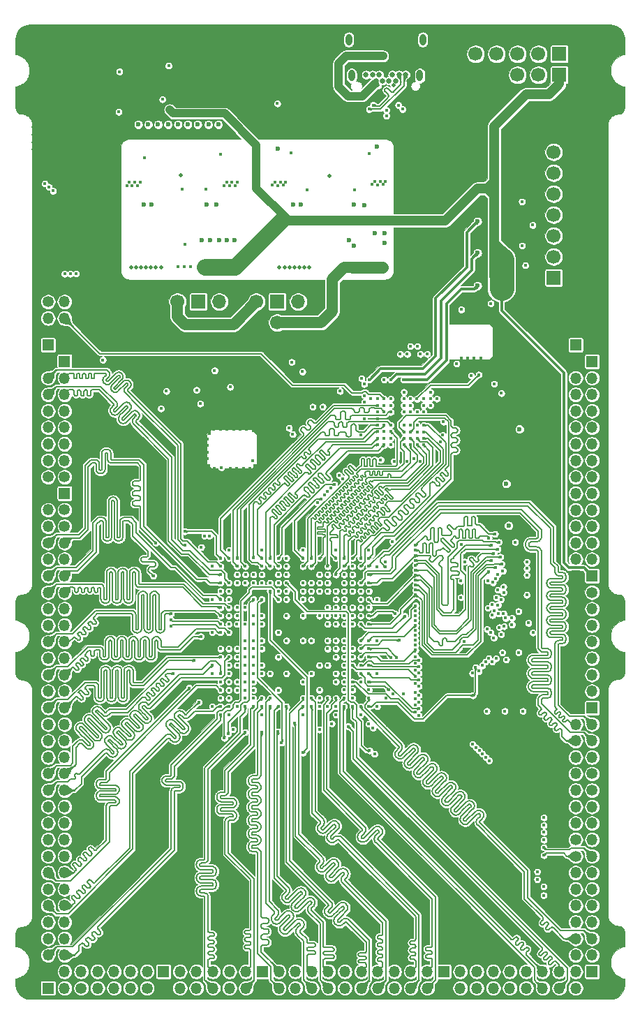
<source format=gbr>
G04 #@! TF.GenerationSoftware,KiCad,Pcbnew,(5.1.5)-3*
G04 #@! TF.CreationDate,2020-06-06T15:28:48+08:00*
G04 #@! TF.ProjectId,fpga_collector,66706761-5f63-46f6-9c6c-6563746f722e,rev?*
G04 #@! TF.SameCoordinates,PX2142678PY97284a0*
G04 #@! TF.FileFunction,Copper,L3,Inr*
G04 #@! TF.FilePolarity,Positive*
%FSLAX46Y46*%
G04 Gerber Fmt 4.6, Leading zero omitted, Abs format (unit mm)*
G04 Created by KiCad (PCBNEW (5.1.5)-3) date 2020-06-06 15:28:48*
%MOMM*%
%LPD*%
G04 APERTURE LIST*
G04 #@! TA.AperFunction,ViaPad*
%ADD10C,0.100000*%
G04 #@! TD*
G04 #@! TA.AperFunction,ViaPad*
%ADD11O,1.350000X1.350000*%
G04 #@! TD*
G04 #@! TA.AperFunction,ViaPad*
%ADD12R,1.350000X1.350000*%
G04 #@! TD*
G04 #@! TA.AperFunction,ViaPad*
%ADD13C,1.350000*%
G04 #@! TD*
G04 #@! TA.AperFunction,ViaPad*
%ADD14C,0.650000*%
G04 #@! TD*
G04 #@! TA.AperFunction,ViaPad*
%ADD15O,0.800000X1.400000*%
G04 #@! TD*
G04 #@! TA.AperFunction,ViaPad*
%ADD16O,1.700000X1.700000*%
G04 #@! TD*
G04 #@! TA.AperFunction,ViaPad*
%ADD17R,1.700000X1.700000*%
G04 #@! TD*
G04 #@! TA.AperFunction,ViaPad*
%ADD18C,1.700000*%
G04 #@! TD*
G04 #@! TA.AperFunction,ViaPad*
%ADD19C,0.400000*%
G04 #@! TD*
G04 #@! TA.AperFunction,ViaPad*
%ADD20C,0.600000*%
G04 #@! TD*
G04 #@! TA.AperFunction,ViaPad*
%ADD21C,0.500000*%
G04 #@! TD*
G04 #@! TA.AperFunction,ViaPad*
%ADD22C,0.800000*%
G04 #@! TD*
G04 #@! TA.AperFunction,Conductor*
%ADD23C,0.800000*%
G04 #@! TD*
G04 #@! TA.AperFunction,Conductor*
%ADD24C,3.000000*%
G04 #@! TD*
G04 #@! TA.AperFunction,Conductor*
%ADD25C,0.450000*%
G04 #@! TD*
G04 #@! TA.AperFunction,Conductor*
%ADD26C,2.000000*%
G04 #@! TD*
G04 #@! TA.AperFunction,Conductor*
%ADD27C,0.150000*%
G04 #@! TD*
G04 #@! TA.AperFunction,Conductor*
%ADD28C,1.200000*%
G04 #@! TD*
G04 #@! TA.AperFunction,Conductor*
%ADD29C,0.300000*%
G04 #@! TD*
G04 #@! TA.AperFunction,Conductor*
%ADD30C,1.000000*%
G04 #@! TD*
G04 #@! TA.AperFunction,Conductor*
%ADD31C,1.400000*%
G04 #@! TD*
G04 #@! TA.AperFunction,Conductor*
%ADD32C,1.390000*%
G04 #@! TD*
G04 #@! TA.AperFunction,Conductor*
%ADD33C,0.025400*%
G04 #@! TD*
G04 #@! TA.AperFunction,Conductor*
%ADD34C,0.100000*%
G04 #@! TD*
G04 APERTURE END LIST*
G04 #@! TA.AperFunction,ViaPad*
D10*
G04 #@! TO.N,GND*
G04 #@! TO.C,J6*
G36*
X70693801Y2670775D02*
G01*
X70726563Y2665915D01*
X70758691Y2657867D01*
X70789876Y2646709D01*
X70819816Y2632548D01*
X70848225Y2615521D01*
X70874828Y2595791D01*
X70899369Y2573549D01*
X70921611Y2549008D01*
X70941341Y2522405D01*
X70958368Y2493996D01*
X70972529Y2464056D01*
X70983687Y2432871D01*
X70991735Y2400743D01*
X70996595Y2367981D01*
X70998220Y2334900D01*
X70998220Y1659900D01*
X70996595Y1626819D01*
X70991735Y1594057D01*
X70983687Y1561929D01*
X70972529Y1530744D01*
X70958368Y1500804D01*
X70941341Y1472395D01*
X70921611Y1445792D01*
X70899369Y1421251D01*
X70874828Y1399009D01*
X70848225Y1379279D01*
X70819816Y1362252D01*
X70789876Y1348091D01*
X70758691Y1336933D01*
X70726563Y1328885D01*
X70693801Y1324025D01*
X70660720Y1322400D01*
X69985720Y1322400D01*
X69952639Y1324025D01*
X69919877Y1328885D01*
X69887749Y1336933D01*
X69856564Y1348091D01*
X69826624Y1362252D01*
X69798215Y1379279D01*
X69771612Y1399009D01*
X69747071Y1421251D01*
X69724829Y1445792D01*
X69705099Y1472395D01*
X69688072Y1500804D01*
X69673911Y1530744D01*
X69662753Y1561929D01*
X69654705Y1594057D01*
X69649845Y1626819D01*
X69648220Y1659900D01*
X69648220Y2334900D01*
X69649845Y2367981D01*
X69654705Y2400743D01*
X69662753Y2432871D01*
X69673911Y2464056D01*
X69688072Y2493996D01*
X69705099Y2522405D01*
X69724829Y2549008D01*
X69747071Y2573549D01*
X69771612Y2595791D01*
X69798215Y2615521D01*
X69826624Y2632548D01*
X69856564Y2646709D01*
X69887749Y2657867D01*
X69919877Y2665915D01*
X69952639Y2670775D01*
X69985720Y2672400D01*
X70660720Y2672400D01*
X70693801Y2670775D01*
G37*
G04 #@! TD.AperFunction*
D11*
G04 #@! TO.N,/Bank_0_L1-*
X68323220Y1997400D03*
D12*
G04 #@! TO.N,/Bank0*
X70323220Y3997400D03*
D11*
G04 #@! TO.N,/Bank_0_L1+*
X68323220Y3997400D03*
G04 #@! TO.N,/Bank_3_L82+*
X70323220Y5997400D03*
G04 #@! TO.N,/Bank_3_L82-*
X68323220Y5997400D03*
G04 #@! TO.N,/Bank_3_L81+*
X70323220Y7997400D03*
G04 #@! TO.N,/Bank_3_L81-*
X68323220Y7997400D03*
G04 #@! TO.N,/Bank_3_L80+*
X70323220Y9997400D03*
G04 #@! TO.N,/Bank_3_L80-*
X68323220Y9997400D03*
G04 #@! TO.N,/Bank_3_L60+*
X70323220Y11997400D03*
G04 #@! TO.N,/Bank_3_L60-*
X68323220Y11997400D03*
G04 #@! TO.N,/Bank_3_L7+*
X70323220Y13997400D03*
G04 #@! TO.N,/Bank_3_L7-*
X68323220Y13997400D03*
G04 #@! TO.N,/Bank_3_L11+*
X70323220Y15997400D03*
G04 #@! TO.N,/Bank_3_L11-*
X68323220Y15997400D03*
G04 #@! TO.N,/Bank_3_L23+*
X70323220Y17997400D03*
D13*
G04 #@! TO.N,/Bank_3_L23-*
X68323220Y17997400D03*
D11*
G04 #@! TO.N,/Bank_3_L25+*
X70323220Y19997400D03*
D13*
G04 #@! TO.N,/Bank_3_L25-*
X68323220Y19997400D03*
D11*
G04 #@! TO.N,/Bank_3_L59+*
X70323220Y21997400D03*
G04 #@! TO.N,/Bank_3_L59-*
X68323220Y21997400D03*
G04 #@! TO.N,/Bank_3_L8+*
X70323220Y23997400D03*
G04 #@! TO.N,/Bank_3_L8-*
X68323220Y23997400D03*
D13*
G04 #@! TO.N,/Bank_3_L26+*
X70323220Y25997400D03*
D11*
G04 #@! TO.N,/Bank_3_L26-*
X68323220Y25997400D03*
D13*
G04 #@! TO.N,/Bank_3_L24+*
X70323220Y27997400D03*
D11*
G04 #@! TO.N,/Bank_3_L24-*
X68323220Y27997400D03*
G04 #@! TO.N,/Bank_3_L9+*
X70323220Y29997400D03*
G04 #@! TO.N,/Bank_3_L9-*
X68323220Y29997400D03*
G04 #@! TO.N,/Bank_3_L10+*
X70323220Y31997400D03*
G04 #@! TO.N,/Bank_3_L10-*
X68323220Y31997400D03*
G04 #@! TO.N,/Bank_3_L2+*
X70323220Y33997400D03*
G04 #@! TO.N,/Bank_3_L2-*
X68323220Y33997400D03*
D12*
G04 #@! TO.N,+1V5*
X70323220Y35997400D03*
G04 #@! TA.AperFunction,ViaPad*
D10*
G04 #@! TO.N,GND*
G36*
X68693801Y36670775D02*
G01*
X68726563Y36665915D01*
X68758691Y36657867D01*
X68789876Y36646709D01*
X68819816Y36632548D01*
X68848225Y36615521D01*
X68874828Y36595791D01*
X68899369Y36573549D01*
X68921611Y36549008D01*
X68941341Y36522405D01*
X68958368Y36493996D01*
X68972529Y36464056D01*
X68983687Y36432871D01*
X68991735Y36400743D01*
X68996595Y36367981D01*
X68998220Y36334900D01*
X68998220Y35659900D01*
X68996595Y35626819D01*
X68991735Y35594057D01*
X68983687Y35561929D01*
X68972529Y35530744D01*
X68958368Y35500804D01*
X68941341Y35472395D01*
X68921611Y35445792D01*
X68899369Y35421251D01*
X68874828Y35399009D01*
X68848225Y35379279D01*
X68819816Y35362252D01*
X68789876Y35348091D01*
X68758691Y35336933D01*
X68726563Y35328885D01*
X68693801Y35324025D01*
X68660720Y35322400D01*
X67985720Y35322400D01*
X67952639Y35324025D01*
X67919877Y35328885D01*
X67887749Y35336933D01*
X67856564Y35348091D01*
X67826624Y35362252D01*
X67798215Y35379279D01*
X67771612Y35399009D01*
X67747071Y35421251D01*
X67724829Y35445792D01*
X67705099Y35472395D01*
X67688072Y35500804D01*
X67673911Y35530744D01*
X67662753Y35561929D01*
X67654705Y35594057D01*
X67649845Y35626819D01*
X67648220Y35659900D01*
X67648220Y36334900D01*
X67649845Y36367981D01*
X67654705Y36400743D01*
X67662753Y36432871D01*
X67673911Y36464056D01*
X67688072Y36493996D01*
X67705099Y36522405D01*
X67724829Y36549008D01*
X67747071Y36573549D01*
X67771612Y36595791D01*
X67798215Y36615521D01*
X67826624Y36632548D01*
X67856564Y36646709D01*
X67887749Y36657867D01*
X67919877Y36665915D01*
X67952639Y36670775D01*
X67985720Y36672400D01*
X68660720Y36672400D01*
X68693801Y36670775D01*
G37*
G04 #@! TD.AperFunction*
D11*
G04 #@! TO.N,+1V5*
X70323220Y37997400D03*
G04 #@! TA.AperFunction,ViaPad*
D10*
G04 #@! TO.N,GND*
G36*
X68693801Y38670775D02*
G01*
X68726563Y38665915D01*
X68758691Y38657867D01*
X68789876Y38646709D01*
X68819816Y38632548D01*
X68848225Y38615521D01*
X68874828Y38595791D01*
X68899369Y38573549D01*
X68921611Y38549008D01*
X68941341Y38522405D01*
X68958368Y38493996D01*
X68972529Y38464056D01*
X68983687Y38432871D01*
X68991735Y38400743D01*
X68996595Y38367981D01*
X68998220Y38334900D01*
X68998220Y37659900D01*
X68996595Y37626819D01*
X68991735Y37594057D01*
X68983687Y37561929D01*
X68972529Y37530744D01*
X68958368Y37500804D01*
X68941341Y37472395D01*
X68921611Y37445792D01*
X68899369Y37421251D01*
X68874828Y37399009D01*
X68848225Y37379279D01*
X68819816Y37362252D01*
X68789876Y37348091D01*
X68758691Y37336933D01*
X68726563Y37328885D01*
X68693801Y37324025D01*
X68660720Y37322400D01*
X67985720Y37322400D01*
X67952639Y37324025D01*
X67919877Y37328885D01*
X67887749Y37336933D01*
X67856564Y37348091D01*
X67826624Y37362252D01*
X67798215Y37379279D01*
X67771612Y37399009D01*
X67747071Y37421251D01*
X67724829Y37445792D01*
X67705099Y37472395D01*
X67688072Y37500804D01*
X67673911Y37530744D01*
X67662753Y37561929D01*
X67654705Y37594057D01*
X67649845Y37626819D01*
X67648220Y37659900D01*
X67648220Y38334900D01*
X67649845Y38367981D01*
X67654705Y38400743D01*
X67662753Y38432871D01*
X67673911Y38464056D01*
X67688072Y38493996D01*
X67705099Y38522405D01*
X67724829Y38549008D01*
X67747071Y38573549D01*
X67771612Y38595791D01*
X67798215Y38615521D01*
X67826624Y38632548D01*
X67856564Y38646709D01*
X67887749Y38657867D01*
X67919877Y38665915D01*
X67952639Y38670775D01*
X67985720Y38672400D01*
X68660720Y38672400D01*
X68693801Y38670775D01*
G37*
G04 #@! TD.AperFunction*
D11*
G04 #@! TO.N,+1V5*
X70323220Y39997400D03*
G04 #@! TA.AperFunction,ViaPad*
D10*
G04 #@! TO.N,GND*
G36*
X68693801Y40670775D02*
G01*
X68726563Y40665915D01*
X68758691Y40657867D01*
X68789876Y40646709D01*
X68819816Y40632548D01*
X68848225Y40615521D01*
X68874828Y40595791D01*
X68899369Y40573549D01*
X68921611Y40549008D01*
X68941341Y40522405D01*
X68958368Y40493996D01*
X68972529Y40464056D01*
X68983687Y40432871D01*
X68991735Y40400743D01*
X68996595Y40367981D01*
X68998220Y40334900D01*
X68998220Y39659900D01*
X68996595Y39626819D01*
X68991735Y39594057D01*
X68983687Y39561929D01*
X68972529Y39530744D01*
X68958368Y39500804D01*
X68941341Y39472395D01*
X68921611Y39445792D01*
X68899369Y39421251D01*
X68874828Y39399009D01*
X68848225Y39379279D01*
X68819816Y39362252D01*
X68789876Y39348091D01*
X68758691Y39336933D01*
X68726563Y39328885D01*
X68693801Y39324025D01*
X68660720Y39322400D01*
X67985720Y39322400D01*
X67952639Y39324025D01*
X67919877Y39328885D01*
X67887749Y39336933D01*
X67856564Y39348091D01*
X67826624Y39362252D01*
X67798215Y39379279D01*
X67771612Y39399009D01*
X67747071Y39421251D01*
X67724829Y39445792D01*
X67705099Y39472395D01*
X67688072Y39500804D01*
X67673911Y39530744D01*
X67662753Y39561929D01*
X67654705Y39594057D01*
X67649845Y39626819D01*
X67648220Y39659900D01*
X67648220Y40334900D01*
X67649845Y40367981D01*
X67654705Y40400743D01*
X67662753Y40432871D01*
X67673911Y40464056D01*
X67688072Y40493996D01*
X67705099Y40522405D01*
X67724829Y40549008D01*
X67747071Y40573549D01*
X67771612Y40595791D01*
X67798215Y40615521D01*
X67826624Y40632548D01*
X67856564Y40646709D01*
X67887749Y40657867D01*
X67919877Y40665915D01*
X67952639Y40670775D01*
X67985720Y40672400D01*
X68660720Y40672400D01*
X68693801Y40670775D01*
G37*
G04 #@! TD.AperFunction*
D11*
G04 #@! TO.N,+1V5*
X70323220Y41997400D03*
G04 #@! TA.AperFunction,ViaPad*
D10*
G04 #@! TO.N,GND*
G36*
X68693801Y42670775D02*
G01*
X68726563Y42665915D01*
X68758691Y42657867D01*
X68789876Y42646709D01*
X68819816Y42632548D01*
X68848225Y42615521D01*
X68874828Y42595791D01*
X68899369Y42573549D01*
X68921611Y42549008D01*
X68941341Y42522405D01*
X68958368Y42493996D01*
X68972529Y42464056D01*
X68983687Y42432871D01*
X68991735Y42400743D01*
X68996595Y42367981D01*
X68998220Y42334900D01*
X68998220Y41659900D01*
X68996595Y41626819D01*
X68991735Y41594057D01*
X68983687Y41561929D01*
X68972529Y41530744D01*
X68958368Y41500804D01*
X68941341Y41472395D01*
X68921611Y41445792D01*
X68899369Y41421251D01*
X68874828Y41399009D01*
X68848225Y41379279D01*
X68819816Y41362252D01*
X68789876Y41348091D01*
X68758691Y41336933D01*
X68726563Y41328885D01*
X68693801Y41324025D01*
X68660720Y41322400D01*
X67985720Y41322400D01*
X67952639Y41324025D01*
X67919877Y41328885D01*
X67887749Y41336933D01*
X67856564Y41348091D01*
X67826624Y41362252D01*
X67798215Y41379279D01*
X67771612Y41399009D01*
X67747071Y41421251D01*
X67724829Y41445792D01*
X67705099Y41472395D01*
X67688072Y41500804D01*
X67673911Y41530744D01*
X67662753Y41561929D01*
X67654705Y41594057D01*
X67649845Y41626819D01*
X67648220Y41659900D01*
X67648220Y42334900D01*
X67649845Y42367981D01*
X67654705Y42400743D01*
X67662753Y42432871D01*
X67673911Y42464056D01*
X67688072Y42493996D01*
X67705099Y42522405D01*
X67724829Y42549008D01*
X67747071Y42573549D01*
X67771612Y42595791D01*
X67798215Y42615521D01*
X67826624Y42632548D01*
X67856564Y42646709D01*
X67887749Y42657867D01*
X67919877Y42665915D01*
X67952639Y42670775D01*
X67985720Y42672400D01*
X68660720Y42672400D01*
X68693801Y42670775D01*
G37*
G04 #@! TD.AperFunction*
D11*
G04 #@! TO.N,+1V5*
X70323220Y43997400D03*
G04 #@! TA.AperFunction,ViaPad*
D10*
G04 #@! TO.N,GND*
G36*
X68693801Y44670775D02*
G01*
X68726563Y44665915D01*
X68758691Y44657867D01*
X68789876Y44646709D01*
X68819816Y44632548D01*
X68848225Y44615521D01*
X68874828Y44595791D01*
X68899369Y44573549D01*
X68921611Y44549008D01*
X68941341Y44522405D01*
X68958368Y44493996D01*
X68972529Y44464056D01*
X68983687Y44432871D01*
X68991735Y44400743D01*
X68996595Y44367981D01*
X68998220Y44334900D01*
X68998220Y43659900D01*
X68996595Y43626819D01*
X68991735Y43594057D01*
X68983687Y43561929D01*
X68972529Y43530744D01*
X68958368Y43500804D01*
X68941341Y43472395D01*
X68921611Y43445792D01*
X68899369Y43421251D01*
X68874828Y43399009D01*
X68848225Y43379279D01*
X68819816Y43362252D01*
X68789876Y43348091D01*
X68758691Y43336933D01*
X68726563Y43328885D01*
X68693801Y43324025D01*
X68660720Y43322400D01*
X67985720Y43322400D01*
X67952639Y43324025D01*
X67919877Y43328885D01*
X67887749Y43336933D01*
X67856564Y43348091D01*
X67826624Y43362252D01*
X67798215Y43379279D01*
X67771612Y43399009D01*
X67747071Y43421251D01*
X67724829Y43445792D01*
X67705099Y43472395D01*
X67688072Y43500804D01*
X67673911Y43530744D01*
X67662753Y43561929D01*
X67654705Y43594057D01*
X67649845Y43626819D01*
X67648220Y43659900D01*
X67648220Y44334900D01*
X67649845Y44367981D01*
X67654705Y44400743D01*
X67662753Y44432871D01*
X67673911Y44464056D01*
X67688072Y44493996D01*
X67705099Y44522405D01*
X67724829Y44549008D01*
X67747071Y44573549D01*
X67771612Y44595791D01*
X67798215Y44615521D01*
X67826624Y44632548D01*
X67856564Y44646709D01*
X67887749Y44657867D01*
X67919877Y44665915D01*
X67952639Y44670775D01*
X67985720Y44672400D01*
X68660720Y44672400D01*
X68693801Y44670775D01*
G37*
G04 #@! TD.AperFunction*
D11*
G04 #@! TO.N,/DDR_VREF*
X70323220Y45997400D03*
G04 #@! TA.AperFunction,ViaPad*
D10*
G04 #@! TO.N,GND*
G36*
X68693801Y46670775D02*
G01*
X68726563Y46665915D01*
X68758691Y46657867D01*
X68789876Y46646709D01*
X68819816Y46632548D01*
X68848225Y46615521D01*
X68874828Y46595791D01*
X68899369Y46573549D01*
X68921611Y46549008D01*
X68941341Y46522405D01*
X68958368Y46493996D01*
X68972529Y46464056D01*
X68983687Y46432871D01*
X68991735Y46400743D01*
X68996595Y46367981D01*
X68998220Y46334900D01*
X68998220Y45659900D01*
X68996595Y45626819D01*
X68991735Y45594057D01*
X68983687Y45561929D01*
X68972529Y45530744D01*
X68958368Y45500804D01*
X68941341Y45472395D01*
X68921611Y45445792D01*
X68899369Y45421251D01*
X68874828Y45399009D01*
X68848225Y45379279D01*
X68819816Y45362252D01*
X68789876Y45348091D01*
X68758691Y45336933D01*
X68726563Y45328885D01*
X68693801Y45324025D01*
X68660720Y45322400D01*
X67985720Y45322400D01*
X67952639Y45324025D01*
X67919877Y45328885D01*
X67887749Y45336933D01*
X67856564Y45348091D01*
X67826624Y45362252D01*
X67798215Y45379279D01*
X67771612Y45399009D01*
X67747071Y45421251D01*
X67724829Y45445792D01*
X67705099Y45472395D01*
X67688072Y45500804D01*
X67673911Y45530744D01*
X67662753Y45561929D01*
X67654705Y45594057D01*
X67649845Y45626819D01*
X67648220Y45659900D01*
X67648220Y46334900D01*
X67649845Y46367981D01*
X67654705Y46400743D01*
X67662753Y46432871D01*
X67673911Y46464056D01*
X67688072Y46493996D01*
X67705099Y46522405D01*
X67724829Y46549008D01*
X67747071Y46573549D01*
X67771612Y46595791D01*
X67798215Y46615521D01*
X67826624Y46632548D01*
X67856564Y46646709D01*
X67887749Y46657867D01*
X67919877Y46665915D01*
X67952639Y46670775D01*
X67985720Y46672400D01*
X68660720Y46672400D01*
X68693801Y46670775D01*
G37*
G04 #@! TD.AperFunction*
D11*
G04 #@! TO.N,/DDR_VTT*
X70323220Y47997400D03*
G04 #@! TA.AperFunction,ViaPad*
D10*
G04 #@! TO.N,GND*
G36*
X68693801Y48670775D02*
G01*
X68726563Y48665915D01*
X68758691Y48657867D01*
X68789876Y48646709D01*
X68819816Y48632548D01*
X68848225Y48615521D01*
X68874828Y48595791D01*
X68899369Y48573549D01*
X68921611Y48549008D01*
X68941341Y48522405D01*
X68958368Y48493996D01*
X68972529Y48464056D01*
X68983687Y48432871D01*
X68991735Y48400743D01*
X68996595Y48367981D01*
X68998220Y48334900D01*
X68998220Y47659900D01*
X68996595Y47626819D01*
X68991735Y47594057D01*
X68983687Y47561929D01*
X68972529Y47530744D01*
X68958368Y47500804D01*
X68941341Y47472395D01*
X68921611Y47445792D01*
X68899369Y47421251D01*
X68874828Y47399009D01*
X68848225Y47379279D01*
X68819816Y47362252D01*
X68789876Y47348091D01*
X68758691Y47336933D01*
X68726563Y47328885D01*
X68693801Y47324025D01*
X68660720Y47322400D01*
X67985720Y47322400D01*
X67952639Y47324025D01*
X67919877Y47328885D01*
X67887749Y47336933D01*
X67856564Y47348091D01*
X67826624Y47362252D01*
X67798215Y47379279D01*
X67771612Y47399009D01*
X67747071Y47421251D01*
X67724829Y47445792D01*
X67705099Y47472395D01*
X67688072Y47500804D01*
X67673911Y47530744D01*
X67662753Y47561929D01*
X67654705Y47594057D01*
X67649845Y47626819D01*
X67648220Y47659900D01*
X67648220Y48334900D01*
X67649845Y48367981D01*
X67654705Y48400743D01*
X67662753Y48432871D01*
X67673911Y48464056D01*
X67688072Y48493996D01*
X67705099Y48522405D01*
X67724829Y48549008D01*
X67747071Y48573549D01*
X67771612Y48595791D01*
X67798215Y48615521D01*
X67826624Y48632548D01*
X67856564Y48646709D01*
X67887749Y48657867D01*
X67919877Y48665915D01*
X67952639Y48670775D01*
X67985720Y48672400D01*
X68660720Y48672400D01*
X68693801Y48670775D01*
G37*
G04 #@! TD.AperFunction*
D13*
G04 #@! TO.N,/DDR_VTT*
X70323220Y49997400D03*
G04 #@! TA.AperFunction,ViaPad*
D10*
G04 #@! TO.N,GND*
G36*
X68693801Y50670775D02*
G01*
X68726563Y50665915D01*
X68758691Y50657867D01*
X68789876Y50646709D01*
X68819816Y50632548D01*
X68848225Y50615521D01*
X68874828Y50595791D01*
X68899369Y50573549D01*
X68921611Y50549008D01*
X68941341Y50522405D01*
X68958368Y50493996D01*
X68972529Y50464056D01*
X68983687Y50432871D01*
X68991735Y50400743D01*
X68996595Y50367981D01*
X68998220Y50334900D01*
X68998220Y49659900D01*
X68996595Y49626819D01*
X68991735Y49594057D01*
X68983687Y49561929D01*
X68972529Y49530744D01*
X68958368Y49500804D01*
X68941341Y49472395D01*
X68921611Y49445792D01*
X68899369Y49421251D01*
X68874828Y49399009D01*
X68848225Y49379279D01*
X68819816Y49362252D01*
X68789876Y49348091D01*
X68758691Y49336933D01*
X68726563Y49328885D01*
X68693801Y49324025D01*
X68660720Y49322400D01*
X67985720Y49322400D01*
X67952639Y49324025D01*
X67919877Y49328885D01*
X67887749Y49336933D01*
X67856564Y49348091D01*
X67826624Y49362252D01*
X67798215Y49379279D01*
X67771612Y49399009D01*
X67747071Y49421251D01*
X67724829Y49445792D01*
X67705099Y49472395D01*
X67688072Y49500804D01*
X67673911Y49530744D01*
X67662753Y49561929D01*
X67654705Y49594057D01*
X67649845Y49626819D01*
X67648220Y49659900D01*
X67648220Y50334900D01*
X67649845Y50367981D01*
X67654705Y50400743D01*
X67662753Y50432871D01*
X67673911Y50464056D01*
X67688072Y50493996D01*
X67705099Y50522405D01*
X67724829Y50549008D01*
X67747071Y50573549D01*
X67771612Y50595791D01*
X67798215Y50615521D01*
X67826624Y50632548D01*
X67856564Y50646709D01*
X67887749Y50657867D01*
X67919877Y50665915D01*
X67952639Y50670775D01*
X67985720Y50672400D01*
X68660720Y50672400D01*
X68693801Y50670775D01*
G37*
G04 #@! TD.AperFunction*
D12*
G04 #@! TO.N,+3V3*
X70323220Y51997400D03*
G04 #@! TA.AperFunction,ViaPad*
D10*
G04 #@! TO.N,GND*
G36*
X68693801Y52670775D02*
G01*
X68726563Y52665915D01*
X68758691Y52657867D01*
X68789876Y52646709D01*
X68819816Y52632548D01*
X68848225Y52615521D01*
X68874828Y52595791D01*
X68899369Y52573549D01*
X68921611Y52549008D01*
X68941341Y52522405D01*
X68958368Y52493996D01*
X68972529Y52464056D01*
X68983687Y52432871D01*
X68991735Y52400743D01*
X68996595Y52367981D01*
X68998220Y52334900D01*
X68998220Y51659900D01*
X68996595Y51626819D01*
X68991735Y51594057D01*
X68983687Y51561929D01*
X68972529Y51530744D01*
X68958368Y51500804D01*
X68941341Y51472395D01*
X68921611Y51445792D01*
X68899369Y51421251D01*
X68874828Y51399009D01*
X68848225Y51379279D01*
X68819816Y51362252D01*
X68789876Y51348091D01*
X68758691Y51336933D01*
X68726563Y51328885D01*
X68693801Y51324025D01*
X68660720Y51322400D01*
X67985720Y51322400D01*
X67952639Y51324025D01*
X67919877Y51328885D01*
X67887749Y51336933D01*
X67856564Y51348091D01*
X67826624Y51362252D01*
X67798215Y51379279D01*
X67771612Y51399009D01*
X67747071Y51421251D01*
X67724829Y51445792D01*
X67705099Y51472395D01*
X67688072Y51500804D01*
X67673911Y51530744D01*
X67662753Y51561929D01*
X67654705Y51594057D01*
X67649845Y51626819D01*
X67648220Y51659900D01*
X67648220Y52334900D01*
X67649845Y52367981D01*
X67654705Y52400743D01*
X67662753Y52432871D01*
X67673911Y52464056D01*
X67688072Y52493996D01*
X67705099Y52522405D01*
X67724829Y52549008D01*
X67747071Y52573549D01*
X67771612Y52595791D01*
X67798215Y52615521D01*
X67826624Y52632548D01*
X67856564Y52646709D01*
X67887749Y52657867D01*
X67919877Y52665915D01*
X67952639Y52670775D01*
X67985720Y52672400D01*
X68660720Y52672400D01*
X68693801Y52670775D01*
G37*
G04 #@! TD.AperFunction*
D11*
G04 #@! TO.N,/Bank_2_L60+*
X70323220Y53997400D03*
G04 #@! TO.N,/Bank_2_L60-*
X68323220Y53997400D03*
G04 #@! TO.N,/Bank_2_L52+*
X70323220Y55997400D03*
G04 #@! TO.N,/Bank_2_L52-*
X68323220Y55997400D03*
G04 #@! TO.N,/Bank_2_L40+*
X70323220Y57997400D03*
G04 #@! TO.N,/Bank_2_L40-*
X68323220Y57997400D03*
G04 #@! TO.N,/Bank_2_L63+*
X70323220Y59997400D03*
G04 #@! TO.N,/Bank_2_L63-*
X68323220Y59997400D03*
G04 #@! TO.N,/Bank_2_L51+*
X70323220Y61997400D03*
G04 #@! TO.N,/Bank_2_L51-*
X68323220Y61997400D03*
G04 #@! TO.N,/Bank_2_L50+*
X70323220Y63997400D03*
G04 #@! TO.N,/Bank_2_L50-*
X68323220Y63997400D03*
G04 #@! TO.N,/Bank_2_L29-*
X70323220Y65997400D03*
G04 #@! TO.N,/Bank_2_L1-*
X68323220Y65997400D03*
G04 #@! TO.N,/Bank_2_L2+*
X70323220Y67997400D03*
G04 #@! TO.N,/Bank_2_L2-*
X68323220Y67997400D03*
G04 #@! TO.N,/Bank_2_L12+*
X70323220Y69997400D03*
G04 #@! TO.N,/Bank_2_L12-*
X68323220Y69997400D03*
G04 #@! TO.N,/Bank_2_L32+*
X70323220Y71997400D03*
G04 #@! TO.N,/Bank_2_L32-*
X68323220Y71997400D03*
G04 #@! TO.N,/Bank_2_L31+*
X70323220Y73997400D03*
G04 #@! TO.N,/Bank_2_L31-*
X68323220Y73997400D03*
G04 #@! TO.N,/Bank_2_L30+*
X70323220Y75997400D03*
G04 #@! TO.N,/Bank_2_L30-*
X68323220Y75997400D03*
D12*
G04 #@! TO.N,+3V3*
X70323220Y77997400D03*
G04 #@! TA.AperFunction,ViaPad*
D10*
G04 #@! TO.N,GND*
G36*
X68693801Y78670775D02*
G01*
X68726563Y78665915D01*
X68758691Y78657867D01*
X68789876Y78646709D01*
X68819816Y78632548D01*
X68848225Y78615521D01*
X68874828Y78595791D01*
X68899369Y78573549D01*
X68921611Y78549008D01*
X68941341Y78522405D01*
X68958368Y78493996D01*
X68972529Y78464056D01*
X68983687Y78432871D01*
X68991735Y78400743D01*
X68996595Y78367981D01*
X68998220Y78334900D01*
X68998220Y77659900D01*
X68996595Y77626819D01*
X68991735Y77594057D01*
X68983687Y77561929D01*
X68972529Y77530744D01*
X68958368Y77500804D01*
X68941341Y77472395D01*
X68921611Y77445792D01*
X68899369Y77421251D01*
X68874828Y77399009D01*
X68848225Y77379279D01*
X68819816Y77362252D01*
X68789876Y77348091D01*
X68758691Y77336933D01*
X68726563Y77328885D01*
X68693801Y77324025D01*
X68660720Y77322400D01*
X67985720Y77322400D01*
X67952639Y77324025D01*
X67919877Y77328885D01*
X67887749Y77336933D01*
X67856564Y77348091D01*
X67826624Y77362252D01*
X67798215Y77379279D01*
X67771612Y77399009D01*
X67747071Y77421251D01*
X67724829Y77445792D01*
X67705099Y77472395D01*
X67688072Y77500804D01*
X67673911Y77530744D01*
X67662753Y77561929D01*
X67654705Y77594057D01*
X67649845Y77626819D01*
X67648220Y77659900D01*
X67648220Y78334900D01*
X67649845Y78367981D01*
X67654705Y78400743D01*
X67662753Y78432871D01*
X67673911Y78464056D01*
X67688072Y78493996D01*
X67705099Y78522405D01*
X67724829Y78549008D01*
X67747071Y78573549D01*
X67771612Y78595791D01*
X67798215Y78615521D01*
X67826624Y78632548D01*
X67856564Y78646709D01*
X67887749Y78657867D01*
X67919877Y78665915D01*
X67952639Y78670775D01*
X67985720Y78672400D01*
X68660720Y78672400D01*
X68693801Y78670775D01*
G37*
G04 #@! TD.AperFunction*
G04 #@! TA.AperFunction,ViaPad*
G36*
X70693801Y80670775D02*
G01*
X70726563Y80665915D01*
X70758691Y80657867D01*
X70789876Y80646709D01*
X70819816Y80632548D01*
X70848225Y80615521D01*
X70874828Y80595791D01*
X70899369Y80573549D01*
X70921611Y80549008D01*
X70941341Y80522405D01*
X70958368Y80493996D01*
X70972529Y80464056D01*
X70983687Y80432871D01*
X70991735Y80400743D01*
X70996595Y80367981D01*
X70998220Y80334900D01*
X70998220Y79659900D01*
X70996595Y79626819D01*
X70991735Y79594057D01*
X70983687Y79561929D01*
X70972529Y79530744D01*
X70958368Y79500804D01*
X70941341Y79472395D01*
X70921611Y79445792D01*
X70899369Y79421251D01*
X70874828Y79399009D01*
X70848225Y79379279D01*
X70819816Y79362252D01*
X70789876Y79348091D01*
X70758691Y79336933D01*
X70726563Y79328885D01*
X70693801Y79324025D01*
X70660720Y79322400D01*
X69985720Y79322400D01*
X69952639Y79324025D01*
X69919877Y79328885D01*
X69887749Y79336933D01*
X69856564Y79348091D01*
X69826624Y79362252D01*
X69798215Y79379279D01*
X69771612Y79399009D01*
X69747071Y79421251D01*
X69724829Y79445792D01*
X69705099Y79472395D01*
X69688072Y79500804D01*
X69673911Y79530744D01*
X69662753Y79561929D01*
X69654705Y79594057D01*
X69649845Y79626819D01*
X69648220Y79659900D01*
X69648220Y80334900D01*
X69649845Y80367981D01*
X69654705Y80400743D01*
X69662753Y80432871D01*
X69673911Y80464056D01*
X69688072Y80493996D01*
X69705099Y80522405D01*
X69724829Y80549008D01*
X69747071Y80573549D01*
X69771612Y80595791D01*
X69798215Y80615521D01*
X69826624Y80632548D01*
X69856564Y80646709D01*
X69887749Y80657867D01*
X69919877Y80665915D01*
X69952639Y80670775D01*
X69985720Y80672400D01*
X70660720Y80672400D01*
X70693801Y80670775D01*
G37*
G04 #@! TD.AperFunction*
D12*
G04 #@! TO.N,+5V*
X68323220Y79997400D03*
G04 #@! TD*
D14*
G04 #@! TO.N,/USB_SSRX+*
G04 #@! TO.C,J1*
X47696180Y112764120D03*
G04 #@! TO.N,/USB_SSRX-*
X46896180Y112764120D03*
G04 #@! TO.N,Net-(J1-PadB8)*
X46096180Y112764120D03*
G04 #@! TO.N,Net-(J1-PadB5)*
X44496180Y112764120D03*
G04 #@! TO.N,/USB_SSTX-*
X43696180Y112764120D03*
G04 #@! TO.N,/USB_SSTX+*
X42896180Y112764120D03*
G04 #@! TO.N,GND*
X48096180Y112064120D03*
G04 #@! TO.N,Net-(F1-Pad2)*
X46496180Y112064120D03*
G04 #@! TO.N,/USB_D-*
X45696180Y112064120D03*
G04 #@! TO.N,/USB_D+*
X44896180Y112064120D03*
G04 #@! TO.N,Net-(F1-Pad2)*
X44096180Y112064120D03*
G04 #@! TO.N,GND*
X42496180Y112064120D03*
D15*
G04 #@! TO.N,Net-(C49-Pad1)*
X49786180Y117054120D03*
X40806180Y117054120D03*
X41166180Y112664120D03*
X49426180Y112664120D03*
G04 #@! TD*
D16*
G04 #@! TO.N,+3V3*
G04 #@! TO.C,VBank1*
X25105000Y85250000D03*
D17*
G04 #@! TO.N,/Bank1*
X22565000Y85250000D03*
D18*
G04 #@! TO.N,+2V5*
X20025000Y85250000D03*
G04 #@! TD*
D16*
G04 #@! TO.N,+3V3*
G04 #@! TO.C,VBank2*
X34665000Y85250000D03*
D17*
G04 #@! TO.N,/Bank0*
X32125000Y85250000D03*
D18*
G04 #@! TO.N,+2V5*
X29585000Y85250000D03*
G04 #@! TD*
G04 #@! TO.N,+1V5*
G04 #@! TO.C,1V1*
X32125000Y82710000D03*
G04 #@! TD*
G04 #@! TO.N,Net-(J2-Pad14)*
G04 #@! TO.C,J2*
X65669000Y103406000D03*
G04 #@! TA.AperFunction,ViaPad*
D10*
G04 #@! TO.N,GND*
G36*
X68675657Y104253954D02*
G01*
X68716913Y104247834D01*
X68757371Y104237700D01*
X68796640Y104223649D01*
X68834344Y104205817D01*
X68870117Y104184375D01*
X68903617Y104159529D01*
X68934520Y104131520D01*
X68962529Y104100617D01*
X68987375Y104067117D01*
X69008817Y104031344D01*
X69026649Y103993640D01*
X69040700Y103954371D01*
X69050834Y103913913D01*
X69056954Y103872657D01*
X69059000Y103831000D01*
X69059000Y102981000D01*
X69056954Y102939343D01*
X69050834Y102898087D01*
X69040700Y102857629D01*
X69026649Y102818360D01*
X69008817Y102780656D01*
X68987375Y102744883D01*
X68962529Y102711383D01*
X68934520Y102680480D01*
X68903617Y102652471D01*
X68870117Y102627625D01*
X68834344Y102606183D01*
X68796640Y102588351D01*
X68757371Y102574300D01*
X68716913Y102564166D01*
X68675657Y102558046D01*
X68634000Y102556000D01*
X67784000Y102556000D01*
X67742343Y102558046D01*
X67701087Y102564166D01*
X67660629Y102574300D01*
X67621360Y102588351D01*
X67583656Y102606183D01*
X67547883Y102627625D01*
X67514383Y102652471D01*
X67483480Y102680480D01*
X67455471Y102711383D01*
X67430625Y102744883D01*
X67409183Y102780656D01*
X67391351Y102818360D01*
X67377300Y102857629D01*
X67367166Y102898087D01*
X67361046Y102939343D01*
X67359000Y102981000D01*
X67359000Y103831000D01*
X67361046Y103872657D01*
X67367166Y103913913D01*
X67377300Y103954371D01*
X67391351Y103993640D01*
X67409183Y104031344D01*
X67430625Y104067117D01*
X67455471Y104100617D01*
X67483480Y104131520D01*
X67514383Y104159529D01*
X67547883Y104184375D01*
X67583656Y104205817D01*
X67621360Y104223649D01*
X67660629Y104237700D01*
X67701087Y104247834D01*
X67742343Y104253954D01*
X67784000Y104256000D01*
X68634000Y104256000D01*
X68675657Y104253954D01*
G37*
G04 #@! TD.AperFunction*
D18*
G04 #@! TO.N,Net-(J2-Pad12)*
X65669000Y100866000D03*
G04 #@! TA.AperFunction,ViaPad*
D10*
G04 #@! TO.N,GND*
G36*
X68675657Y101713954D02*
G01*
X68716913Y101707834D01*
X68757371Y101697700D01*
X68796640Y101683649D01*
X68834344Y101665817D01*
X68870117Y101644375D01*
X68903617Y101619529D01*
X68934520Y101591520D01*
X68962529Y101560617D01*
X68987375Y101527117D01*
X69008817Y101491344D01*
X69026649Y101453640D01*
X69040700Y101414371D01*
X69050834Y101373913D01*
X69056954Y101332657D01*
X69059000Y101291000D01*
X69059000Y100441000D01*
X69056954Y100399343D01*
X69050834Y100358087D01*
X69040700Y100317629D01*
X69026649Y100278360D01*
X69008817Y100240656D01*
X68987375Y100204883D01*
X68962529Y100171383D01*
X68934520Y100140480D01*
X68903617Y100112471D01*
X68870117Y100087625D01*
X68834344Y100066183D01*
X68796640Y100048351D01*
X68757371Y100034300D01*
X68716913Y100024166D01*
X68675657Y100018046D01*
X68634000Y100016000D01*
X67784000Y100016000D01*
X67742343Y100018046D01*
X67701087Y100024166D01*
X67660629Y100034300D01*
X67621360Y100048351D01*
X67583656Y100066183D01*
X67547883Y100087625D01*
X67514383Y100112471D01*
X67483480Y100140480D01*
X67455471Y100171383D01*
X67430625Y100204883D01*
X67409183Y100240656D01*
X67391351Y100278360D01*
X67377300Y100317629D01*
X67367166Y100358087D01*
X67361046Y100399343D01*
X67359000Y100441000D01*
X67359000Y101291000D01*
X67361046Y101332657D01*
X67367166Y101373913D01*
X67377300Y101414371D01*
X67391351Y101453640D01*
X67409183Y101491344D01*
X67430625Y101527117D01*
X67455471Y101560617D01*
X67483480Y101591520D01*
X67514383Y101619529D01*
X67547883Y101644375D01*
X67583656Y101665817D01*
X67621360Y101683649D01*
X67660629Y101697700D01*
X67701087Y101707834D01*
X67742343Y101713954D01*
X67784000Y101716000D01*
X68634000Y101716000D01*
X68675657Y101713954D01*
G37*
G04 #@! TD.AperFunction*
D18*
G04 #@! TO.N,Net-(J2-Pad10)*
X65669000Y98326000D03*
G04 #@! TA.AperFunction,ViaPad*
D10*
G04 #@! TO.N,GND*
G36*
X68675657Y99173954D02*
G01*
X68716913Y99167834D01*
X68757371Y99157700D01*
X68796640Y99143649D01*
X68834344Y99125817D01*
X68870117Y99104375D01*
X68903617Y99079529D01*
X68934520Y99051520D01*
X68962529Y99020617D01*
X68987375Y98987117D01*
X69008817Y98951344D01*
X69026649Y98913640D01*
X69040700Y98874371D01*
X69050834Y98833913D01*
X69056954Y98792657D01*
X69059000Y98751000D01*
X69059000Y97901000D01*
X69056954Y97859343D01*
X69050834Y97818087D01*
X69040700Y97777629D01*
X69026649Y97738360D01*
X69008817Y97700656D01*
X68987375Y97664883D01*
X68962529Y97631383D01*
X68934520Y97600480D01*
X68903617Y97572471D01*
X68870117Y97547625D01*
X68834344Y97526183D01*
X68796640Y97508351D01*
X68757371Y97494300D01*
X68716913Y97484166D01*
X68675657Y97478046D01*
X68634000Y97476000D01*
X67784000Y97476000D01*
X67742343Y97478046D01*
X67701087Y97484166D01*
X67660629Y97494300D01*
X67621360Y97508351D01*
X67583656Y97526183D01*
X67547883Y97547625D01*
X67514383Y97572471D01*
X67483480Y97600480D01*
X67455471Y97631383D01*
X67430625Y97664883D01*
X67409183Y97700656D01*
X67391351Y97738360D01*
X67377300Y97777629D01*
X67367166Y97818087D01*
X67361046Y97859343D01*
X67359000Y97901000D01*
X67359000Y98751000D01*
X67361046Y98792657D01*
X67367166Y98833913D01*
X67377300Y98874371D01*
X67391351Y98913640D01*
X67409183Y98951344D01*
X67430625Y98987117D01*
X67455471Y99020617D01*
X67483480Y99051520D01*
X67514383Y99079529D01*
X67547883Y99104375D01*
X67583656Y99125817D01*
X67621360Y99143649D01*
X67660629Y99157700D01*
X67701087Y99167834D01*
X67742343Y99173954D01*
X67784000Y99176000D01*
X68634000Y99176000D01*
X68675657Y99173954D01*
G37*
G04 #@! TD.AperFunction*
D18*
G04 #@! TO.N,Net-(J2-Pad8)*
X65669000Y95786000D03*
G04 #@! TA.AperFunction,ViaPad*
D10*
G04 #@! TO.N,GND*
G36*
X68675657Y96633954D02*
G01*
X68716913Y96627834D01*
X68757371Y96617700D01*
X68796640Y96603649D01*
X68834344Y96585817D01*
X68870117Y96564375D01*
X68903617Y96539529D01*
X68934520Y96511520D01*
X68962529Y96480617D01*
X68987375Y96447117D01*
X69008817Y96411344D01*
X69026649Y96373640D01*
X69040700Y96334371D01*
X69050834Y96293913D01*
X69056954Y96252657D01*
X69059000Y96211000D01*
X69059000Y95361000D01*
X69056954Y95319343D01*
X69050834Y95278087D01*
X69040700Y95237629D01*
X69026649Y95198360D01*
X69008817Y95160656D01*
X68987375Y95124883D01*
X68962529Y95091383D01*
X68934520Y95060480D01*
X68903617Y95032471D01*
X68870117Y95007625D01*
X68834344Y94986183D01*
X68796640Y94968351D01*
X68757371Y94954300D01*
X68716913Y94944166D01*
X68675657Y94938046D01*
X68634000Y94936000D01*
X67784000Y94936000D01*
X67742343Y94938046D01*
X67701087Y94944166D01*
X67660629Y94954300D01*
X67621360Y94968351D01*
X67583656Y94986183D01*
X67547883Y95007625D01*
X67514383Y95032471D01*
X67483480Y95060480D01*
X67455471Y95091383D01*
X67430625Y95124883D01*
X67409183Y95160656D01*
X67391351Y95198360D01*
X67377300Y95237629D01*
X67367166Y95278087D01*
X67361046Y95319343D01*
X67359000Y95361000D01*
X67359000Y96211000D01*
X67361046Y96252657D01*
X67367166Y96293913D01*
X67377300Y96334371D01*
X67391351Y96373640D01*
X67409183Y96411344D01*
X67430625Y96447117D01*
X67455471Y96480617D01*
X67483480Y96511520D01*
X67514383Y96539529D01*
X67547883Y96564375D01*
X67583656Y96585817D01*
X67621360Y96603649D01*
X67660629Y96617700D01*
X67701087Y96627834D01*
X67742343Y96633954D01*
X67784000Y96636000D01*
X68634000Y96636000D01*
X68675657Y96633954D01*
G37*
G04 #@! TD.AperFunction*
D18*
G04 #@! TO.N,Net-(J2-Pad6)*
X65669000Y93246000D03*
G04 #@! TA.AperFunction,ViaPad*
D10*
G04 #@! TO.N,GND*
G36*
X68675657Y94093954D02*
G01*
X68716913Y94087834D01*
X68757371Y94077700D01*
X68796640Y94063649D01*
X68834344Y94045817D01*
X68870117Y94024375D01*
X68903617Y93999529D01*
X68934520Y93971520D01*
X68962529Y93940617D01*
X68987375Y93907117D01*
X69008817Y93871344D01*
X69026649Y93833640D01*
X69040700Y93794371D01*
X69050834Y93753913D01*
X69056954Y93712657D01*
X69059000Y93671000D01*
X69059000Y92821000D01*
X69056954Y92779343D01*
X69050834Y92738087D01*
X69040700Y92697629D01*
X69026649Y92658360D01*
X69008817Y92620656D01*
X68987375Y92584883D01*
X68962529Y92551383D01*
X68934520Y92520480D01*
X68903617Y92492471D01*
X68870117Y92467625D01*
X68834344Y92446183D01*
X68796640Y92428351D01*
X68757371Y92414300D01*
X68716913Y92404166D01*
X68675657Y92398046D01*
X68634000Y92396000D01*
X67784000Y92396000D01*
X67742343Y92398046D01*
X67701087Y92404166D01*
X67660629Y92414300D01*
X67621360Y92428351D01*
X67583656Y92446183D01*
X67547883Y92467625D01*
X67514383Y92492471D01*
X67483480Y92520480D01*
X67455471Y92551383D01*
X67430625Y92584883D01*
X67409183Y92620656D01*
X67391351Y92658360D01*
X67377300Y92697629D01*
X67367166Y92738087D01*
X67361046Y92779343D01*
X67359000Y92821000D01*
X67359000Y93671000D01*
X67361046Y93712657D01*
X67367166Y93753913D01*
X67377300Y93794371D01*
X67391351Y93833640D01*
X67409183Y93871344D01*
X67430625Y93907117D01*
X67455471Y93940617D01*
X67483480Y93971520D01*
X67514383Y93999529D01*
X67547883Y94024375D01*
X67583656Y94045817D01*
X67621360Y94063649D01*
X67660629Y94077700D01*
X67701087Y94087834D01*
X67742343Y94093954D01*
X67784000Y94096000D01*
X68634000Y94096000D01*
X68675657Y94093954D01*
G37*
G04 #@! TD.AperFunction*
D18*
G04 #@! TO.N,Net-(J2-Pad4)*
X65669000Y90706000D03*
G04 #@! TA.AperFunction,ViaPad*
D10*
G04 #@! TO.N,GND*
G36*
X68675657Y91553954D02*
G01*
X68716913Y91547834D01*
X68757371Y91537700D01*
X68796640Y91523649D01*
X68834344Y91505817D01*
X68870117Y91484375D01*
X68903617Y91459529D01*
X68934520Y91431520D01*
X68962529Y91400617D01*
X68987375Y91367117D01*
X69008817Y91331344D01*
X69026649Y91293640D01*
X69040700Y91254371D01*
X69050834Y91213913D01*
X69056954Y91172657D01*
X69059000Y91131000D01*
X69059000Y90281000D01*
X69056954Y90239343D01*
X69050834Y90198087D01*
X69040700Y90157629D01*
X69026649Y90118360D01*
X69008817Y90080656D01*
X68987375Y90044883D01*
X68962529Y90011383D01*
X68934520Y89980480D01*
X68903617Y89952471D01*
X68870117Y89927625D01*
X68834344Y89906183D01*
X68796640Y89888351D01*
X68757371Y89874300D01*
X68716913Y89864166D01*
X68675657Y89858046D01*
X68634000Y89856000D01*
X67784000Y89856000D01*
X67742343Y89858046D01*
X67701087Y89864166D01*
X67660629Y89874300D01*
X67621360Y89888351D01*
X67583656Y89906183D01*
X67547883Y89927625D01*
X67514383Y89952471D01*
X67483480Y89980480D01*
X67455471Y90011383D01*
X67430625Y90044883D01*
X67409183Y90080656D01*
X67391351Y90118360D01*
X67377300Y90157629D01*
X67367166Y90198087D01*
X67361046Y90239343D01*
X67359000Y90281000D01*
X67359000Y91131000D01*
X67361046Y91172657D01*
X67367166Y91213913D01*
X67377300Y91254371D01*
X67391351Y91293640D01*
X67409183Y91331344D01*
X67430625Y91367117D01*
X67455471Y91400617D01*
X67483480Y91431520D01*
X67514383Y91459529D01*
X67547883Y91484375D01*
X67583656Y91505817D01*
X67621360Y91523649D01*
X67660629Y91537700D01*
X67701087Y91547834D01*
X67742343Y91553954D01*
X67784000Y91556000D01*
X68634000Y91556000D01*
X68675657Y91553954D01*
G37*
G04 #@! TD.AperFunction*
D17*
G04 #@! TO.N,+3V3*
X65669000Y88166000D03*
G04 #@! TA.AperFunction,ViaPad*
D10*
G04 #@! TO.N,GND*
G36*
X68675657Y89013954D02*
G01*
X68716913Y89007834D01*
X68757371Y88997700D01*
X68796640Y88983649D01*
X68834344Y88965817D01*
X68870117Y88944375D01*
X68903617Y88919529D01*
X68934520Y88891520D01*
X68962529Y88860617D01*
X68987375Y88827117D01*
X69008817Y88791344D01*
X69026649Y88753640D01*
X69040700Y88714371D01*
X69050834Y88673913D01*
X69056954Y88632657D01*
X69059000Y88591000D01*
X69059000Y87741000D01*
X69056954Y87699343D01*
X69050834Y87658087D01*
X69040700Y87617629D01*
X69026649Y87578360D01*
X69008817Y87540656D01*
X68987375Y87504883D01*
X68962529Y87471383D01*
X68934520Y87440480D01*
X68903617Y87412471D01*
X68870117Y87387625D01*
X68834344Y87366183D01*
X68796640Y87348351D01*
X68757371Y87334300D01*
X68716913Y87324166D01*
X68675657Y87318046D01*
X68634000Y87316000D01*
X67784000Y87316000D01*
X67742343Y87318046D01*
X67701087Y87324166D01*
X67660629Y87334300D01*
X67621360Y87348351D01*
X67583656Y87366183D01*
X67547883Y87387625D01*
X67514383Y87412471D01*
X67483480Y87440480D01*
X67455471Y87471383D01*
X67430625Y87504883D01*
X67409183Y87540656D01*
X67391351Y87578360D01*
X67377300Y87617629D01*
X67367166Y87658087D01*
X67361046Y87699343D01*
X67359000Y87741000D01*
X67359000Y88591000D01*
X67361046Y88632657D01*
X67367166Y88673913D01*
X67377300Y88714371D01*
X67391351Y88753640D01*
X67409183Y88791344D01*
X67430625Y88827117D01*
X67455471Y88860617D01*
X67483480Y88891520D01*
X67514383Y88919529D01*
X67547883Y88944375D01*
X67583656Y88965817D01*
X67621360Y88983649D01*
X67660629Y88997700D01*
X67701087Y89007834D01*
X67742343Y89013954D01*
X67784000Y89016000D01*
X68634000Y89016000D01*
X68675657Y89013954D01*
G37*
G04 #@! TD.AperFunction*
G04 #@! TD*
D11*
G04 #@! TO.N,/Bank_0_L2-*
G04 #@! TO.C,J4*
X66325000Y4000000D03*
G04 #@! TO.N,/Bank_0_L2+*
X66325000Y2000000D03*
G04 #@! TO.N,/Bank_0_L3-*
X64325000Y4000000D03*
G04 #@! TO.N,/Bank_0_L3+*
X64325000Y2000000D03*
G04 #@! TO.N,/Bank_0_L4-*
X62325000Y4000000D03*
G04 #@! TO.N,/Bank_0_L4+*
X62325000Y2000000D03*
G04 #@! TO.N,/Bank_0_L5-*
X60325000Y4000000D03*
G04 #@! TO.N,/Bank_0_L5+*
X60325000Y2000000D03*
G04 #@! TO.N,/Bank_0_L6-*
X58325000Y4000000D03*
G04 #@! TO.N,/Bank_0_L6+*
X58325000Y2000000D03*
G04 #@! TO.N,/Bank_0_L7-*
X56325000Y4000000D03*
G04 #@! TO.N,/Bank_0_L7+*
X56325000Y2000000D03*
G04 #@! TO.N,/Bank_0_L8-*
X54325000Y4000000D03*
G04 #@! TO.N,/Bank_0_L8+*
X54325000Y2000000D03*
D12*
G04 #@! TO.N,/Bank0*
X52325000Y4000000D03*
G04 #@! TA.AperFunction,ViaPad*
D10*
G04 #@! TO.N,GND*
G36*
X52695581Y2673375D02*
G01*
X52728343Y2668515D01*
X52760471Y2660467D01*
X52791656Y2649309D01*
X52821596Y2635148D01*
X52850005Y2618121D01*
X52876608Y2598391D01*
X52901149Y2576149D01*
X52923391Y2551608D01*
X52943121Y2525005D01*
X52960148Y2496596D01*
X52974309Y2466656D01*
X52985467Y2435471D01*
X52993515Y2403343D01*
X52998375Y2370581D01*
X53000000Y2337500D01*
X53000000Y1662500D01*
X52998375Y1629419D01*
X52993515Y1596657D01*
X52985467Y1564529D01*
X52974309Y1533344D01*
X52960148Y1503404D01*
X52943121Y1474995D01*
X52923391Y1448392D01*
X52901149Y1423851D01*
X52876608Y1401609D01*
X52850005Y1381879D01*
X52821596Y1364852D01*
X52791656Y1350691D01*
X52760471Y1339533D01*
X52728343Y1331485D01*
X52695581Y1326625D01*
X52662500Y1325000D01*
X51987500Y1325000D01*
X51954419Y1326625D01*
X51921657Y1331485D01*
X51889529Y1339533D01*
X51858344Y1350691D01*
X51828404Y1364852D01*
X51799995Y1381879D01*
X51773392Y1401609D01*
X51748851Y1423851D01*
X51726609Y1448392D01*
X51706879Y1474995D01*
X51689852Y1503404D01*
X51675691Y1533344D01*
X51664533Y1564529D01*
X51656485Y1596657D01*
X51651625Y1629419D01*
X51650000Y1662500D01*
X51650000Y2337500D01*
X51651625Y2370581D01*
X51656485Y2403343D01*
X51664533Y2435471D01*
X51675691Y2466656D01*
X51689852Y2496596D01*
X51706879Y2525005D01*
X51726609Y2551608D01*
X51748851Y2576149D01*
X51773392Y2598391D01*
X51799995Y2618121D01*
X51828404Y2635148D01*
X51858344Y2649309D01*
X51889529Y2660467D01*
X51921657Y2668515D01*
X51954419Y2673375D01*
X51987500Y2675000D01*
X52662500Y2675000D01*
X52695581Y2673375D01*
G37*
G04 #@! TD.AperFunction*
D11*
G04 #@! TO.N,/Bank_0_L32-*
X50325000Y4000000D03*
G04 #@! TO.N,/Bank_0_L32+*
X50325000Y2000000D03*
G04 #@! TO.N,/Bank_0_L33-*
X48325000Y4000000D03*
G04 #@! TO.N,/Bank_0_L33+*
X48325000Y2000000D03*
G04 #@! TO.N,/Bank_0_L34-*
X46325000Y4000000D03*
G04 #@! TO.N,/Bank_0_L34+*
X46325000Y2000000D03*
G04 #@! TO.N,/Bank_0_L35-*
X44325000Y4000000D03*
G04 #@! TO.N,/Bank_0_L35+*
X44325000Y2000000D03*
G04 #@! TO.N,/Bank_0_L36-*
X42325000Y4000000D03*
G04 #@! TO.N,/Bank_0_L36+*
X42325000Y2000000D03*
G04 #@! TO.N,/Bank_0_L37-*
X40325000Y4000000D03*
G04 #@! TO.N,/Bank_0_L37+*
X40325000Y2000000D03*
G04 #@! TO.N,/Bank_0_L38-*
X38325000Y4000000D03*
G04 #@! TO.N,/Bank_0_L38+*
X38325000Y2000000D03*
G04 #@! TO.N,/Bank_0_L49-*
X36325000Y4000000D03*
G04 #@! TO.N,/Bank_0_L49+*
X36325000Y2000000D03*
G04 #@! TO.N,/Bank_0_L50-*
X34325000Y4000000D03*
G04 #@! TO.N,/Bank_0_L50+*
X34325000Y2000000D03*
G04 #@! TO.N,/Bank_0_L51-*
X32325000Y4000000D03*
G04 #@! TO.N,/Bank_0_L51+*
X32325000Y2000000D03*
D12*
G04 #@! TO.N,/Bank0*
X30325000Y4000000D03*
G04 #@! TA.AperFunction,ViaPad*
D10*
G04 #@! TO.N,GND*
G36*
X30695581Y2673375D02*
G01*
X30728343Y2668515D01*
X30760471Y2660467D01*
X30791656Y2649309D01*
X30821596Y2635148D01*
X30850005Y2618121D01*
X30876608Y2598391D01*
X30901149Y2576149D01*
X30923391Y2551608D01*
X30943121Y2525005D01*
X30960148Y2496596D01*
X30974309Y2466656D01*
X30985467Y2435471D01*
X30993515Y2403343D01*
X30998375Y2370581D01*
X31000000Y2337500D01*
X31000000Y1662500D01*
X30998375Y1629419D01*
X30993515Y1596657D01*
X30985467Y1564529D01*
X30974309Y1533344D01*
X30960148Y1503404D01*
X30943121Y1474995D01*
X30923391Y1448392D01*
X30901149Y1423851D01*
X30876608Y1401609D01*
X30850005Y1381879D01*
X30821596Y1364852D01*
X30791656Y1350691D01*
X30760471Y1339533D01*
X30728343Y1331485D01*
X30695581Y1326625D01*
X30662500Y1325000D01*
X29987500Y1325000D01*
X29954419Y1326625D01*
X29921657Y1331485D01*
X29889529Y1339533D01*
X29858344Y1350691D01*
X29828404Y1364852D01*
X29799995Y1381879D01*
X29773392Y1401609D01*
X29748851Y1423851D01*
X29726609Y1448392D01*
X29706879Y1474995D01*
X29689852Y1503404D01*
X29675691Y1533344D01*
X29664533Y1564529D01*
X29656485Y1596657D01*
X29651625Y1629419D01*
X29650000Y1662500D01*
X29650000Y2337500D01*
X29651625Y2370581D01*
X29656485Y2403343D01*
X29664533Y2435471D01*
X29675691Y2466656D01*
X29689852Y2496596D01*
X29706879Y2525005D01*
X29726609Y2551608D01*
X29748851Y2576149D01*
X29773392Y2598391D01*
X29799995Y2618121D01*
X29828404Y2635148D01*
X29858344Y2649309D01*
X29889529Y2660467D01*
X29921657Y2668515D01*
X29954419Y2673375D01*
X29987500Y2675000D01*
X30662500Y2675000D01*
X30695581Y2673375D01*
G37*
G04 #@! TD.AperFunction*
D11*
G04 #@! TO.N,/Bank_0_L62-*
X28325000Y4000000D03*
G04 #@! TO.N,/Bank_0_L62+*
X28325000Y2000000D03*
G04 #@! TO.N,/Bank_0_L63-*
X26325000Y4000000D03*
G04 #@! TO.N,/Bank_0_L63+*
X26325000Y2000000D03*
G04 #@! TO.N,/Bank_0_L64-*
X24325000Y4000000D03*
G04 #@! TO.N,/Bank_0_L64+*
X24325000Y2000000D03*
G04 #@! TO.N,/Bank_0_L65-*
X22325000Y4000000D03*
G04 #@! TO.N,/Bank_0_L65+*
X22325000Y2000000D03*
G04 #@! TO.N,/Bank_0_L66-*
X20325000Y4000000D03*
G04 #@! TO.N,/Bank_0_L66+*
X20325000Y2000000D03*
D12*
G04 #@! TO.N,/Bank0*
X18325000Y4000000D03*
G04 #@! TA.AperFunction,ViaPad*
D10*
G04 #@! TO.N,GND*
G36*
X18695581Y2673375D02*
G01*
X18728343Y2668515D01*
X18760471Y2660467D01*
X18791656Y2649309D01*
X18821596Y2635148D01*
X18850005Y2618121D01*
X18876608Y2598391D01*
X18901149Y2576149D01*
X18923391Y2551608D01*
X18943121Y2525005D01*
X18960148Y2496596D01*
X18974309Y2466656D01*
X18985467Y2435471D01*
X18993515Y2403343D01*
X18998375Y2370581D01*
X19000000Y2337500D01*
X19000000Y1662500D01*
X18998375Y1629419D01*
X18993515Y1596657D01*
X18985467Y1564529D01*
X18974309Y1533344D01*
X18960148Y1503404D01*
X18943121Y1474995D01*
X18923391Y1448392D01*
X18901149Y1423851D01*
X18876608Y1401609D01*
X18850005Y1381879D01*
X18821596Y1364852D01*
X18791656Y1350691D01*
X18760471Y1339533D01*
X18728343Y1331485D01*
X18695581Y1326625D01*
X18662500Y1325000D01*
X17987500Y1325000D01*
X17954419Y1326625D01*
X17921657Y1331485D01*
X17889529Y1339533D01*
X17858344Y1350691D01*
X17828404Y1364852D01*
X17799995Y1381879D01*
X17773392Y1401609D01*
X17748851Y1423851D01*
X17726609Y1448392D01*
X17706879Y1474995D01*
X17689852Y1503404D01*
X17675691Y1533344D01*
X17664533Y1564529D01*
X17656485Y1596657D01*
X17651625Y1629419D01*
X17650000Y1662500D01*
X17650000Y2337500D01*
X17651625Y2370581D01*
X17656485Y2403343D01*
X17664533Y2435471D01*
X17675691Y2466656D01*
X17689852Y2496596D01*
X17706879Y2525005D01*
X17726609Y2551608D01*
X17748851Y2576149D01*
X17773392Y2598391D01*
X17799995Y2618121D01*
X17828404Y2635148D01*
X17858344Y2649309D01*
X17889529Y2660467D01*
X17921657Y2668515D01*
X17954419Y2673375D01*
X17987500Y2675000D01*
X18662500Y2675000D01*
X18695581Y2673375D01*
G37*
G04 #@! TD.AperFunction*
D11*
G04 #@! TO.N,/Bank_1_L58-*
X16325000Y4000000D03*
D13*
G04 #@! TO.N,/Bank_1_L58+*
X16325000Y2000000D03*
D11*
G04 #@! TO.N,/Bank_1_L21-*
X14325000Y4000000D03*
G04 #@! TO.N,/Bank_1_L21+*
X14325000Y2000000D03*
G04 #@! TO.N,/Bank_1_L9-*
X12325000Y4000000D03*
G04 #@! TO.N,/Bank_1_L9+*
X12325000Y2000000D03*
G04 #@! TO.N,/Bank_1_L10-*
X10325000Y4000000D03*
G04 #@! TO.N,/Bank_1_L10+*
X10325000Y2000000D03*
G04 #@! TO.N,/Bank_1_L20-*
X8325000Y4000000D03*
D13*
G04 #@! TO.N,/Bank_1_L20+*
X8325000Y2000000D03*
G04 #@! TD*
D12*
G04 #@! TO.N,+5V*
G04 #@! TO.C,J5*
X4326900Y79999080D03*
G04 #@! TA.AperFunction,ViaPad*
D10*
G04 #@! TO.N,GND*
G36*
X6697481Y80672455D02*
G01*
X6730243Y80667595D01*
X6762371Y80659547D01*
X6793556Y80648389D01*
X6823496Y80634228D01*
X6851905Y80617201D01*
X6878508Y80597471D01*
X6903049Y80575229D01*
X6925291Y80550688D01*
X6945021Y80524085D01*
X6962048Y80495676D01*
X6976209Y80465736D01*
X6987367Y80434551D01*
X6995415Y80402423D01*
X7000275Y80369661D01*
X7001900Y80336580D01*
X7001900Y79661580D01*
X7000275Y79628499D01*
X6995415Y79595737D01*
X6987367Y79563609D01*
X6976209Y79532424D01*
X6962048Y79502484D01*
X6945021Y79474075D01*
X6925291Y79447472D01*
X6903049Y79422931D01*
X6878508Y79400689D01*
X6851905Y79380959D01*
X6823496Y79363932D01*
X6793556Y79349771D01*
X6762371Y79338613D01*
X6730243Y79330565D01*
X6697481Y79325705D01*
X6664400Y79324080D01*
X5989400Y79324080D01*
X5956319Y79325705D01*
X5923557Y79330565D01*
X5891429Y79338613D01*
X5860244Y79349771D01*
X5830304Y79363932D01*
X5801895Y79380959D01*
X5775292Y79400689D01*
X5750751Y79422931D01*
X5728509Y79447472D01*
X5708779Y79474075D01*
X5691752Y79502484D01*
X5677591Y79532424D01*
X5666433Y79563609D01*
X5658385Y79595737D01*
X5653525Y79628499D01*
X5651900Y79661580D01*
X5651900Y80336580D01*
X5653525Y80369661D01*
X5658385Y80402423D01*
X5666433Y80434551D01*
X5677591Y80465736D01*
X5691752Y80495676D01*
X5708779Y80524085D01*
X5728509Y80550688D01*
X5750751Y80575229D01*
X5775292Y80597471D01*
X5801895Y80617201D01*
X5830304Y80634228D01*
X5860244Y80648389D01*
X5891429Y80659547D01*
X5923557Y80667595D01*
X5956319Y80672455D01*
X5989400Y80674080D01*
X6664400Y80674080D01*
X6697481Y80672455D01*
G37*
G04 #@! TD.AperFunction*
G04 #@! TA.AperFunction,ViaPad*
G36*
X4697481Y78672455D02*
G01*
X4730243Y78667595D01*
X4762371Y78659547D01*
X4793556Y78648389D01*
X4823496Y78634228D01*
X4851905Y78617201D01*
X4878508Y78597471D01*
X4903049Y78575229D01*
X4925291Y78550688D01*
X4945021Y78524085D01*
X4962048Y78495676D01*
X4976209Y78465736D01*
X4987367Y78434551D01*
X4995415Y78402423D01*
X5000275Y78369661D01*
X5001900Y78336580D01*
X5001900Y77661580D01*
X5000275Y77628499D01*
X4995415Y77595737D01*
X4987367Y77563609D01*
X4976209Y77532424D01*
X4962048Y77502484D01*
X4945021Y77474075D01*
X4925291Y77447472D01*
X4903049Y77422931D01*
X4878508Y77400689D01*
X4851905Y77380959D01*
X4823496Y77363932D01*
X4793556Y77349771D01*
X4762371Y77338613D01*
X4730243Y77330565D01*
X4697481Y77325705D01*
X4664400Y77324080D01*
X3989400Y77324080D01*
X3956319Y77325705D01*
X3923557Y77330565D01*
X3891429Y77338613D01*
X3860244Y77349771D01*
X3830304Y77363932D01*
X3801895Y77380959D01*
X3775292Y77400689D01*
X3750751Y77422931D01*
X3728509Y77447472D01*
X3708779Y77474075D01*
X3691752Y77502484D01*
X3677591Y77532424D01*
X3666433Y77563609D01*
X3658385Y77595737D01*
X3653525Y77628499D01*
X3651900Y77661580D01*
X3651900Y78336580D01*
X3653525Y78369661D01*
X3658385Y78402423D01*
X3666433Y78434551D01*
X3677591Y78465736D01*
X3691752Y78495676D01*
X3708779Y78524085D01*
X3728509Y78550688D01*
X3750751Y78575229D01*
X3775292Y78597471D01*
X3801895Y78617201D01*
X3830304Y78634228D01*
X3860244Y78648389D01*
X3891429Y78659547D01*
X3923557Y78667595D01*
X3956319Y78672455D01*
X3989400Y78674080D01*
X4664400Y78674080D01*
X4697481Y78672455D01*
G37*
G04 #@! TD.AperFunction*
D12*
G04 #@! TO.N,/Bank1*
X6326900Y77999080D03*
D11*
G04 #@! TO.N,/Bank_1_L60+*
X4326900Y75999080D03*
G04 #@! TO.N,/Bank_1_L60-*
X6326900Y75999080D03*
G04 #@! TO.N,/Bank_1_L70+*
X4326900Y73999080D03*
G04 #@! TO.N,/Bank_1_L70-*
X6326900Y73999080D03*
G04 #@! TO.N,/Bank_1_L72+*
X4326900Y71999080D03*
G04 #@! TO.N,/Bank_1_L72-*
X6326900Y71999080D03*
G04 #@! TO.N,/Bank_1_L73+*
X4326900Y69999080D03*
G04 #@! TO.N,/Bank_1_L73-*
X6326900Y69999080D03*
G04 #@! TO.N,/Bank_1_L74+*
X4326900Y67999080D03*
G04 #@! TO.N,/Bank_1_L74-*
X6326900Y67999080D03*
G04 #@! TO.N,/Bank_1_L71+*
X4326900Y65999080D03*
G04 #@! TO.N,/Bank_1_L71-*
X6326900Y65999080D03*
D13*
G04 #@! TO.N,/Bank_1_L61+*
X4326900Y63999080D03*
G04 #@! TO.N,/Bank_1_L61-*
X6326900Y63999080D03*
G04 #@! TA.AperFunction,ViaPad*
D10*
G04 #@! TO.N,GND*
G36*
X4697481Y62672455D02*
G01*
X4730243Y62667595D01*
X4762371Y62659547D01*
X4793556Y62648389D01*
X4823496Y62634228D01*
X4851905Y62617201D01*
X4878508Y62597471D01*
X4903049Y62575229D01*
X4925291Y62550688D01*
X4945021Y62524085D01*
X4962048Y62495676D01*
X4976209Y62465736D01*
X4987367Y62434551D01*
X4995415Y62402423D01*
X5000275Y62369661D01*
X5001900Y62336580D01*
X5001900Y61661580D01*
X5000275Y61628499D01*
X4995415Y61595737D01*
X4987367Y61563609D01*
X4976209Y61532424D01*
X4962048Y61502484D01*
X4945021Y61474075D01*
X4925291Y61447472D01*
X4903049Y61422931D01*
X4878508Y61400689D01*
X4851905Y61380959D01*
X4823496Y61363932D01*
X4793556Y61349771D01*
X4762371Y61338613D01*
X4730243Y61330565D01*
X4697481Y61325705D01*
X4664400Y61324080D01*
X3989400Y61324080D01*
X3956319Y61325705D01*
X3923557Y61330565D01*
X3891429Y61338613D01*
X3860244Y61349771D01*
X3830304Y61363932D01*
X3801895Y61380959D01*
X3775292Y61400689D01*
X3750751Y61422931D01*
X3728509Y61447472D01*
X3708779Y61474075D01*
X3691752Y61502484D01*
X3677591Y61532424D01*
X3666433Y61563609D01*
X3658385Y61595737D01*
X3653525Y61628499D01*
X3651900Y61661580D01*
X3651900Y62336580D01*
X3653525Y62369661D01*
X3658385Y62402423D01*
X3666433Y62434551D01*
X3677591Y62465736D01*
X3691752Y62495676D01*
X3708779Y62524085D01*
X3728509Y62550688D01*
X3750751Y62575229D01*
X3775292Y62597471D01*
X3801895Y62617201D01*
X3830304Y62634228D01*
X3860244Y62648389D01*
X3891429Y62659547D01*
X3923557Y62667595D01*
X3956319Y62672455D01*
X3989400Y62674080D01*
X4664400Y62674080D01*
X4697481Y62672455D01*
G37*
G04 #@! TD.AperFunction*
D12*
G04 #@! TO.N,+1V5*
X6326900Y61999080D03*
D11*
G04 #@! TO.N,/Bank_1_L53+*
X4326900Y59999080D03*
D13*
G04 #@! TO.N,/Bank_1_L53-*
X6326900Y59999080D03*
D11*
G04 #@! TO.N,/Bank_1_L52+*
X4326900Y57999080D03*
D13*
G04 #@! TO.N,/Bank_1_L52-*
X6326900Y57999080D03*
G04 #@! TO.N,/Bank_1_L51+*
X4326900Y55999080D03*
D11*
G04 #@! TO.N,/Bank_1_L51-*
X6326900Y55999080D03*
G04 #@! TO.N,/Bank_1_L50+*
X4326900Y53999080D03*
G04 #@! TO.N,/Bank_1_L50-*
X6326900Y53999080D03*
G04 #@! TO.N,/Bank_1_L49+*
X4326900Y51999080D03*
G04 #@! TO.N,/Bank_1_L49-*
X6326900Y51999080D03*
G04 #@! TO.N,/Bank_1_L59+*
X4326900Y49999080D03*
G04 #@! TO.N,/Bank_1_L59-*
X6326900Y49999080D03*
G04 #@! TO.N,/Bank_1_L48+*
X4326900Y47999080D03*
G04 #@! TO.N,/Bank_1_L48-*
X6326900Y47999080D03*
G04 #@! TO.N,/Bank_1_L42+*
X4326900Y45999080D03*
G04 #@! TO.N,/Bank_1_L42-*
X6326900Y45999080D03*
G04 #@! TO.N,/Bank_1_L47+*
X4326900Y43999080D03*
G04 #@! TO.N,/Bank_1_L47-*
X6326900Y43999080D03*
G04 #@! TO.N,/Bank_1_L46+*
X4326900Y41999080D03*
G04 #@! TO.N,/Bank_1_L46-*
X6326900Y41999080D03*
G04 #@! TO.N,/Bank_1_L45+*
X4326900Y39999080D03*
G04 #@! TO.N,/Bank_1_L45-*
X6326900Y39999080D03*
G04 #@! TO.N,/Bank_1_L44+*
X4326900Y37999080D03*
G04 #@! TO.N,/Bank_1_L44-*
X6326900Y37999080D03*
G04 #@! TO.N,/Bank_1_L43+*
X4326900Y35999080D03*
G04 #@! TO.N,/Bank_1_L43-*
X6326900Y35999080D03*
G04 #@! TO.N,/Bank_1_L41+*
X4326900Y33999080D03*
G04 #@! TO.N,/Bank_1_L41-*
X6326900Y33999080D03*
G04 #@! TO.N,/Bank_1_L40+*
X4326900Y31999080D03*
G04 #@! TO.N,/Bank_1_L40-*
X6326900Y31999080D03*
G04 #@! TO.N,/Bank_1_L28+*
X4326900Y29999080D03*
G04 #@! TO.N,/Bank_1_L28-*
X6326900Y29999080D03*
G04 #@! TO.N,/Bank_1_L39+*
X4326900Y27999080D03*
G04 #@! TO.N,/Bank_1_L39-*
X6326900Y27999080D03*
G04 #@! TO.N,/Bank_1_L38+*
X4326900Y25999080D03*
G04 #@! TO.N,/Bank_1_L38-*
X6326900Y25999080D03*
G04 #@! TO.N,/Bank_1_L37+*
X4326900Y23999080D03*
G04 #@! TO.N,/Bank_1_L37-*
X6326900Y23999080D03*
G04 #@! TO.N,/Bank_1_L36+*
X4326900Y21999080D03*
G04 #@! TO.N,/Bank_1_L36-*
X6326900Y21999080D03*
G04 #@! TO.N,/Bank_1_L34+*
X4326900Y19999080D03*
G04 #@! TO.N,/Bank_1_L34-*
X6326900Y19999080D03*
G04 #@! TO.N,/Bank_1_L33+*
X4326900Y17999080D03*
G04 #@! TO.N,/Bank_1_L33-*
X6326900Y17999080D03*
G04 #@! TO.N,/Bank_1_L35+*
X4326900Y15999080D03*
G04 #@! TO.N,/Bank_1_L35-*
X6326900Y15999080D03*
G04 #@! TO.N,/Bank_1_L31+*
X4326900Y13999080D03*
G04 #@! TO.N,/Bank_1_L31-*
X6326900Y13999080D03*
G04 #@! TO.N,/Bank_1_L32+*
X4326900Y11999080D03*
G04 #@! TO.N,/Bank_1_L32-*
X6326900Y11999080D03*
G04 #@! TO.N,/Bank_1_L30+*
X4326900Y9999080D03*
G04 #@! TO.N,/Bank_1_L30-*
X6326900Y9999080D03*
G04 #@! TO.N,/Bank_1_L29+*
X4326900Y7999080D03*
G04 #@! TO.N,/Bank_1_L29-*
X6326900Y7999080D03*
G04 #@! TO.N,/Bank_1_L1+*
X4326900Y5999080D03*
G04 #@! TO.N,/Bank_1_L1-*
X6326900Y5999080D03*
G04 #@! TA.AperFunction,ViaPad*
D10*
G04 #@! TO.N,GND*
G36*
X4697481Y4672455D02*
G01*
X4730243Y4667595D01*
X4762371Y4659547D01*
X4793556Y4648389D01*
X4823496Y4634228D01*
X4851905Y4617201D01*
X4878508Y4597471D01*
X4903049Y4575229D01*
X4925291Y4550688D01*
X4945021Y4524085D01*
X4962048Y4495676D01*
X4976209Y4465736D01*
X4987367Y4434551D01*
X4995415Y4402423D01*
X5000275Y4369661D01*
X5001900Y4336580D01*
X5001900Y3661580D01*
X5000275Y3628499D01*
X4995415Y3595737D01*
X4987367Y3563609D01*
X4976209Y3532424D01*
X4962048Y3502484D01*
X4945021Y3474075D01*
X4925291Y3447472D01*
X4903049Y3422931D01*
X4878508Y3400689D01*
X4851905Y3380959D01*
X4823496Y3363932D01*
X4793556Y3349771D01*
X4762371Y3338613D01*
X4730243Y3330565D01*
X4697481Y3325705D01*
X4664400Y3324080D01*
X3989400Y3324080D01*
X3956319Y3325705D01*
X3923557Y3330565D01*
X3891429Y3338613D01*
X3860244Y3349771D01*
X3830304Y3363932D01*
X3801895Y3380959D01*
X3775292Y3400689D01*
X3750751Y3422931D01*
X3728509Y3447472D01*
X3708779Y3474075D01*
X3691752Y3502484D01*
X3677591Y3532424D01*
X3666433Y3563609D01*
X3658385Y3595737D01*
X3653525Y3628499D01*
X3651900Y3661580D01*
X3651900Y4336580D01*
X3653525Y4369661D01*
X3658385Y4402423D01*
X3666433Y4434551D01*
X3677591Y4465736D01*
X3691752Y4495676D01*
X3708779Y4524085D01*
X3728509Y4550688D01*
X3750751Y4575229D01*
X3775292Y4597471D01*
X3801895Y4617201D01*
X3830304Y4634228D01*
X3860244Y4648389D01*
X3891429Y4659547D01*
X3923557Y4667595D01*
X3956319Y4672455D01*
X3989400Y4674080D01*
X4664400Y4674080D01*
X4697481Y4672455D01*
G37*
G04 #@! TD.AperFunction*
D11*
G04 #@! TO.N,/Bank_1_L19-*
X6326900Y3999080D03*
D12*
G04 #@! TO.N,/Bank1*
X4326900Y1999080D03*
D11*
G04 #@! TO.N,/Bank_1_L19+*
X6326900Y1999080D03*
G04 #@! TD*
G04 #@! TO.N,/USB_L57_I2S.MCLK*
G04 #@! TO.C,J7*
X6325000Y83250000D03*
G04 #@! TO.N,/USB_BL_MOSI*
X4325000Y83250000D03*
G04 #@! TO.N,/USB_BL_MISO*
X6325000Y85250000D03*
D13*
G04 #@! TO.N,/USB_BL_CSO*
X4325000Y85250000D03*
G04 #@! TD*
G04 #@! TA.AperFunction,ViaPad*
D10*
G04 #@! TO.N,GND*
G04 #@! TO.C,J3*
G36*
X56661457Y113601154D02*
G01*
X56702713Y113595034D01*
X56743171Y113584900D01*
X56782440Y113570849D01*
X56820144Y113553017D01*
X56855917Y113531575D01*
X56889417Y113506729D01*
X56920320Y113478720D01*
X56948329Y113447817D01*
X56973175Y113414317D01*
X56994617Y113378544D01*
X57012449Y113340840D01*
X57026500Y113301571D01*
X57036634Y113261113D01*
X57042754Y113219857D01*
X57044800Y113178200D01*
X57044800Y112328200D01*
X57042754Y112286543D01*
X57036634Y112245287D01*
X57026500Y112204829D01*
X57012449Y112165560D01*
X56994617Y112127856D01*
X56973175Y112092083D01*
X56948329Y112058583D01*
X56920320Y112027680D01*
X56889417Y111999671D01*
X56855917Y111974825D01*
X56820144Y111953383D01*
X56782440Y111935551D01*
X56743171Y111921500D01*
X56702713Y111911366D01*
X56661457Y111905246D01*
X56619800Y111903200D01*
X55769800Y111903200D01*
X55728143Y111905246D01*
X55686887Y111911366D01*
X55646429Y111921500D01*
X55607160Y111935551D01*
X55569456Y111953383D01*
X55533683Y111974825D01*
X55500183Y111999671D01*
X55469280Y112027680D01*
X55441271Y112058583D01*
X55416425Y112092083D01*
X55394983Y112127856D01*
X55377151Y112165560D01*
X55363100Y112204829D01*
X55352966Y112245287D01*
X55346846Y112286543D01*
X55344800Y112328200D01*
X55344800Y113178200D01*
X55346846Y113219857D01*
X55352966Y113261113D01*
X55363100Y113301571D01*
X55377151Y113340840D01*
X55394983Y113378544D01*
X55416425Y113414317D01*
X55441271Y113447817D01*
X55469280Y113478720D01*
X55500183Y113506729D01*
X55533683Y113531575D01*
X55569456Y113553017D01*
X55607160Y113570849D01*
X55646429Y113584900D01*
X55686887Y113595034D01*
X55728143Y113601154D01*
X55769800Y113603200D01*
X56619800Y113603200D01*
X56661457Y113601154D01*
G37*
G04 #@! TD.AperFunction*
D18*
G04 #@! TO.N,/USB_TCK*
X56194800Y115293200D03*
G04 #@! TA.AperFunction,ViaPad*
D10*
G04 #@! TO.N,GND*
G36*
X59201457Y113601154D02*
G01*
X59242713Y113595034D01*
X59283171Y113584900D01*
X59322440Y113570849D01*
X59360144Y113553017D01*
X59395917Y113531575D01*
X59429417Y113506729D01*
X59460320Y113478720D01*
X59488329Y113447817D01*
X59513175Y113414317D01*
X59534617Y113378544D01*
X59552449Y113340840D01*
X59566500Y113301571D01*
X59576634Y113261113D01*
X59582754Y113219857D01*
X59584800Y113178200D01*
X59584800Y112328200D01*
X59582754Y112286543D01*
X59576634Y112245287D01*
X59566500Y112204829D01*
X59552449Y112165560D01*
X59534617Y112127856D01*
X59513175Y112092083D01*
X59488329Y112058583D01*
X59460320Y112027680D01*
X59429417Y111999671D01*
X59395917Y111974825D01*
X59360144Y111953383D01*
X59322440Y111935551D01*
X59283171Y111921500D01*
X59242713Y111911366D01*
X59201457Y111905246D01*
X59159800Y111903200D01*
X58309800Y111903200D01*
X58268143Y111905246D01*
X58226887Y111911366D01*
X58186429Y111921500D01*
X58147160Y111935551D01*
X58109456Y111953383D01*
X58073683Y111974825D01*
X58040183Y111999671D01*
X58009280Y112027680D01*
X57981271Y112058583D01*
X57956425Y112092083D01*
X57934983Y112127856D01*
X57917151Y112165560D01*
X57903100Y112204829D01*
X57892966Y112245287D01*
X57886846Y112286543D01*
X57884800Y112328200D01*
X57884800Y113178200D01*
X57886846Y113219857D01*
X57892966Y113261113D01*
X57903100Y113301571D01*
X57917151Y113340840D01*
X57934983Y113378544D01*
X57956425Y113414317D01*
X57981271Y113447817D01*
X58009280Y113478720D01*
X58040183Y113506729D01*
X58073683Y113531575D01*
X58109456Y113553017D01*
X58147160Y113570849D01*
X58186429Y113584900D01*
X58226887Y113595034D01*
X58268143Y113601154D01*
X58309800Y113603200D01*
X59159800Y113603200D01*
X59201457Y113601154D01*
G37*
G04 #@! TD.AperFunction*
D18*
G04 #@! TO.N,/USB_TMS*
X58734800Y115293200D03*
G04 #@! TO.N,/USB_TDO*
X61274800Y112753200D03*
G04 #@! TO.N,/USB_TDI*
X61274800Y115293200D03*
G04 #@! TO.N,Net-(J3-Pad4)*
X63814800Y112753200D03*
G04 #@! TO.N,/USB_~TRST*
X63814800Y115293200D03*
D17*
G04 #@! TO.N,+3V3*
X66354800Y112753200D03*
X66354800Y115293200D03*
G04 #@! TD*
D19*
G04 #@! TO.N,GND*
X45100380Y67081040D03*
X27245399Y37153599D03*
X27245399Y40153599D03*
X27243401Y44151601D03*
X30245399Y42153599D03*
X30245399Y38153599D03*
X35241900Y38155100D03*
X39241900Y38155100D03*
X39241900Y41155100D03*
X41241900Y40155100D03*
X41241900Y44155100D03*
X42241900Y37155100D03*
X28245399Y47151601D03*
X49081901Y72662801D03*
X45244100Y47152600D03*
X45244100Y42152600D03*
X41243401Y34153739D03*
X32245399Y34153899D03*
X28244320Y34152820D03*
X23244540Y38152600D03*
X23244540Y51152600D03*
X23244840Y34153040D03*
X23244380Y56152620D03*
X42303620Y66677800D03*
X51500380Y66281040D03*
X42303620Y74677800D03*
X41485000Y98820000D03*
D20*
X32175000Y103780000D03*
X40795000Y92705000D03*
X45175000Y93550000D03*
D19*
X42145440Y83273120D03*
X23435000Y98940000D03*
X41325000Y83273120D03*
X43025000Y83273120D03*
D20*
X24025000Y92700000D03*
D19*
X37244320Y56152820D03*
X32244320Y56152820D03*
X28244320Y56152820D03*
X45244380Y56152580D03*
X27245399Y49151601D03*
X41241900Y49150100D03*
X31245399Y52151601D03*
X42241900Y52150100D03*
X45244320Y51152820D03*
X26245399Y53151601D03*
X36241900Y52150100D03*
X29245399Y53151601D03*
X39241900Y53150100D03*
X39241900Y51150100D03*
X54800000Y43123280D03*
X44244400Y38152600D03*
X61794140Y56092080D03*
X62396180Y54494006D03*
X62396180Y51294120D03*
X62396180Y50494120D03*
X62396180Y48493280D03*
X63265000Y46830000D03*
X54856180Y54494020D03*
X54866180Y52904120D03*
X54390340Y50418280D03*
X54390340Y48494120D03*
X38166300Y76644240D03*
X44292100Y71082600D03*
X42465000Y69870000D03*
X52182800Y69877800D03*
X47096900Y65884520D03*
X41244320Y56152820D03*
X27840300Y77509120D03*
D20*
X72935000Y109250000D03*
X72935000Y110250000D03*
X72935000Y111250000D03*
X72935000Y115250000D03*
X72945000Y40710000D03*
X72945000Y41710000D03*
X72945000Y42710000D03*
X72945000Y46710000D03*
X72945000Y47710000D03*
X72945000Y48710000D03*
X1745000Y40720000D03*
X1745000Y41720000D03*
X1745000Y42720000D03*
X1745000Y46720000D03*
X1745000Y47720000D03*
X1745000Y48720000D03*
X1735000Y109240000D03*
X1735000Y110240000D03*
X1735000Y111240000D03*
X1735000Y115240000D03*
X1735000Y116240000D03*
X1735000Y117240000D03*
X1755000Y9030000D03*
X1755000Y8030000D03*
X1755000Y7030000D03*
X1755000Y2330000D03*
X1755000Y1330000D03*
X72915000Y9140000D03*
X72915000Y8140000D03*
X72915000Y7140000D03*
X72915000Y2440000D03*
X72915000Y1440000D03*
D19*
X24245140Y47151860D03*
D20*
X72935000Y116250000D03*
X72935000Y117250000D03*
D19*
X24245380Y43102090D03*
X37232640Y35164360D03*
X45477140Y33919860D03*
X32245290Y47151710D03*
X34245290Y47151710D03*
X36245290Y47151710D03*
X34244150Y44152350D03*
X36245290Y45151710D03*
X36245290Y43151710D03*
X32244150Y44152350D03*
X63136380Y44121600D03*
D20*
X44225000Y104086200D03*
D19*
X43325000Y103200000D03*
X25275000Y103120000D03*
X15985000Y102700000D03*
X20625000Y98900000D03*
X3025000Y37300000D03*
X3025000Y31800000D03*
X3025000Y26300000D03*
X3025000Y20800000D03*
X3025000Y15300000D03*
X3025000Y78300000D03*
X3025000Y61800000D03*
X3025000Y50800000D03*
X3025000Y56300000D03*
X3025000Y67300000D03*
X3025000Y72800000D03*
X61525000Y118300000D03*
X72525000Y118300000D03*
X67025000Y118300000D03*
X56025000Y118300000D03*
X71785000Y101610000D03*
X71785000Y91130000D03*
X71785000Y96450000D03*
X71785000Y105840000D03*
X71785000Y84820000D03*
X13525000Y118300000D03*
X40025000Y118200000D03*
X19025000Y118300000D03*
X8025000Y118300000D03*
X45725000Y118200000D03*
X8425000Y800000D03*
D20*
X23925000Y61760000D03*
X25125440Y63000000D03*
X23985000Y63000000D03*
D19*
X25985000Y99750000D03*
X26635000Y99750000D03*
X27295000Y99750000D03*
X26325000Y99350000D03*
X26995000Y99360000D03*
X25695000Y99360000D03*
X44975000Y99460000D03*
X44305000Y99450000D03*
X44615000Y99850000D03*
X43965000Y99850000D03*
X45275000Y99850000D03*
X15195000Y99320000D03*
X14525000Y99310000D03*
X14835000Y99710000D03*
X14185000Y99710000D03*
X15495000Y99710000D03*
X13895000Y99320000D03*
X32855000Y99370000D03*
X32185000Y99360000D03*
X32495000Y99760000D03*
X31845000Y99760000D03*
X33155000Y99760000D03*
X31555000Y99370000D03*
X33765000Y103300000D03*
X35725000Y98820000D03*
X43615000Y99460000D03*
X20925000Y92200000D03*
X20825000Y89500000D03*
X3025000Y64600000D03*
X3025000Y59100000D03*
X3025000Y70100000D03*
X3025000Y75600000D03*
X3025000Y53600000D03*
X3025000Y34600000D03*
X3025000Y29100000D03*
X3025000Y23600000D03*
X3025000Y12600000D03*
X2687000Y40126000D03*
X3025000Y18100000D03*
X6825000Y800000D03*
X71785000Y94350000D03*
X71785000Y88030000D03*
X71785000Y103740000D03*
X71785000Y99510000D03*
X58725000Y118300000D03*
X64225000Y118300000D03*
X69725000Y118300000D03*
X53225000Y118300000D03*
X42825000Y118200000D03*
X48825000Y118200000D03*
X16225000Y118300000D03*
X21725000Y118300000D03*
X10725000Y118300000D03*
X5225000Y118300000D03*
X5225000Y800000D03*
X3625000Y800000D03*
D21*
X49825000Y24700000D03*
X50425000Y24100000D03*
X51025000Y23500000D03*
X51625000Y22900000D03*
X52225000Y22300000D03*
X27625000Y27900000D03*
X27625000Y27000000D03*
X27625000Y26100000D03*
X33525000Y15300000D03*
X39525000Y14100000D03*
X45325000Y20200000D03*
X46125000Y19400000D03*
X61905000Y34600000D03*
X62605000Y33780000D03*
X59325000Y32540000D03*
X61005000Y32570000D03*
X58575000Y28800000D03*
X42925000Y18800000D03*
X43725000Y18000000D03*
X12445000Y34480000D03*
X16105000Y19870000D03*
X16105000Y21100000D03*
D19*
X43025000Y84673120D03*
X42145440Y84673120D03*
X41325000Y84673120D03*
X35225000Y57800000D03*
X35225000Y57100000D03*
D21*
X52825000Y21700000D03*
X53725000Y21700000D03*
X53225000Y22300000D03*
X52625000Y22900000D03*
X52025000Y23500000D03*
X46925000Y18600000D03*
X47575000Y17925000D03*
X48150000Y17300000D03*
X50725000Y14700000D03*
X52525000Y12900000D03*
X53225000Y12200000D03*
X53925000Y11500000D03*
X54625000Y10800000D03*
X55325000Y10100000D03*
X56025000Y9400000D03*
X56750000Y8675000D03*
X40225000Y13400000D03*
X40925000Y12700000D03*
X41725000Y11900000D03*
X42425000Y11200000D03*
X43125000Y10600000D03*
X41425000Y11000000D03*
X42225000Y10300000D03*
X43025000Y9700000D03*
X43825000Y12900000D03*
X44525000Y12200000D03*
X45225000Y11500000D03*
X45925000Y10800000D03*
X27625000Y21900000D03*
X27625000Y21000000D03*
X27625000Y20100000D03*
X26825000Y14000000D03*
X26825000Y14900000D03*
X26825000Y13100000D03*
X26825000Y11700000D03*
X26825000Y10800000D03*
X26825000Y9900000D03*
X28025000Y10800000D03*
X28025000Y9900000D03*
X28025000Y11700000D03*
X28025000Y14900000D03*
X28025000Y14000000D03*
X28025000Y13100000D03*
X19425000Y9700000D03*
X18225000Y12900000D03*
X18225000Y8800000D03*
X19425000Y11100000D03*
X18225000Y7900000D03*
X18225000Y9700000D03*
X18225000Y12000000D03*
X19425000Y12000000D03*
X19425000Y8800000D03*
X19425000Y7900000D03*
X18225000Y11100000D03*
X19425000Y12900000D03*
X44525000Y17200000D03*
X45325000Y16400000D03*
X46125000Y15600000D03*
X46925000Y14800000D03*
D20*
X25125000Y61760000D03*
X26335000Y63000000D03*
X27535000Y63000000D03*
X26275000Y61760000D03*
X23925000Y60600000D03*
X25125000Y60600000D03*
D21*
X22625000Y24900000D03*
X22625000Y24000000D03*
X22625000Y23100000D03*
X22625000Y21500000D03*
X22625000Y20600000D03*
X22625000Y19700000D03*
X18825000Y16500000D03*
X18825000Y15600000D03*
X18825000Y14700000D03*
X65125000Y28000000D03*
X66125000Y28000000D03*
X66125000Y25800000D03*
X66725000Y23200000D03*
X66725000Y21000000D03*
X53125000Y8700000D03*
X53825000Y8000000D03*
X52425000Y9400000D03*
X50225000Y11400000D03*
X48825000Y12800000D03*
X49525000Y12100000D03*
X57500000Y7975000D03*
X59000000Y5950000D03*
X58250000Y7225000D03*
X40465000Y8920000D03*
X41865000Y7520000D03*
X41165000Y8220000D03*
X38525000Y8600000D03*
X38525000Y7700000D03*
X38525000Y9500000D03*
X58025000Y17700000D03*
X57125000Y17700000D03*
X58925000Y17700000D03*
X59825000Y16600000D03*
X58925000Y16600000D03*
X60725000Y16600000D03*
X55425000Y19500000D03*
X57225000Y19500000D03*
X56325000Y19500000D03*
X35525000Y23400000D03*
X35525000Y25200000D03*
X35525000Y24300000D03*
X16225000Y12300000D03*
X16225000Y11400000D03*
X16225000Y13200000D03*
X20325000Y20700000D03*
X20325000Y22500000D03*
X20325000Y21600000D03*
X2525000Y108200000D03*
X2525000Y106400000D03*
X2525000Y107300000D03*
X2525000Y103700000D03*
X2525000Y105500000D03*
X2525000Y104600000D03*
X27925000Y24000000D03*
X27925000Y24900000D03*
X27925000Y23100000D03*
X34525000Y19100000D03*
X35125000Y18500000D03*
X21425000Y28100000D03*
X22225000Y28900000D03*
X22975000Y29625000D03*
X8525000Y51800000D03*
X9425000Y51800000D03*
X10325000Y51800000D03*
X10025000Y63600000D03*
X10725000Y62900000D03*
X11425000Y62200000D03*
X16725000Y70100000D03*
X16025000Y70800000D03*
X17425000Y69400000D03*
D19*
X3025000Y9800000D03*
X3025000Y19440000D03*
X3025000Y13940000D03*
X3025000Y35940000D03*
X3025000Y24940000D03*
X3025000Y30440000D03*
X3025000Y38740000D03*
X3025000Y22240000D03*
X3025000Y16740000D03*
X3025000Y11240000D03*
X3025000Y27740000D03*
X3025000Y33240000D03*
X2695000Y20080000D03*
X2695000Y14580000D03*
X2695000Y36580000D03*
X2695000Y25580000D03*
X2695000Y31080000D03*
X2687000Y39380000D03*
X2695000Y22880000D03*
X2695000Y17380000D03*
X2695000Y11880000D03*
X2695000Y28380000D03*
X2695000Y33880000D03*
X2695000Y38020000D03*
X2695000Y10520000D03*
X2695000Y24220000D03*
X2695000Y16020000D03*
X2695000Y32520000D03*
X2695000Y21520000D03*
X2695000Y18720000D03*
X2695000Y13220000D03*
X2695000Y29720000D03*
X2695000Y27020000D03*
X2695000Y35220000D03*
X3025000Y52200000D03*
X3025000Y68700000D03*
X3025000Y63200000D03*
X3025000Y79700000D03*
X3025000Y74200000D03*
X3025000Y57700000D03*
X3025000Y77000000D03*
X3025000Y55000000D03*
X3025000Y60500000D03*
X3025000Y71500000D03*
X3025000Y66000000D03*
X2681000Y50096000D03*
X2715000Y66610000D03*
X2715000Y61110000D03*
X2715000Y77610000D03*
X2715000Y72110000D03*
X2715000Y55610000D03*
X2715000Y74910000D03*
X2715000Y52910000D03*
X2715000Y58410000D03*
X2715000Y69410000D03*
X2715000Y63910000D03*
X2715000Y59810000D03*
X2715000Y79010000D03*
X2715000Y65310000D03*
X2715000Y51510000D03*
X2715000Y54310000D03*
X2715000Y68010000D03*
X2715000Y73510000D03*
X2715000Y76310000D03*
X2715000Y57010000D03*
X2715000Y70810000D03*
X2715000Y62510000D03*
X7625000Y800000D03*
X2925000Y1100000D03*
X9225000Y800000D03*
X6025000Y800000D03*
X4425000Y800000D03*
X14895000Y118300000D03*
X9395000Y118300000D03*
X3895000Y118300000D03*
X20395000Y118300000D03*
X17595000Y118300000D03*
X6595000Y118300000D03*
X12095000Y118300000D03*
X41475000Y118190000D03*
X47275000Y118190000D03*
X50275000Y118190000D03*
X44275000Y118190000D03*
X39385000Y118630000D03*
X50825000Y118600000D03*
X45085000Y118630000D03*
X48185000Y118630000D03*
X42185000Y118630000D03*
X43635000Y118620000D03*
X49635000Y118620000D03*
X40835000Y118620000D03*
X46635000Y118620000D03*
X57415000Y118300000D03*
X68415000Y118300000D03*
X62915000Y118300000D03*
X51915000Y118300000D03*
X54615000Y118300000D03*
X71115000Y118300000D03*
X65615000Y118300000D03*
X60115000Y118300000D03*
X71785000Y85850000D03*
X71785000Y97480000D03*
X71785000Y92160000D03*
X71785000Y102640000D03*
X71785000Y95380000D03*
X71785000Y104770000D03*
X71785000Y100540000D03*
X71785000Y89060000D03*
X71785000Y93210000D03*
X71785000Y90110000D03*
X71785000Y86900000D03*
X3015000Y91430000D03*
X3015000Y85930000D03*
X3015000Y88730000D03*
X3015000Y83230000D03*
X3015000Y92830000D03*
X3015000Y81960000D03*
X3015000Y87330000D03*
X3015000Y90130000D03*
X3015000Y84630000D03*
X2705000Y83940000D03*
X2705000Y86640000D03*
X2705000Y89440000D03*
X2705000Y92140000D03*
X2705000Y85240000D03*
X2705000Y82540000D03*
X2705000Y90740000D03*
X2705000Y88040000D03*
X2995000Y98310000D03*
X2685000Y96220000D03*
X2685000Y93520000D03*
X2995000Y95610000D03*
X2685000Y94920000D03*
X2995000Y96910000D03*
X2685000Y97620000D03*
X2995000Y94210000D03*
X2685000Y101670000D03*
X2995000Y99660000D03*
X2685000Y100270000D03*
X2995000Y102360000D03*
X2995000Y100960000D03*
X2685000Y98970000D03*
X3045000Y80870000D03*
X2695000Y80290000D03*
X2675000Y81410000D03*
D20*
X70995000Y116620000D03*
X70995000Y112530000D03*
X70995000Y110530000D03*
X70995000Y114620000D03*
X70995000Y115620000D03*
X70995000Y111530000D03*
X69505000Y116020000D03*
X69505000Y114020000D03*
X69505000Y115020000D03*
X25050000Y92700000D03*
X23000000Y92700000D03*
D19*
X41325000Y83973120D03*
X43025000Y83973120D03*
X42145440Y83973120D03*
X20705280Y38373240D03*
D21*
X20275000Y31175000D03*
X17775000Y29225000D03*
X16105000Y22245000D03*
X28325000Y17600000D03*
X28950000Y16950000D03*
X63275000Y6400000D03*
X64750000Y12275000D03*
X58725000Y11500000D03*
X58125000Y12100000D03*
X59325000Y10900000D03*
X57450000Y12750000D03*
X60525000Y9700000D03*
X59925000Y10300000D03*
X32925000Y15900000D03*
X37300000Y12000000D03*
X32225000Y13925000D03*
X36325000Y9475000D03*
X40650000Y21200000D03*
X51275000Y24250000D03*
X16075000Y51775000D03*
X12100000Y77700000D03*
X14675000Y77650000D03*
X8075000Y83300000D03*
X11575000Y83500000D03*
D19*
X20050000Y89500000D03*
X21600000Y89500000D03*
D20*
X26025000Y92700000D03*
X45175000Y92425000D03*
X41447000Y92079000D03*
D19*
X48695000Y75150000D03*
D20*
X43925000Y93550000D03*
X63186000Y78489000D03*
X66510000Y78344000D03*
X63695000Y75820000D03*
X63685000Y73625000D03*
D19*
X71255000Y91680000D03*
X71255000Y97000000D03*
X71255000Y85370000D03*
X71255000Y94900000D03*
X71255000Y88580000D03*
X71255000Y95930000D03*
X71255000Y89610000D03*
X71255000Y93760000D03*
X71255000Y90660000D03*
X71255000Y87450000D03*
X71255000Y98030000D03*
X71255000Y86400000D03*
X71255000Y92710000D03*
X71255000Y105280000D03*
X71255000Y103180000D03*
X71255000Y104210000D03*
X71255000Y101090000D03*
X71255000Y98990000D03*
X71255000Y100020000D03*
X71255000Y102120000D03*
X71785000Y98500000D03*
X55335000Y117720000D03*
X60835000Y117720000D03*
X71835000Y117720000D03*
X66335000Y117720000D03*
X69035000Y117720000D03*
X63535000Y117720000D03*
X52535000Y117720000D03*
X58035000Y117720000D03*
X56725000Y117720000D03*
X59425000Y117720000D03*
X62225000Y117720000D03*
X53925000Y117720000D03*
X67725000Y117720000D03*
X70425000Y117720000D03*
X64925000Y117720000D03*
X71785000Y110010000D03*
X71785000Y107910000D03*
X71785000Y108940000D03*
X71785000Y106810000D03*
X71255000Y107350000D03*
X71255000Y109450000D03*
X71255000Y108380000D03*
X71255000Y106290000D03*
X71925000Y7700000D03*
X71925000Y8500000D03*
X71275000Y84100000D03*
D20*
X70995000Y113600000D03*
X69505000Y113020000D03*
X69505000Y112020000D03*
X69505000Y111020000D03*
D19*
X71925000Y5300000D03*
X71925000Y2100000D03*
X71925000Y4500000D03*
X71925000Y3700000D03*
X71925000Y2900000D03*
X71925000Y6100000D03*
X71925000Y6900000D03*
X71925000Y1300000D03*
D21*
X59425000Y21775000D03*
X63625000Y19500000D03*
X60725000Y19500000D03*
X61625000Y19500000D03*
X50925000Y19300000D03*
X50325000Y19900000D03*
X49125000Y21100000D03*
X49725000Y20500000D03*
X53725000Y16500000D03*
X52525000Y17700000D03*
X53125000Y17100000D03*
X41125000Y20400000D03*
D19*
X53275000Y76442000D03*
X2687000Y42969000D03*
X2681000Y45733000D03*
X2687000Y40879000D03*
X2687000Y42239000D03*
X2687000Y41532000D03*
X2687000Y44345000D03*
X2681000Y45039000D03*
X2687000Y43679000D03*
X2681000Y47173000D03*
X2681000Y49376000D03*
X2681000Y48686000D03*
X2681000Y46417000D03*
X2681000Y47939000D03*
X71925000Y15700000D03*
X71925000Y16500000D03*
X71925000Y9300000D03*
X71925000Y13300000D03*
X71925000Y11700000D03*
X71925000Y10900000D03*
X71925000Y14900000D03*
X71925000Y10100000D03*
X71925000Y14100000D03*
X71925000Y12500000D03*
X71925000Y24500000D03*
X71925000Y18900000D03*
X71925000Y17300000D03*
X71925000Y22100000D03*
X71925000Y23700000D03*
X71925000Y20500000D03*
X71925000Y22900000D03*
X71925000Y21300000D03*
X71925000Y18100000D03*
X71925000Y19700000D03*
X71925000Y26300000D03*
X71925000Y27100000D03*
X71925000Y31900000D03*
X71925000Y29500000D03*
X71925000Y27900000D03*
X71925000Y32700000D03*
X71925000Y25500000D03*
X71925000Y28700000D03*
X71925000Y30300000D03*
X71925000Y31100000D03*
X71925000Y35900000D03*
X71925000Y39100000D03*
X71925000Y38300000D03*
X71925000Y39900000D03*
X71925000Y35100000D03*
X71925000Y34300000D03*
X71925000Y33500000D03*
X71925000Y40700000D03*
X71925000Y36700000D03*
X71925000Y37500000D03*
X71925000Y43900000D03*
X71925000Y46300000D03*
X71925000Y47900000D03*
X71925000Y43100000D03*
X71925000Y42300000D03*
X71925000Y41500000D03*
X71925000Y48700000D03*
X71925000Y44700000D03*
X71925000Y45500000D03*
X71925000Y47100000D03*
X71925000Y52100000D03*
X71925000Y55300000D03*
X71925000Y54500000D03*
X71925000Y56900000D03*
X71925000Y53700000D03*
X71925000Y52900000D03*
X71925000Y50500000D03*
X71925000Y49700000D03*
X71925000Y51300000D03*
X71925000Y56100000D03*
X71925000Y62500000D03*
X71925000Y61700000D03*
X71925000Y60900000D03*
X71925000Y58500000D03*
X71925000Y60100000D03*
X71925000Y63300000D03*
X71925000Y57700000D03*
X71925000Y59300000D03*
X71925000Y64900000D03*
X71925000Y64100000D03*
X71925000Y70500000D03*
X71925000Y68900000D03*
X71925000Y66500000D03*
X71925000Y67300000D03*
X71925000Y68100000D03*
X71925000Y71300000D03*
X71925000Y65700000D03*
X71925000Y72900000D03*
X71925000Y72100000D03*
X71925000Y69700000D03*
X71925000Y78500000D03*
X71925000Y76900000D03*
X71925000Y74500000D03*
X71925000Y75300000D03*
X71925000Y79300000D03*
X71925000Y80100000D03*
X71925000Y77700000D03*
X71925000Y76100000D03*
X71925000Y80900000D03*
X71925000Y73700000D03*
X71925000Y81700000D03*
X71925000Y82500000D03*
X71925000Y83300000D03*
D21*
X48525000Y21700000D03*
X55525000Y14700000D03*
X61125000Y9100000D03*
X61725000Y8500000D03*
X62325000Y7900000D03*
X62925000Y7300000D03*
X34125000Y14700000D03*
X43925000Y9900000D03*
X43925000Y8900000D03*
X46125000Y9900000D03*
X46125000Y8900000D03*
D19*
X25805000Y57320000D03*
X26285000Y57770000D03*
X29117120Y77509120D03*
X27838000Y76866000D03*
X29120000Y76860000D03*
X56661000Y75077000D03*
X57306000Y75600000D03*
X57921000Y76132000D03*
X58547000Y73643000D03*
D20*
X64111000Y77844000D03*
D19*
X15625000Y800000D03*
X14025000Y800000D03*
X12425000Y800000D03*
X10825000Y800000D03*
X16425000Y800000D03*
X13225000Y800000D03*
X11625000Y800000D03*
X14825000Y800000D03*
X10015000Y800000D03*
X22825000Y800000D03*
X21225000Y800000D03*
X19625000Y800000D03*
X18025000Y800000D03*
X23625000Y800000D03*
X20425000Y800000D03*
X18825000Y800000D03*
X22025000Y800000D03*
X17215000Y800000D03*
X28425000Y800000D03*
X26025000Y800000D03*
X29225000Y800000D03*
X24415000Y800000D03*
X30825000Y800000D03*
X27625000Y800000D03*
X30025000Y800000D03*
X26825000Y800000D03*
X25225000Y800000D03*
X33225000Y800000D03*
X31625000Y800000D03*
X34025000Y800000D03*
X32425000Y800000D03*
X38825000Y800000D03*
X36425000Y800000D03*
X39625000Y800000D03*
X34815000Y800000D03*
X41225000Y800000D03*
X38025000Y800000D03*
X40425000Y800000D03*
X37225000Y800000D03*
X35625000Y800000D03*
X44425000Y800000D03*
X52425000Y800000D03*
X43625000Y800000D03*
X42015000Y800000D03*
X54025000Y800000D03*
X45225000Y800000D03*
X46825000Y800000D03*
X42825000Y800000D03*
X53225000Y800000D03*
X50825000Y800000D03*
X55625000Y800000D03*
X48425000Y800000D03*
X51625000Y800000D03*
X50025000Y800000D03*
X54825000Y800000D03*
X49215000Y800000D03*
X47625000Y800000D03*
X46025000Y800000D03*
X69225000Y800000D03*
X58025000Y800000D03*
X63625000Y800000D03*
X64425000Y800000D03*
X58825000Y800000D03*
X56425000Y800000D03*
X57225000Y800000D03*
X61225000Y800000D03*
X59615000Y800000D03*
X67625000Y800000D03*
X71625000Y800000D03*
X66815000Y800000D03*
X70825000Y800000D03*
X70025000Y800000D03*
X68425000Y800000D03*
X66025000Y800000D03*
X62825000Y800000D03*
X65225000Y800000D03*
X62025000Y800000D03*
X60425000Y800000D03*
X2725000Y5100000D03*
X2725000Y3500000D03*
X2725000Y1900000D03*
X2725000Y4300000D03*
X2725000Y2700000D03*
X2725000Y5900000D03*
X2725000Y6700000D03*
X2725000Y7500000D03*
X2725000Y8300000D03*
X2725000Y9100000D03*
X2625000Y109100000D03*
X2625000Y109900000D03*
X2625000Y112300000D03*
X2625000Y113100000D03*
X2625000Y110700000D03*
X2625000Y111500000D03*
X2625000Y116400000D03*
X2625000Y115600000D03*
X2625000Y114000000D03*
X2625000Y114800000D03*
X2625000Y118000000D03*
X2625000Y117200000D03*
D21*
X27625000Y19200000D03*
X27625000Y18300000D03*
X32725000Y16800000D03*
D19*
X16625000Y63200000D03*
X16625000Y62500000D03*
X16625000Y61800000D03*
D21*
X14675000Y76800000D03*
X14925000Y75900000D03*
X15025000Y75100000D03*
X15325000Y74300000D03*
D19*
X42145440Y82573120D03*
X43025000Y82573120D03*
X41325000Y82573120D03*
X42145440Y81873120D03*
X41325000Y81873120D03*
X43025000Y81873120D03*
X43925000Y83273120D03*
X43925000Y84673120D03*
X43925000Y83973120D03*
X43925000Y81873120D03*
X43925000Y82573120D03*
X44825000Y83273120D03*
X44825000Y81873120D03*
X44825000Y82573120D03*
X44825000Y83973120D03*
X42145440Y81173120D03*
X43025000Y81173120D03*
X41325000Y81173120D03*
X42145440Y80473120D03*
X44825000Y79773120D03*
X43925000Y81173120D03*
X44825000Y81173120D03*
X43925000Y79773120D03*
X44825000Y80473120D03*
X43925000Y80473120D03*
X41325000Y80473120D03*
X43025000Y79773120D03*
X43025000Y80473120D03*
X41325000Y79773120D03*
X42145440Y79773120D03*
X24425000Y69800000D03*
X25225000Y69800000D03*
X29225000Y69600000D03*
X29825000Y69000000D03*
X29825000Y68100000D03*
X29825000Y67300000D03*
X29825000Y66500000D03*
X26425000Y65000000D03*
X27225000Y65000000D03*
X28025000Y65000000D03*
X28825000Y65000000D03*
X29425000Y65400000D03*
X23925000Y69300000D03*
X23625000Y68600000D03*
X23625000Y67800000D03*
X23625000Y67000000D03*
X23625000Y66200000D03*
X23825000Y65400000D03*
X24525000Y65000000D03*
X26025000Y69800000D03*
X26825000Y69800000D03*
X27625000Y69800000D03*
X28425000Y69800000D03*
X54425000Y78400000D03*
X55225000Y78400000D03*
X56025000Y78400000D03*
X56825000Y78400000D03*
D21*
X16225000Y10400000D03*
X16225000Y14200000D03*
X18825000Y13700000D03*
X19525000Y14200000D03*
X19525000Y15200000D03*
X19525000Y16100000D03*
D19*
X50550000Y83700000D03*
X50550000Y84500000D03*
D21*
X32700000Y27525000D03*
X32700000Y26725000D03*
X32700000Y25925000D03*
X32725000Y17775000D03*
X32725000Y18625000D03*
X32825000Y11850000D03*
X32250000Y12450000D03*
X35375000Y10800000D03*
X35950000Y10200000D03*
X37300000Y11300000D03*
X48775000Y16650000D03*
X59425000Y22775000D03*
X19500000Y67375000D03*
D20*
X26975000Y92700000D03*
D19*
X67725000Y108900000D03*
X67725000Y108173120D03*
X68525000Y110273120D03*
X67725000Y109600000D03*
X68525000Y109600000D03*
X68525000Y108173120D03*
X68525000Y108900000D03*
X67725000Y110273120D03*
X59725000Y94900000D03*
X60525000Y94900000D03*
X60525000Y95600000D03*
X60525000Y94173120D03*
X59725000Y96273120D03*
X59725000Y94173120D03*
X59725000Y95600000D03*
X60525000Y96273120D03*
X59725000Y99073120D03*
X59725000Y98400000D03*
X60525000Y98400000D03*
X60525000Y96973120D03*
X60525000Y97700000D03*
X59725000Y96973120D03*
X60525000Y99073120D03*
X59725000Y97700000D03*
X60525000Y99773120D03*
X59725000Y100500000D03*
X59725000Y101873120D03*
X59725000Y101200000D03*
X60525000Y101200000D03*
X60525000Y101873120D03*
X60525000Y100500000D03*
X59725000Y99773120D03*
X59725000Y104000000D03*
X60525000Y104000000D03*
X60525000Y102573120D03*
X59725000Y103300000D03*
X60525000Y104673120D03*
X59725000Y102573120D03*
X60525000Y103300000D03*
X59725000Y104673120D03*
X61325000Y104000000D03*
X61325000Y102573120D03*
X61325000Y104673120D03*
X61325000Y103300000D03*
X62125000Y103300000D03*
X62125000Y102573120D03*
X62125000Y104673120D03*
X62125000Y104000000D03*
X61325000Y99773120D03*
X61325000Y100500000D03*
X61325000Y101873120D03*
X62125000Y99773120D03*
X62125000Y101873120D03*
X61325000Y101200000D03*
X62125000Y101200000D03*
X62125000Y100500000D03*
X62925000Y106100000D03*
X62925000Y105400000D03*
X62925000Y104673120D03*
X62925000Y106773120D03*
X63725000Y104673120D03*
X63725000Y106773120D03*
X63725000Y106100000D03*
X63725000Y105400000D03*
X64525000Y105373120D03*
X65325000Y107473120D03*
X65325000Y106100000D03*
X64525000Y107473120D03*
X64525000Y106800000D03*
X65325000Y106800000D03*
X65325000Y105373120D03*
X64525000Y106100000D03*
X66925000Y107473120D03*
X66925000Y105373120D03*
X66925000Y106800000D03*
X66925000Y106100000D03*
X66125000Y106100000D03*
X66125000Y106800000D03*
X66125000Y107473120D03*
X66125000Y105373120D03*
X68525000Y106100000D03*
X68525000Y107473120D03*
X67725000Y105373120D03*
X67725000Y106100000D03*
X67725000Y107473120D03*
X68525000Y106800000D03*
X67725000Y106800000D03*
X68525000Y105373120D03*
X70125000Y107473120D03*
X70125000Y106100000D03*
X69325000Y105373120D03*
X69325000Y106100000D03*
X70125000Y106800000D03*
X69325000Y107473120D03*
X70125000Y105373120D03*
X69325000Y106800000D03*
X62125000Y105400000D03*
X61325000Y105400000D03*
X60525000Y105400000D03*
X59725000Y105400000D03*
X62125000Y106100000D03*
X61325000Y106100000D03*
X60525000Y106100000D03*
X61325000Y106800000D03*
X62125000Y106800000D03*
X62125000Y107500000D03*
X62925000Y107500000D03*
X63725000Y107500000D03*
X66925000Y108200000D03*
X66125000Y108200000D03*
X65325000Y108200000D03*
X64525000Y108200000D03*
X63725000Y108200000D03*
X62925000Y108200000D03*
X63725000Y108900000D03*
X64525000Y108900000D03*
X65325000Y108900000D03*
X66125000Y108900000D03*
X66925000Y108900000D03*
X66925000Y109600000D03*
X62925000Y101873120D03*
X63725000Y103973120D03*
X63725000Y102600000D03*
X62925000Y103973120D03*
X62925000Y103300000D03*
X63725000Y103300000D03*
X63725000Y101873120D03*
X62925000Y102600000D03*
X63725000Y99800000D03*
X62925000Y101173120D03*
X63725000Y101173120D03*
X62925000Y100500000D03*
X63725000Y100500000D03*
X62925000Y99800000D03*
X69325000Y108900000D03*
X69325000Y109600000D03*
X69325000Y108173120D03*
X70125000Y108900000D03*
X70125000Y109600000D03*
X70125000Y108173120D03*
X60525000Y93473120D03*
X59725000Y93473120D03*
X59725000Y92773120D03*
X60525000Y92773120D03*
X60525000Y92100000D03*
X64725000Y83600000D03*
X63125000Y84300000D03*
X64725000Y84973120D03*
X63125000Y85700000D03*
X65525000Y84973120D03*
X63125000Y84973120D03*
X64725000Y84300000D03*
X63125000Y83600000D03*
X63925000Y83600000D03*
X65525000Y84300000D03*
X65525000Y83600000D03*
X63925000Y84973120D03*
X63925000Y84300000D03*
X66325000Y84273120D03*
X67125000Y84273120D03*
X66325000Y83600000D03*
X66325000Y84973120D03*
X67125000Y83600000D03*
X67125000Y85700000D03*
X67125000Y84973120D03*
X66325000Y85700000D03*
X64725000Y85700000D03*
X63925000Y85700000D03*
X65525000Y85700000D03*
X68725000Y84973120D03*
X69525000Y85700000D03*
X69525000Y84273120D03*
X67925000Y84973120D03*
X69525000Y83600000D03*
X67925000Y83600000D03*
X67925000Y84300000D03*
X68725000Y85700000D03*
X69525000Y84973120D03*
X67925000Y85700000D03*
X68725000Y84273120D03*
X68725000Y83600000D03*
X70325000Y83600000D03*
X70325000Y85700000D03*
X70325000Y84273120D03*
X70325000Y84973120D03*
X70325000Y82100000D03*
X70325000Y82773120D03*
X63125000Y82100000D03*
X63925000Y82800000D03*
X67125000Y82773120D03*
X63925000Y82100000D03*
X67125000Y82100000D03*
X65525000Y82100000D03*
X64725000Y82100000D03*
X65525000Y82800000D03*
X63125000Y82800000D03*
X64725000Y82800000D03*
X66325000Y82773120D03*
X66325000Y82100000D03*
X67925000Y82100000D03*
X67925000Y82800000D03*
X69525000Y82100000D03*
X68725000Y82100000D03*
X69525000Y82773120D03*
X68725000Y82773120D03*
X64725000Y81300000D03*
X66325000Y81300000D03*
X65525000Y81300000D03*
X63925000Y81300000D03*
X71025000Y81500000D03*
X71125000Y83100000D03*
X71125000Y82300000D03*
X70125000Y101100000D03*
X70125000Y102473120D03*
X70125000Y100373120D03*
X70125000Y101800000D03*
X70125000Y103900000D03*
X70125000Y104600000D03*
X70125000Y103173120D03*
X70125000Y97373120D03*
X70125000Y98800000D03*
X70125000Y98073120D03*
X70125000Y96000000D03*
X70125000Y96700000D03*
X70125000Y99500000D03*
X70125000Y95273120D03*
X70125000Y92373120D03*
X70125000Y93800000D03*
X70125000Y93073120D03*
X70125000Y91000000D03*
X70125000Y91700000D03*
X70125000Y94500000D03*
X70125000Y90273120D03*
X70125000Y86673120D03*
X70125000Y87400000D03*
X70125000Y88773120D03*
X70125000Y89473120D03*
X70125000Y88100000D03*
X69125000Y86400000D03*
X69325000Y104600000D03*
X56825000Y111373120D03*
X56025000Y111300000D03*
X56825000Y110700000D03*
X58025000Y111373120D03*
X58025000Y110700000D03*
X58725000Y111300000D03*
X64525000Y104600000D03*
X67125000Y86500000D03*
X63925000Y86500000D03*
X64725000Y86500000D03*
X66325000Y86500000D03*
X65525000Y86500000D03*
X63125000Y86500000D03*
X67925000Y86500000D03*
X63125000Y87200000D03*
X63925000Y87200000D03*
X3725000Y87330000D03*
X4425000Y87330000D03*
X3725000Y86600000D03*
X4425000Y86600000D03*
X5125000Y86600000D03*
X3725000Y88100000D03*
D21*
X59525000Y36500000D03*
X58925000Y35900000D03*
X58325000Y35300000D03*
X60525000Y35200000D03*
D19*
X60325000Y22000000D03*
X59825000Y19700000D03*
X64925000Y19500000D03*
X63025000Y16600000D03*
X62125000Y37400000D03*
X62125000Y36700000D03*
X61425000Y38100000D03*
X62025000Y38600000D03*
X46525000Y81900000D03*
X46525000Y81200000D03*
X46525000Y80500000D03*
X46525000Y79800000D03*
X30125000Y111900000D03*
X29325000Y113273120D03*
X28525000Y112600000D03*
X28525000Y111173120D03*
X27725000Y111900000D03*
X29325000Y111173120D03*
X31725000Y111900000D03*
X28525000Y111900000D03*
X30925000Y111900000D03*
X27725000Y112600000D03*
X30925000Y113273120D03*
X29325000Y111900000D03*
X30925000Y111173120D03*
X31725000Y112600000D03*
X30125000Y112600000D03*
X28525000Y113273120D03*
X30125000Y113273120D03*
X30125000Y111173120D03*
X31725000Y113273120D03*
X27725000Y111173120D03*
X31725000Y111173120D03*
X30925000Y112600000D03*
X27725000Y113273120D03*
X29325000Y112600000D03*
X33325000Y113273120D03*
X35725000Y112600000D03*
X34925000Y111173120D03*
X35725000Y113273120D03*
X32525000Y111900000D03*
X34125000Y111173120D03*
X32525000Y113273120D03*
X36525000Y113273120D03*
X33325000Y111173120D03*
X34125000Y111900000D03*
X34925000Y113273120D03*
X34125000Y113273120D03*
X34925000Y111900000D03*
X33325000Y112600000D03*
X33325000Y111900000D03*
X32525000Y112600000D03*
X36525000Y112600000D03*
X36525000Y111900000D03*
X35725000Y111173120D03*
X34925000Y112600000D03*
X32525000Y111173120D03*
X35725000Y111900000D03*
X36525000Y111173120D03*
X34125000Y112600000D03*
X37325000Y113273120D03*
X37325000Y111900000D03*
X37325000Y112600000D03*
X37325000Y111173120D03*
X28525000Y110373120D03*
X27725000Y109000000D03*
X29325000Y108273120D03*
X27725000Y110373120D03*
X28525000Y108273120D03*
X29325000Y109000000D03*
X29325000Y110373120D03*
X28525000Y109700000D03*
X28525000Y109000000D03*
X27725000Y109700000D03*
X27725000Y108273120D03*
X29325000Y109700000D03*
X34125000Y109100000D03*
X34925000Y109100000D03*
X34925000Y110473120D03*
X33325000Y109800000D03*
X33325000Y110473120D03*
X34125000Y110473120D03*
X34125000Y109800000D03*
X34925000Y108373120D03*
X34125000Y108373120D03*
X34925000Y109800000D03*
X33325000Y109100000D03*
X30925000Y107500000D03*
X30125000Y106773120D03*
X30125000Y107500000D03*
X30925000Y106773120D03*
X29325000Y107500000D03*
X31725000Y107500000D03*
X32525000Y106773120D03*
X31725000Y106773120D03*
X32525000Y107500000D03*
X33325000Y106773120D03*
X50550000Y82900000D03*
X25825000Y118473120D03*
X28225000Y118473120D03*
X25025000Y118473120D03*
X29025000Y118473120D03*
X27425000Y118473120D03*
X26625000Y118473120D03*
X33425000Y118473120D03*
X34225000Y118473120D03*
X35025000Y118473120D03*
X32625000Y118473120D03*
X38325000Y109800000D03*
X38325000Y109073120D03*
X38025000Y111173120D03*
X38325000Y110500000D03*
X34925000Y107600000D03*
X35725000Y107600000D03*
X35725000Y106800000D03*
X33325000Y105900000D03*
X34225000Y105900000D03*
X37927000Y107595000D03*
X37927000Y106795000D03*
X37925000Y108400000D03*
X35725000Y108380000D03*
X38035000Y111880000D03*
X38035000Y113253120D03*
X38035000Y112580000D03*
X42245000Y107390000D03*
X42245000Y105963120D03*
X42245000Y106690000D03*
X42934000Y107381000D03*
X42934000Y106681000D03*
X42934000Y105954120D03*
X43606000Y105945120D03*
X43606000Y106672000D03*
X43606000Y107372000D03*
X42245000Y108100000D03*
X42245000Y108800000D03*
X52725000Y113000000D03*
X52725000Y113700000D03*
X53525000Y114373120D03*
X52725000Y112273120D03*
X53525000Y113000000D03*
X53525000Y113700000D03*
X53525000Y112273120D03*
X52725000Y114373120D03*
X53525000Y109473120D03*
X52725000Y110900000D03*
X52725000Y110200000D03*
X53525000Y110200000D03*
X53525000Y110900000D03*
X52725000Y109473120D03*
X52725000Y111573120D03*
X53525000Y111573120D03*
X52725000Y115800000D03*
X52725000Y115100000D03*
X53525000Y115100000D03*
X53525000Y115800000D03*
X52725000Y116473120D03*
X53525000Y116473120D03*
X53525000Y108673120D03*
X53525000Y106600000D03*
X53525000Y107973120D03*
X53525000Y107300000D03*
X53525000Y105873120D03*
X51725000Y117500000D03*
X51725000Y116700000D03*
X51725000Y115900000D03*
X50925000Y117100000D03*
X50925000Y116300000D03*
X64235000Y116920000D03*
X61535000Y116920000D03*
X65625000Y116920000D03*
X68425000Y116920000D03*
X62925000Y116920000D03*
X67035000Y116920000D03*
X69725000Y116920000D03*
X68325000Y113773120D03*
X68325000Y115873120D03*
X68325000Y115200000D03*
X68325000Y114500000D03*
X68325000Y112400000D03*
X68325000Y113073120D03*
X68325000Y111700000D03*
X41561000Y108796000D03*
X39013000Y109801000D03*
X39013000Y109070000D03*
X39662000Y109064000D03*
X36324000Y107993000D03*
X36324000Y107225000D03*
X36324000Y106302000D03*
X37357000Y107225000D03*
X37357000Y107993000D03*
X31725000Y108276000D03*
X30925000Y108276000D03*
X30125000Y108276000D03*
X37922000Y106083000D03*
X39088000Y117886000D03*
X38448000Y118316000D03*
X39075000Y116943000D03*
X38435000Y117373000D03*
X44302000Y105942120D03*
X44302000Y106669000D03*
X44976000Y105932000D03*
X45640000Y105924000D03*
X34125000Y114014120D03*
X30125000Y114014120D03*
X34925000Y114014120D03*
X35725000Y114014120D03*
X27725000Y114014120D03*
X36525000Y114014120D03*
X31725000Y114014120D03*
X33325000Y114014120D03*
X30925000Y114014120D03*
X28525000Y114014120D03*
X29325000Y114014120D03*
X32525000Y114014120D03*
G04 #@! TO.N,RESET_USB*
X45895750Y73478950D03*
X32136180Y109294120D03*
G04 #@! TO.N,+3V3*
X29243401Y37151601D03*
X30243401Y43151601D03*
X30245399Y41153599D03*
X33244400Y40152600D03*
X35241900Y39155100D03*
X37241900Y41155100D03*
X38241900Y44155100D03*
X30244400Y46152600D03*
X38241900Y47150100D03*
X44295750Y71878950D03*
X42704200Y73877800D03*
X51499400Y73480300D03*
X42700380Y71074320D03*
X49496900Y65884520D03*
X39220401Y55128601D03*
X26268399Y55128601D03*
X30268399Y55128601D03*
X35220401Y55128601D03*
X35241900Y51150100D03*
X43220401Y55128601D03*
X29244400Y52152600D03*
X33241900Y49155100D03*
X41241900Y53150100D03*
X40241900Y49150100D03*
X32245399Y50151601D03*
X40241900Y52150100D03*
X38241900Y52150100D03*
X37241900Y50150100D03*
X36241900Y49150100D03*
X33245399Y52151601D03*
X39744000Y74411940D03*
X26421180Y74909120D03*
X22785000Y72890000D03*
X25350400Y65140000D03*
X55660000Y76300000D03*
X52192800Y69077800D03*
D21*
X27025000Y89400000D03*
X24625000Y89400000D03*
X23425000Y89400000D03*
X24025000Y89400000D03*
X25825000Y89400000D03*
X26425000Y89400000D03*
X25225000Y89400000D03*
D19*
X10975000Y78200000D03*
X59343000Y87000000D03*
X59343000Y87750000D03*
X59343000Y88500000D03*
X59343000Y89250000D03*
X59343000Y90750000D03*
X59343000Y90000000D03*
X60093000Y89250000D03*
X60093000Y87000000D03*
X60093000Y88500000D03*
X60093000Y87750000D03*
X60093000Y90000000D03*
X60093000Y90750000D03*
X58593000Y87750000D03*
X58593000Y89250000D03*
X58593000Y87000000D03*
X58593000Y90000000D03*
X58593000Y90750000D03*
X58593000Y88500000D03*
X60093000Y86250000D03*
X59343000Y86250000D03*
X58593000Y86250000D03*
D21*
X19105000Y108530006D03*
D19*
X47500140Y74281040D03*
X42357000Y75946000D03*
D20*
G04 #@! TO.N,+5V*
X15275000Y106741040D03*
X16475000Y106741040D03*
X17675000Y106741040D03*
X18875000Y106741040D03*
X20075000Y106741040D03*
X21275000Y106741040D03*
X22475000Y106741040D03*
X23775000Y106741040D03*
X24975000Y106741040D03*
X42680000Y96995000D03*
X34045000Y97010000D03*
X41465000Y97000000D03*
X34965000Y97010000D03*
X16865000Y97040000D03*
X15975000Y97040000D03*
X24775000Y97000000D03*
X23575000Y97000000D03*
D19*
X58035000Y85046000D03*
X58436000Y75296000D03*
D21*
X20415000Y100610000D03*
X38480000Y100535000D03*
D19*
G04 #@! TO.N,+1V2*
X32245040Y42151460D03*
X37245040Y47151460D03*
X44295750Y73478950D03*
X49900550Y71881450D03*
X49901700Y73482600D03*
X52297140Y70677800D03*
X51897140Y68277800D03*
X46296900Y65884520D03*
X47896900Y65884520D03*
X42303620Y69077800D03*
X33245290Y47151710D03*
X35245290Y47151710D03*
X35244150Y44152350D03*
X36245290Y44151710D03*
X33244150Y44152350D03*
X32244150Y45152350D03*
D21*
X36005000Y89400000D03*
X33005000Y89400000D03*
X34205000Y89400000D03*
X33605000Y89400000D03*
X32405000Y89400000D03*
X35405000Y89400000D03*
X34805000Y89400000D03*
D19*
G04 #@! TO.N,/DDR_VREF*
X38241900Y43155100D03*
X42241900Y46150100D03*
X47585720Y47123280D03*
X62596180Y46284120D03*
X54390340Y49399120D03*
X45254660Y53652600D03*
X43243401Y34041341D03*
D20*
X60195000Y58100000D03*
D19*
G04 #@! TO.N,+1V5*
X39241900Y44155100D03*
X40241900Y39155100D03*
X41241900Y42155100D03*
X42241900Y39155100D03*
X41241900Y47150100D03*
X44244250Y36152750D03*
X44244250Y44152750D03*
X44244250Y40152750D03*
X44220401Y53128601D03*
X44220401Y49128601D03*
X41241900Y51150100D03*
X60994140Y56092080D03*
X62396180Y53694120D03*
X62396180Y52894120D03*
X62396180Y52094120D03*
X62396180Y49694020D03*
X54805720Y44069110D03*
X54856180Y53714120D03*
X54496180Y55826620D03*
X54390340Y51388280D03*
X63146540Y45112200D03*
D21*
X43065000Y89400000D03*
X41265000Y89400000D03*
X44265000Y89400000D03*
X44865000Y89400000D03*
X41865000Y89400000D03*
X42465000Y89400000D03*
X43665000Y89400000D03*
D20*
X61525000Y69800000D03*
D19*
G04 #@! TO.N,/DDR_D13*
X58095720Y55693244D03*
X48895720Y53893280D03*
G04 #@! TO.N,/DDR_D15*
X57795720Y56593280D03*
X48895720Y55093294D03*
G04 #@! TO.N,/DDR_D12*
X43241900Y51150100D03*
X58995720Y56093280D03*
X48895720Y54493280D03*
G04 #@! TO.N,/DDR_D14*
X48895720Y55693295D03*
X58545720Y57083280D03*
G04 #@! TO.N,/DDR_D11*
X48895720Y51493280D03*
X58095720Y53853280D03*
G04 #@! TO.N,/DDR_D9*
X48895720Y50293280D03*
X58615720Y53013280D03*
G04 #@! TO.N,/DDR_D10*
X43241900Y49150100D03*
X48895720Y52093280D03*
X59195720Y54313281D03*
G04 #@! TO.N,/DDR_UDM*
X43241900Y46150100D03*
X48895720Y49693280D03*
X57785720Y52533280D03*
G04 #@! TO.N,/DDR_D8*
X48895720Y50893280D03*
X59345720Y53453280D03*
G04 #@! TO.N,/DDR_D0*
X43241900Y47150100D03*
X59495720Y52593280D03*
X46405000Y47410000D03*
G04 #@! TO.N,/DDR_LDM*
X42241900Y44155100D03*
X48895720Y48393280D03*
X58895720Y52193280D03*
G04 #@! TO.N,/DDR_D2*
X57695720Y51393280D03*
X48895720Y47193280D03*
G04 #@! TO.N,/DDR_D1*
X58595720Y51693280D03*
X48895720Y47793280D03*
G04 #@! TO.N,/DDR_D3*
X48895720Y46593280D03*
X58295720Y51193280D03*
G04 #@! TO.N,/DDR_D6*
X48895720Y44193280D03*
X58695720Y49383280D03*
G04 #@! TO.N,/DDR_D4*
X43241900Y42155100D03*
X58195730Y48533280D03*
X48895720Y42993280D03*
G04 #@! TO.N,/DDR_D7*
X48895720Y44793280D03*
X59595720Y49993280D03*
G04 #@! TO.N,/DDR_D5*
X48895720Y43593280D03*
X59265720Y49133280D03*
G04 #@! TO.N,/DDR_ODT*
X40241900Y42155100D03*
X58225720Y47223280D03*
X48895720Y41393280D03*
G04 #@! TO.N,/DDR_CKE*
X45285720Y37153280D03*
X61395720Y47695600D03*
X57544998Y35590000D03*
G04 #@! TO.N,/DDR_CS1*
X41241900Y37155100D03*
X59835720Y46883280D03*
X59724994Y35600000D03*
G04 #@! TO.N,/DDR_WE*
X59586582Y47408920D03*
X47396920Y37669060D03*
G04 #@! TO.N,/DDR_A10*
X42241900Y40155100D03*
X60594880Y46893280D03*
X45620380Y38177100D03*
G04 #@! TO.N,/DDR_BA0*
X43241900Y40155100D03*
X59065720Y45753280D03*
X49295720Y39393280D03*
G04 #@! TO.N,/DDR_BA2*
X59635720Y45883280D03*
X49295720Y38593280D03*
G04 #@! TO.N,/DDR_A3*
X40241900Y43155100D03*
X57795720Y41993280D03*
X49295720Y36693280D03*
G04 #@! TO.N,/DDR_A0*
X58029560Y45128000D03*
X49295720Y40193280D03*
G04 #@! TO.N,/DDR_A12*
X60595729Y46085600D03*
X46145380Y37677100D03*
G04 #@! TO.N,/DDR_BA1*
X59295720Y44903280D03*
X48895720Y38993280D03*
G04 #@! TO.N,/DDR_A5*
X43241900Y43155100D03*
X46595720Y42093280D03*
X55795720Y40193280D03*
G04 #@! TO.N,/DDR_A2*
X41241900Y41155100D03*
X58395720Y44493280D03*
X48895720Y39793280D03*
G04 #@! TO.N,/DDR_A1*
X57585720Y45543280D03*
X48895720Y40593280D03*
G04 #@! TO.N,/DDR_A4*
X43241900Y39155100D03*
X49295720Y35893280D03*
X58669440Y41979440D03*
G04 #@! TO.N,/DDR_A7*
X40241900Y41155100D03*
X56595720Y40443280D03*
X48895720Y37893280D03*
G04 #@! TO.N,/DDR_A9*
X57395720Y41593280D03*
X48895720Y37093280D03*
G04 #@! TO.N,/DDR_A11*
X48895720Y36293280D03*
X58217320Y41598440D03*
G04 #@! TO.N,/DDR_A6*
X42241900Y42155100D03*
X45895720Y42093280D03*
X61395720Y42718280D03*
G04 #@! TO.N,/DDR_RESET*
X43241900Y36155100D03*
X56195720Y40893280D03*
X55870380Y37502100D03*
G04 #@! TO.N,/DDR_A13*
X40241900Y40155100D03*
X56995720Y41118280D03*
X49295720Y37493280D03*
G04 #@! TO.N,/DDR_A14*
X41241900Y39155100D03*
X48895720Y35493280D03*
X59441602Y42700800D03*
G04 #@! TO.N,/DDR_A8*
X43241900Y38155100D03*
X49295720Y35093280D03*
X59901340Y41844820D03*
D21*
G04 #@! TO.N,Net-(F1-Pad2)*
X46265000Y111520000D03*
X44335000Y111520000D03*
D22*
X43500000Y115050000D03*
X44945000Y115050000D03*
X42116000Y115050000D03*
D19*
G04 #@! TO.N,/FPGA_BL_MOSI*
X18025000Y72286900D03*
G04 #@! TO.N,/USB_L34_D17*
X45100550Y67881450D03*
X32245399Y53151601D03*
G04 #@! TO.N,/USB_L15_SO_D15*
X49095750Y69478950D03*
X29244400Y51152600D03*
G04 #@! TO.N,/USB_L14_SI_D14*
X49095750Y67878950D03*
X39241900Y54150100D03*
G04 #@! TO.N,/USB_L16_P-CLK*
X47492100Y67882600D03*
X36241900Y53150100D03*
G04 #@! TO.N,/FPGA_BL_MISO*
X22335000Y74550000D03*
G04 #@! TO.N,/USB_L37_D20*
X44300550Y67881450D03*
X31245399Y54151601D03*
G04 #@! TO.N,/USB_L43_D26*
X44300550Y69481450D03*
X30245399Y54151601D03*
G04 #@! TO.N,/USB_L26_CTL9*
X47495750Y68678950D03*
X36241900Y54150100D03*
G04 #@! TO.N,/FPGA_BL_CCLK*
X18675000Y74410000D03*
G04 #@! TO.N,Net-(FPGA-1-PadY20)*
X25245399Y54151601D03*
X20925000Y57400000D03*
G04 #@! TO.N,/USB_L44_D27*
X44300550Y70281450D03*
X30245399Y53151601D03*
G04 #@! TO.N,/USB_L46_UART.RT_D28*
X45901700Y70282600D03*
X28245399Y53151601D03*
G04 #@! TO.N,/USB_L41_A0_D24*
X29245399Y54171610D03*
X45100550Y70281450D03*
G04 #@! TO.N,/USB_CLKIN2*
X47481901Y72662801D03*
X30245399Y52151601D03*
X39635000Y64210000D03*
G04 #@! TO.N,/USB_L2_D2*
X48292100Y70282600D03*
X28265408Y52151601D03*
G04 #@! TO.N,/USB_L40_D23*
X44300550Y68681450D03*
X31245399Y53151601D03*
G04 #@! TO.N,/USB_L49_UART.RX_D31*
X27245399Y53151601D03*
X45095750Y71878950D03*
G04 #@! TO.N,GCLK*
X29173100Y65953700D03*
X33245399Y53151601D03*
G04 #@! TO.N,/USB_L29_CTL12_A0*
X45901700Y68682600D03*
X27245399Y52151601D03*
G04 #@! TO.N,/USB_CLKIN*
X48281901Y72662801D03*
X32245399Y52151601D03*
X40041300Y63800120D03*
G04 #@! TO.N,/USB_L9_A1_D9*
X49892100Y67882600D03*
X39241900Y52150100D03*
G04 #@! TO.N,/USB_L48_UART.TX_D30*
X27245399Y54151601D03*
X45899400Y71875300D03*
G04 #@! TO.N,/USB_L28_CTL11_A1*
X45901700Y67882600D03*
X28245399Y51151601D03*
G04 #@! TO.N,/USB_L52_I2S.WS*
X26245399Y54151601D03*
X44295750Y72678950D03*
G04 #@! TO.N,/USB_L7_D7*
X49895750Y68678950D03*
X40241900Y53150100D03*
G04 #@! TO.N,/USB_L1_D1*
X49895750Y70278950D03*
X42241900Y54150100D03*
G04 #@! TO.N,/USB_L21_CTL4_FLAGA*
X48295750Y69478950D03*
X42241900Y53150100D03*
G04 #@! TO.N,/USB_L22_CTL5_FLAGB*
X47495750Y69478950D03*
X43241900Y54150100D03*
G04 #@! TO.N,/USB_L5_D5*
X30245399Y51151601D03*
X49095750Y70278950D03*
G04 #@! TO.N,/USB_L4_D4*
X49895750Y69478950D03*
X41241900Y54150100D03*
G04 #@! TO.N,/USB_L25_CTL8*
X35241900Y53150100D03*
X45901700Y69482600D03*
G04 #@! TO.N,/FPGA_BL_INIT*
X40241900Y50150100D03*
X33565000Y69930000D03*
G04 #@! TO.N,/FPGA_BL_CSO*
X41241900Y50150100D03*
X24530300Y76905300D03*
X34005000Y69170000D03*
G04 #@! TO.N,Net-(FPGA-1-PadN15)*
X30243585Y47153415D03*
G04 #@! TO.N,Net-(FPGA-1-PadM5)*
X41241900Y46150100D03*
X46125000Y56150000D03*
G04 #@! TO.N,Net-(FPGA-1-PadK7)*
X39241900Y43155100D03*
G04 #@! TO.N,/FPGA_TCK*
X30245399Y40153599D03*
X61825000Y92060000D03*
G04 #@! TO.N,/FPGA_TDI*
X27245399Y38153599D03*
X61815000Y97390000D03*
G04 #@! TO.N,/FPGA_TMS*
X27245399Y36153599D03*
X62225000Y89660000D03*
G04 #@! TO.N,/FPGA_TDO*
X26744400Y33376120D03*
X63115000Y94550000D03*
G04 #@! TO.N,Net-(FPGA-1-PadA2)*
X43744400Y33569400D03*
X61925000Y35600000D03*
G04 #@! TO.N,/USB_BL_CSO*
X42704200Y73077800D03*
X33876300Y77933880D03*
G04 #@! TO.N,/USB_BL_MISO*
X43495750Y73478950D03*
X35186300Y76764240D03*
G04 #@! TO.N,/USB_BL_CCLK*
X45095750Y72678950D03*
X36426300Y72504000D03*
G04 #@! TO.N,/USB_BL_MOSI*
X45895750Y72678950D03*
X37636300Y72504000D03*
G04 #@! TO.N,/USB_L57_I2S.MCLK*
X45095750Y73478950D03*
G04 #@! TO.N,/USB_TCK*
X47495750Y70278950D03*
G04 #@! TO.N,/USB_TMS*
X49099400Y71880300D03*
G04 #@! TO.N,/USB_TDO*
X50700550Y73481450D03*
G04 #@! TO.N,/USB_TDI*
X48300550Y71881450D03*
G04 #@! TO.N,/USB_FSLC0*
X42686180Y75264120D03*
X6335000Y88640000D03*
G04 #@! TO.N,/USB_FSLC1*
X45096180Y75794120D03*
X7035000Y88636671D03*
G04 #@! TO.N,/USB_FSLC2*
X47500550Y71881450D03*
X7735000Y88650000D03*
G04 #@! TO.N,/USB_L59_I2C.SDA*
X50700550Y72681450D03*
G04 #@! TO.N,/USB_L58_I2C.SLC*
X49881901Y72662801D03*
G04 #@! TO.N,/USB_PMODE2*
X44679400Y66072600D03*
X4925000Y98700000D03*
G04 #@! TO.N,/USB_PMODE1*
X45100550Y68681450D03*
X4425000Y99175000D03*
G04 #@! TO.N,/USB_PMODE0*
X45100550Y69481450D03*
X3950000Y99575000D03*
G04 #@! TO.N,/DDR_~RAS*
X41241900Y43155100D03*
X57685720Y48093280D03*
X48895720Y42193280D03*
G04 #@! TO.N,/DDR_~CAS*
X42241900Y43155100D03*
X58905720Y48483280D03*
X46911560Y44193280D03*
G04 #@! TO.N,/USB_L24_CTL7_~PKTEND*
X49095750Y68678950D03*
X40241900Y54150100D03*
G04 #@! TO.N,/USB_L19_CTL2_~SLOE*
X37241900Y54150100D03*
X48295750Y67878950D03*
G04 #@! TO.N,/USB_L20_CTL3_~SLRD*
X38241900Y53150100D03*
X48295750Y68678950D03*
G04 #@! TO.N,/USB_~TRST*
X50699400Y74275300D03*
G04 #@! TO.N,/USB_D-*
X50325000Y78900020D03*
X45365001Y108500000D03*
G04 #@! TO.N,/USB_D+*
X49475000Y78900000D03*
X45365000Y107799988D03*
G04 #@! TO.N,/DDR_UDQS-*
X48895720Y52693280D03*
X58395720Y54693280D03*
G04 #@! TO.N,/DDR_UDQS+*
X48895720Y53293280D03*
X58880535Y55224952D03*
G04 #@! TO.N,/DDR_LDQS+*
X43241900Y44155100D03*
X48895720Y45993280D03*
X59575720Y50673280D03*
G04 #@! TO.N,/DDR_LDQS-*
X48895720Y45393280D03*
X58895720Y50293280D03*
G04 #@! TO.N,/DDR_CLK+*
X42241900Y41155100D03*
X58485720Y47763280D03*
X49295720Y41793280D03*
G04 #@! TO.N,/DDR_CLK-*
X43241900Y41155100D03*
X58989680Y47416540D03*
X49295720Y40993280D03*
G04 #@! TO.N,/Bank_2_L30-*
X38641300Y62650120D03*
G04 #@! TO.N,/Bank_2_L31-*
X37871300Y61780120D03*
G04 #@! TO.N,/Bank_2_L32-*
X37041296Y60850120D03*
G04 #@! TO.N,/Bank_2_L31+*
X38251302Y62220120D03*
G04 #@! TO.N,/Bank_2_L30+*
X32245399Y54151601D03*
X39051300Y63100120D03*
G04 #@! TO.N,/Bank_2_L32+*
X35241900Y54150100D03*
X37461300Y61320116D03*
G04 #@! TO.N,/Bank_1_L60-*
X20945380Y55752104D03*
G04 #@! TO.N,/Bank_1_L60+*
X25245399Y53151601D03*
G04 #@! TO.N,/Bank_3_L2+*
X43241900Y53150100D03*
G04 #@! TO.N,/Bank_3_L2-*
X45196560Y53094120D03*
G04 #@! TO.N,/Bank_1_L70-*
X25245399Y52151601D03*
G04 #@! TO.N,/Bank_2_L50-*
X37239417Y52163403D03*
G04 #@! TO.N,/Bank_2_L63-*
X41241900Y52150100D03*
G04 #@! TO.N,/Bank_3_L10-*
X43241900Y52150100D03*
G04 #@! TO.N,/Bank_1_L70+*
X26247213Y51153415D03*
G04 #@! TO.N,/Bank_2_L52-*
X36241900Y51150100D03*
G04 #@! TO.N,/Bank_2_L50+*
X37261909Y51150100D03*
G04 #@! TO.N,/Bank_2_L51-*
X38241900Y51150100D03*
G04 #@! TO.N,/Bank_2_L63+*
X40241900Y51150100D03*
G04 #@! TO.N,/Bank_3_L10+*
X42241900Y51150100D03*
G04 #@! TO.N,/Bank_1_L74-*
X25245399Y50151601D03*
G04 #@! TO.N,/Bank_1_L74+*
X26243585Y50149787D03*
G04 #@! TO.N,/Bank_2_L52+*
X36241900Y50150100D03*
G04 #@! TO.N,/Bank_2_L51+*
X38241900Y50150100D03*
G04 #@! TO.N,/Bank_2_L60+*
X39241900Y50150100D03*
G04 #@! TO.N,/Bank_3_L9+*
X42241900Y50150100D03*
G04 #@! TO.N,/Bank_3_L9-*
X43241900Y50150100D03*
G04 #@! TO.N,/Bank_1_L73-*
X26245399Y49151601D03*
G04 #@! TO.N,/Bank_2_L60-*
X39241900Y49150100D03*
G04 #@! TO.N,/Bank_3_L24+*
X42241900Y49150100D03*
G04 #@! TO.N,/Bank_1_L59-*
X25245399Y48151601D03*
G04 #@! TO.N,/Bank_1_L59+*
X26245399Y48151601D03*
G04 #@! TO.N,/Bank_1_L73+*
X27245399Y48151601D03*
G04 #@! TO.N,/Bank_1_L72+*
X28245399Y48151601D03*
G04 #@! TO.N,/Bank_3_L7+*
X38241900Y48150100D03*
X64445380Y14327100D03*
G04 #@! TO.N,/Bank_3_L7-*
X39241900Y48150100D03*
X64445380Y13252100D03*
G04 #@! TO.N,/Bank_3_L8+*
X40241900Y48150100D03*
G04 #@! TO.N,/Bank_3_L8-*
X41241900Y48150100D03*
G04 #@! TO.N,/Bank_3_L24-*
X42241900Y48150100D03*
G04 #@! TO.N,/Bank_3_L26+*
X43241900Y48150100D03*
G04 #@! TO.N,/Bank_1_L72-*
X29245399Y47151601D03*
G04 #@! TO.N,/Bank_3_L11-*
X39241900Y47150100D03*
X63670380Y15177100D03*
G04 #@! TO.N,/Bank_3_L11+*
X40241900Y47150100D03*
X63670380Y16102100D03*
G04 #@! TO.N,/Bank_3_L26-*
X42241900Y47150100D03*
G04 #@! TO.N,/Bank_1_L71-*
X27243401Y46153599D03*
G04 #@! TO.N,/Bank_1_L71+*
X28243401Y46153599D03*
G04 #@! TO.N,/Bank_1_L58+*
X29243401Y46153599D03*
G04 #@! TO.N,/Bank_3_L23-*
X38241900Y46150100D03*
X64470380Y18102100D03*
G04 #@! TO.N,/Bank_3_L23+*
X39241900Y46150100D03*
X64470380Y19052100D03*
G04 #@! TO.N,/Bank_3_L25+*
X40261909Y46150100D03*
X64470380Y19977100D03*
G04 #@! TO.N,/Bank_1_L61+*
X28243401Y44151601D03*
G04 #@! TO.N,/Bank_1_L58-*
X30243401Y44151601D03*
G04 #@! TO.N,/Bank_3_L25-*
X40241900Y44155100D03*
X64470380Y20902098D03*
G04 #@! TO.N,/Bank_1_L61-*
X27245399Y43153599D03*
G04 #@! TO.N,/Bank_1_L21+*
X29245399Y43153599D03*
G04 #@! TO.N,/Bank_1_L21-*
X29245399Y42153599D03*
G04 #@! TO.N,/Bank_3_L59+*
X39241900Y42155100D03*
X64470380Y22677100D03*
G04 #@! TO.N,/Bank_3_L59-*
X38241900Y41155100D03*
X64470380Y21752100D03*
G04 #@! TO.N,/Bank_1_L9-*
X28245399Y40153599D03*
G04 #@! TO.N,/Bank_1_L9+*
X29245399Y40153599D03*
G04 #@! TO.N,/Bank_3_L80+*
X39241900Y40155100D03*
G04 #@! TO.N,/Bank_1_L10-*
X28244400Y39152600D03*
G04 #@! TO.N,/Bank_1_L10+*
X29245399Y39153599D03*
G04 #@! TO.N,/Bank_3_L80-*
X39241900Y39155100D03*
G04 #@! TO.N,/Bank_0_L66+*
X29245399Y38153599D03*
G04 #@! TO.N,/Bank_3_L82-*
X40240086Y38156914D03*
G04 #@! TO.N,/Bank_3_L82+*
X41241900Y38155100D03*
G04 #@! TO.N,/Bank_0_L66-*
X28245399Y37153599D03*
G04 #@! TO.N,/Bank_0_L62+*
X30244400Y37152600D03*
G04 #@! TO.N,/Bank_0_L49+*
X31245399Y37153599D03*
G04 #@! TO.N,/Bank_0_L36+*
X35241900Y37155100D03*
G04 #@! TO.N,/Bank_0_L33+*
X36261909Y37155100D03*
G04 #@! TO.N,/Bank_0_L7+*
X37241900Y37155100D03*
G04 #@! TO.N,/Bank_0_L32-*
X38241900Y37155100D03*
G04 #@! TO.N,/Bank_0_L32+*
X39241900Y37155100D03*
G04 #@! TO.N,/Bank_0_L3+*
X40241900Y37155100D03*
G04 #@! TO.N,/Bank_3_L81+*
X43240086Y37153286D03*
G04 #@! TO.N,/Bank_0_L64+*
X28245399Y36153599D03*
G04 #@! TO.N,/Bank_0_L62-*
X29245399Y36153599D03*
G04 #@! TO.N,/Bank_0_L51+*
X30245399Y36153599D03*
G04 #@! TO.N,/Bank_0_L49-*
X31245399Y36153599D03*
G04 #@! TO.N,/Bank_0_L38+*
X32245399Y36153599D03*
G04 #@! TO.N,/Bank_0_L36-*
X33243401Y36151601D03*
G04 #@! TO.N,/Bank_0_L35+*
X35241900Y36155100D03*
G04 #@! TO.N,/Bank_0_L33-*
X36261909Y36155100D03*
G04 #@! TO.N,/Bank_0_L8+*
X37241900Y36155100D03*
G04 #@! TO.N,/Bank_0_L7-*
X38241900Y36155100D03*
G04 #@! TO.N,/Bank_0_L5+*
X39241900Y36155100D03*
G04 #@! TO.N,/Bank_0_L3-*
X40243714Y36156914D03*
G04 #@! TO.N,/Bank_0_L2+*
X41241900Y36155100D03*
G04 #@! TO.N,/Bank_3_L81-*
X42241900Y36155100D03*
G04 #@! TO.N,/Bank_0_L64-*
X28245380Y33027108D03*
G04 #@! TO.N,/Bank_0_L51-*
X30245380Y33002100D03*
G04 #@! TO.N,/Bank_0_L38-*
X32233800Y33124140D03*
G04 #@! TO.N,/Bank_0_L35-*
X34245380Y34152100D03*
G04 #@! TO.N,/Bank_0_L8-*
X37245380Y33352100D03*
G04 #@! TO.N,/Bank_0_L5-*
X38744400Y34076120D03*
G04 #@! TO.N,/Bank_0_L2-*
X40744400Y33751120D03*
G04 #@! TO.N,/USB_SSTX+*
X47325000Y108600000D03*
G04 #@! TO.N,/USB_SSTX-*
X46825000Y109100000D03*
G04 #@! TO.N,/USB_SSRX+*
X47900000Y78900000D03*
X43285000Y108600000D03*
G04 #@! TO.N,/USB_SSRX-*
X43765000Y109100000D03*
X47050000Y78900000D03*
G04 #@! TO.N,/Bank_1_L51-*
X17392360Y55999080D03*
G04 #@! TO.N,/Bank_1_L51+*
X25245399Y51151601D03*
G04 #@! TO.N,/Bank_1_L49-*
X17092360Y51999080D03*
G04 #@! TO.N,/Bank_1_L49+*
X25245399Y49151601D03*
G04 #@! TO.N,/Bank_1_L47-*
X19245380Y47402100D03*
G04 #@! TO.N,/Bank_1_L47+*
X25245399Y47151601D03*
G04 #@! TO.N,/Bank_1_L53-*
X26245399Y47151601D03*
G04 #@! TO.N,/Bank_1_L42+*
X25243401Y46153599D03*
X19245380Y46652100D03*
G04 #@! TO.N,/Bank_1_L53+*
X26243401Y46153599D03*
G04 #@! TO.N,/Bank_1_L45-*
X22845880Y44652600D03*
G04 #@! TO.N,/Bank_1_L45+*
X25245380Y45151620D03*
G04 #@! TO.N,/Bank_1_L42-*
X26245380Y45151620D03*
X19245380Y45902100D03*
G04 #@! TO.N,/Bank_1_L40+*
X25245399Y43153599D03*
G04 #@! TO.N,/Bank_1_L40-*
X26242586Y43150786D03*
G04 #@! TO.N,/Bank_1_L36-*
X28245399Y43153599D03*
G04 #@! TO.N,/Bank_1_L43-*
X22045380Y41727100D03*
G04 #@! TO.N,/Bank_1_L43+*
X25245399Y42153599D03*
G04 #@! TO.N,/Bank_1_L38-*
X26243401Y42151601D03*
G04 #@! TO.N,/Bank_1_L36+*
X28245399Y42153599D03*
G04 #@! TO.N,/Bank_1_L38+*
X24246879Y41153599D03*
G04 #@! TO.N,/Bank_1_L34+*
X26244400Y41152600D03*
G04 #@! TO.N,/Bank_1_L34-*
X27245399Y41153599D03*
G04 #@! TO.N,/Bank_1_L28-*
X28245399Y41153599D03*
G04 #@! TO.N,/Bank_1_L28+*
X29245399Y41153599D03*
G04 #@! TO.N,/Bank_1_L39-*
X19470380Y40177100D03*
G04 #@! TO.N,/Bank_1_L39+*
X25245399Y40153599D03*
G04 #@! TO.N,/Bank_1_L33+*
X26243401Y40151601D03*
G04 #@! TO.N,/Bank_1_L33-*
X25245399Y39153599D03*
G04 #@! TO.N,/Bank_1_L30-*
X26245399Y39153599D03*
G04 #@! TO.N,/Bank_1_L30+*
X27245399Y39153599D03*
G04 #@! TO.N,/Bank_1_L35-*
X21445380Y38402100D03*
G04 #@! TO.N,/Bank_1_L35+*
X25245399Y38153599D03*
G04 #@! TO.N,/Bank_1_L29-*
X25245399Y37153599D03*
G04 #@! TO.N,/Bank_1_L29+*
X26245399Y37153599D03*
G04 #@! TO.N,/Bank_1_L32-*
X22620380Y36677100D03*
G04 #@! TO.N,/Bank_1_L32+*
X25245399Y36153599D03*
G04 #@! TO.N,/Bank_1_L1+*
X26245399Y36153599D03*
G04 #@! TO.N,/Bank_1_L1-*
X25245399Y35153599D03*
G04 #@! TO.N,/Bank_2_L40-*
X35241900Y50150100D03*
G04 #@! TO.N,/Bank_2_L40+*
X35241900Y49150100D03*
G04 #@! TO.N,/Bank_2_L2-*
X23895000Y56860000D03*
G04 #@! TO.N,/Bank_2_L1-*
X22915000Y55480000D03*
G04 #@! TO.N,/Bank_2_L2+*
X23295000Y56860000D03*
G04 #@! TO.N,/Bank_2_L12+*
X31245399Y51151601D03*
G04 #@! TO.N,/Bank_2_L12-*
X32245399Y51151601D03*
G04 #@! TO.N,Net-(FPGA-1-PadU12)*
X33243585Y51153415D03*
X43325000Y30800000D03*
X56625000Y30800000D03*
G04 #@! TO.N,Net-(FPGA-1-PadT14)*
X31245399Y50151601D03*
X35231000Y30543500D03*
X56225000Y31200000D03*
G04 #@! TO.N,Net-(FPGA-1-PadT12)*
X33245399Y50151601D03*
X43925000Y30399968D03*
X57025000Y30400000D03*
G04 #@! TO.N,Net-(FPGA-1-PadR16)*
X29244400Y49152600D03*
X26170820Y32862520D03*
X57425000Y30000000D03*
G04 #@! TO.N,Net-(FPGA-1-PadR15)*
X32663060Y31770320D03*
X30243401Y49153599D03*
X55825000Y31600000D03*
G04 #@! TO.N,Net-(FPGA-1-PadR13)*
X25716160Y32336740D03*
X32256704Y49156082D03*
X57825000Y29600000D03*
G04 #@! TO.N,/Bank_2_L29-*
X33245399Y54151601D03*
D21*
G04 #@! TO.N,+2V5*
X14405000Y89400000D03*
X15005000Y89400000D03*
X15605000Y89400000D03*
X16205000Y89400000D03*
X16805000Y89400000D03*
X17405000Y89400000D03*
X18055000Y89400000D03*
D20*
G04 #@! TO.N,/DDR_VTT*
X59915000Y63190000D03*
D19*
G04 #@! TO.N,/Bank0*
X28245399Y38153599D03*
X31243401Y40151601D03*
X32244400Y38152600D03*
X37241900Y38155100D03*
X42243401Y35153599D03*
X39243401Y35153599D03*
X35243401Y35153599D03*
X30245399Y35153599D03*
X26245399Y35153599D03*
X36261909Y40155100D03*
G04 #@! TO.N,/Bank1*
X26245399Y38153599D03*
X27245399Y42153599D03*
X29243401Y44151601D03*
X27245399Y47151601D03*
X24244470Y36152670D03*
X24244470Y40152670D03*
X24244400Y49152600D03*
X24244400Y53152600D03*
X27245399Y51151601D03*
X24245380Y45151620D03*
G04 #@! TO.N,Net-(T-U1-Pad2)*
X12895000Y108270000D03*
X18205000Y109800000D03*
G04 #@! TO.N,Net-(T-U2-Pad2)*
X12985000Y113160000D03*
X18950000Y113875000D03*
G04 #@! TO.N,Net-(C105-Pad2)*
X49125000Y79850020D03*
G04 #@! TO.N,Net-(C110-Pad1)*
X45899400Y75797340D03*
D20*
X56425000Y91160900D03*
D19*
G04 #@! TO.N,Net-(C114-Pad1)*
X43292864Y75814121D03*
D20*
X56425000Y94990900D03*
D19*
G04 #@! TO.N,Net-(R52-Pad2)*
X49081901Y73462801D03*
X56575000Y76400000D03*
G04 #@! TO.N,Net-(C99-Pad1)*
X47481901Y73462801D03*
X54455000Y84300000D03*
G04 #@! TO.N,Net-(C100-Pad2)*
X48281901Y73462801D03*
X53885000Y77730000D03*
G04 #@! TO.N,Net-(C106-Pad2)*
X48275000Y79850000D03*
G04 #@! TO.N,Net-(C117-Pad1)*
X47446180Y75794120D03*
D20*
X56425000Y87190900D03*
D19*
G04 #@! TO.N,Net-(R78-Pad2)*
X48696900Y66200000D03*
X59315000Y74160000D03*
G04 #@! TD*
D23*
G04 #@! TO.N,+3V3*
X58799000Y92307000D02*
X59688000Y91418000D01*
D24*
X59343000Y86884000D02*
X59343000Y86884000D01*
D25*
X66354800Y112729800D02*
X66354800Y112753200D01*
D26*
X27025000Y89400000D02*
X23425000Y89400000D01*
X32725000Y95100000D02*
X27025000Y89400000D01*
D27*
X27025000Y89400000D02*
X32946000Y95321000D01*
D28*
X58446000Y88294000D02*
X58446000Y88294000D01*
D24*
X59343000Y86884000D02*
X59343000Y87982000D01*
X59343000Y87982000D02*
X59343000Y88957000D01*
X59343000Y88957000D02*
X59343000Y90321000D01*
D27*
X70323220Y77998220D02*
X70323220Y77997400D01*
X70323220Y52000780D02*
X70323220Y51997400D01*
D29*
X59343000Y84205000D02*
X66896000Y76652000D01*
X59343000Y86250000D02*
X59343000Y84205000D01*
X66896000Y53582000D02*
X67479000Y52999000D01*
X66896000Y76652000D02*
X66896000Y53582000D01*
X69325000Y52999000D02*
X70323220Y52000780D01*
X67479000Y52999000D02*
X69325000Y52999000D01*
D28*
X58429000Y98146000D02*
X57675000Y98900000D01*
D30*
X33240000Y95393000D02*
X33240000Y95241000D01*
X19535006Y108100000D02*
X25725000Y108100000D01*
X25725000Y108100000D02*
X29611000Y104214000D01*
X19105000Y108530006D02*
X19535006Y108100000D01*
X29611000Y104214000D02*
X29611000Y99022000D01*
X29611000Y99022000D02*
X33240000Y95393000D01*
D28*
X66354800Y111669800D02*
X66354800Y112729800D01*
X58445000Y98916000D02*
X58445000Y106542000D01*
X62322000Y110419000D02*
X65104000Y110419000D01*
X58449000Y98912000D02*
X58445000Y98916000D01*
X58445000Y106542000D02*
X62322000Y110419000D01*
X65104000Y110419000D02*
X66354800Y111669800D01*
X58419000Y99834000D02*
X57665000Y99080000D01*
X58446000Y89263000D02*
X58446000Y88294000D01*
X58446000Y98949000D02*
X58446000Y89263000D01*
X56384000Y98949000D02*
X58446000Y98949000D01*
X33164000Y95103000D02*
X52538000Y95103000D01*
X52538000Y95103000D02*
X56384000Y98949000D01*
D27*
G04 #@! TO.N,/DDR_VREF*
X42739180Y45652820D02*
X45795720Y45652820D01*
X42241900Y46150100D02*
X42739180Y45652820D01*
X45795720Y45652820D02*
X46115260Y45652820D01*
X46115260Y45652820D02*
X47585720Y47123280D01*
X47585720Y47123280D02*
X47585720Y47123280D01*
D31*
G04 #@! TO.N,+1V5*
X44865000Y89400000D02*
X41265000Y89400000D01*
D32*
X40255000Y89400000D02*
X41265000Y89400000D01*
X38805000Y84080000D02*
X38805000Y87950000D01*
X32125000Y82710000D02*
X37435000Y82710000D01*
X38805000Y87950000D02*
X40255000Y89400000D01*
X37435000Y82710000D02*
X38805000Y84080000D01*
D27*
G04 #@! TO.N,/DDR_D13*
X50121298Y53893280D02*
X48895720Y53893280D01*
X51786230Y52228348D02*
X50121298Y53893280D01*
X51786230Y48104070D02*
X51786230Y52228348D01*
X52346180Y47544120D02*
X51786230Y48104070D01*
X53196180Y47544120D02*
X52346180Y47544120D01*
X53287515Y53034361D02*
X53262287Y53009133D01*
X53287515Y51603880D02*
X53317725Y51584899D01*
X53317725Y53053342D02*
X53287515Y53034361D01*
X53351400Y53065126D02*
X53317725Y53053342D01*
X54073303Y52093878D02*
X54020463Y52075389D01*
X53386854Y53069120D02*
X53351400Y53065126D01*
X53317725Y51584899D02*
X53351400Y51573115D01*
X53814832Y53069120D02*
X53386854Y53069120D01*
X54040075Y53210650D02*
X54010290Y53163248D01*
X54064832Y53319120D02*
X54058564Y53263490D01*
X53546180Y47894120D02*
X53196180Y47544120D01*
X54040075Y53427591D02*
X54058564Y53374751D01*
X54010290Y53474993D02*
X54040075Y53427591D01*
X53243306Y51978923D02*
X53231522Y51945248D01*
X53870463Y53075389D02*
X53814832Y53069120D01*
X53970705Y53514578D02*
X54010290Y53474993D01*
X54120705Y52123663D02*
X54073303Y52093878D01*
X53923303Y53093878D02*
X53870463Y53075389D01*
X54208564Y52374751D02*
X54214832Y52319120D01*
X53530401Y54174992D02*
X53511420Y54144782D01*
X53870463Y53562852D02*
X53923303Y53544363D01*
X53546180Y53569120D02*
X53814832Y53569120D01*
X53542185Y51445248D02*
X53546180Y51409794D01*
X53546180Y53584794D02*
X53546180Y53569120D01*
X53814832Y53569120D02*
X53870463Y53562852D01*
X53530401Y51478923D02*
X53542185Y51445248D01*
X53386854Y53584794D02*
X53546180Y53584794D01*
X54214832Y52319120D02*
X54208564Y52263490D01*
X53351400Y53588789D02*
X53386854Y53584794D01*
X53317725Y53600573D02*
X53351400Y53588789D01*
X53386854Y52569120D02*
X53964832Y52569120D01*
X58095720Y55693244D02*
X56447056Y55693244D01*
X53351400Y54080800D02*
X53317725Y54069016D01*
X54058564Y53263490D02*
X54040075Y53210650D01*
X53455982Y54100573D02*
X53422307Y54088789D01*
X53231522Y53960922D02*
X53227528Y53925468D01*
X54208564Y52263490D02*
X54190075Y52210650D01*
X53923303Y53544363D02*
X53970705Y53514578D01*
X54020463Y52562852D02*
X54073303Y52544363D01*
X56447056Y55693244D02*
X56446180Y55694120D01*
X53227528Y53925468D02*
X53227528Y53744120D01*
X53317725Y54069016D02*
X53287515Y54050035D01*
X53546180Y51409794D02*
X53546180Y47894120D01*
X53287515Y54050035D02*
X53262287Y54024807D01*
X54190075Y52210650D02*
X54160290Y52163248D01*
X54996180Y55694120D02*
X53546180Y54244120D01*
X54010290Y53163248D02*
X53970705Y53123663D01*
X53262287Y51629108D02*
X53287515Y51603880D01*
X53287515Y53619554D02*
X53317725Y53600573D01*
X53970705Y53123663D02*
X53923303Y53093878D01*
X56446180Y55694120D02*
X54996180Y55694120D01*
X53422307Y51565126D02*
X53455982Y51553342D01*
X53546180Y54244120D02*
X53542185Y54208667D01*
X53317725Y52053342D02*
X53287515Y52034361D01*
X53227528Y53744120D02*
X53231522Y53708667D01*
X53231522Y51945248D02*
X53227528Y51909794D01*
X54058564Y53374751D02*
X54064832Y53319120D01*
X53964832Y52569120D02*
X54020463Y52562852D01*
X53262287Y54024807D02*
X53243306Y53994597D01*
X53243306Y53994597D02*
X53231522Y53960922D01*
X54020463Y52075389D02*
X53964832Y52069120D01*
X53231522Y53708667D02*
X53243306Y53674992D01*
X53455982Y51553342D02*
X53486192Y51534361D01*
X53422307Y54088789D02*
X53351400Y54080800D01*
X53227528Y52909794D02*
X53227528Y52728446D01*
X53243306Y53674992D02*
X53262287Y53644782D01*
X53511420Y54144782D02*
X53486192Y54119554D01*
X53231522Y51692993D02*
X53243306Y51659318D01*
X53262287Y53644782D02*
X53287515Y53619554D01*
X53386854Y52069120D02*
X53351400Y52065126D01*
X53262287Y53009133D02*
X53243306Y52978923D01*
X53243306Y52978923D02*
X53231522Y52945248D01*
X53287515Y52034361D02*
X53262287Y52009133D01*
X53231522Y52945248D02*
X53227528Y52909794D01*
X53964832Y52069120D02*
X53386854Y52069120D01*
X53227528Y52728446D02*
X53231522Y52692993D01*
X53542185Y54208667D02*
X53530401Y54174992D01*
X53511420Y51509133D02*
X53530401Y51478923D01*
X53231522Y52692993D02*
X53243306Y52659318D01*
X53243306Y52659318D02*
X53262287Y52629108D01*
X53262287Y52629108D02*
X53287515Y52603880D01*
X53287515Y52603880D02*
X53317725Y52584899D01*
X53486192Y54119554D02*
X53455982Y54100573D01*
X53317725Y52584899D02*
X53351400Y52573115D01*
X54073303Y52544363D02*
X54120705Y52514578D01*
X53351400Y52065126D02*
X53317725Y52053342D01*
X53351400Y52573115D02*
X53386854Y52569120D01*
X54120705Y52514578D02*
X54160290Y52474993D01*
X54160290Y52474993D02*
X54190075Y52427591D01*
X54190075Y52427591D02*
X54208564Y52374751D01*
X54160290Y52163248D02*
X54120705Y52123663D01*
X53262287Y52009133D02*
X53243306Y51978923D01*
X53227528Y51909794D02*
X53227528Y51728446D01*
X53227528Y51728446D02*
X53231522Y51692993D01*
X53243306Y51659318D02*
X53262287Y51629108D01*
X53351400Y51573115D02*
X53422307Y51565126D01*
X53486192Y51534361D02*
X53511420Y51509133D01*
G04 #@! TO.N,/DDR_D15*
X57595721Y56793279D02*
X57795720Y56593280D01*
X56692891Y56793279D02*
X57595721Y56793279D01*
X56671183Y56790834D02*
X56692891Y56793279D01*
X56650564Y56783619D02*
X56671183Y56790834D01*
X56632068Y56771997D02*
X56650564Y56783619D01*
X56616621Y56756550D02*
X56632068Y56771997D01*
X56604999Y56738054D02*
X56616621Y56756550D01*
X56597784Y56717435D02*
X56604999Y56738054D01*
X56592893Y56674020D02*
X56597784Y56717435D01*
X56585678Y56653401D02*
X56592893Y56674020D01*
X56574056Y56634905D02*
X56585678Y56653401D01*
X56558609Y56619458D02*
X56574056Y56634905D01*
X56540113Y56607836D02*
X56558609Y56619458D01*
X56519494Y56600621D02*
X56540113Y56607836D01*
X56497787Y56598175D02*
X56519494Y56600621D01*
X56292891Y56598175D02*
X56497787Y56598175D01*
X56271183Y56600621D02*
X56292891Y56598175D01*
X56250564Y56607836D02*
X56271183Y56600621D01*
X56232068Y56619458D02*
X56250564Y56607836D01*
X56216621Y56634905D02*
X56232068Y56619458D01*
X56204999Y56653401D02*
X56216621Y56634905D01*
X56197784Y56674020D02*
X56204999Y56653401D01*
X56195339Y56695727D02*
X56197784Y56674020D01*
X56195339Y57488383D02*
X56195339Y56695727D01*
X56190324Y57532887D02*
X56195339Y57488383D01*
X56175532Y57575159D02*
X56190324Y57532887D01*
X56151705Y57613080D02*
X56175532Y57575159D01*
X56120036Y57644749D02*
X56151705Y57613080D01*
X56082115Y57668576D02*
X56120036Y57644749D01*
X56039843Y57683368D02*
X56082115Y57668576D01*
X55995339Y57688383D02*
X56039843Y57683368D01*
X55950834Y57683368D02*
X55995339Y57688383D01*
X55908562Y57668576D02*
X55950834Y57683368D01*
X55870641Y57644749D02*
X55908562Y57668576D01*
X55838972Y57613080D02*
X55870641Y57644749D01*
X55815145Y57575159D02*
X55838972Y57613080D01*
X55800353Y57532887D02*
X55815145Y57575159D01*
X55795339Y57488383D02*
X55800353Y57532887D01*
X55795339Y56695727D02*
X55795339Y57488383D01*
X55792893Y56674020D02*
X55795339Y56695727D01*
X55785678Y56653401D02*
X55792893Y56674020D01*
X55774056Y56634905D02*
X55785678Y56653401D01*
X55758609Y56619458D02*
X55774056Y56634905D01*
X55740113Y56607836D02*
X55758609Y56619458D01*
X55719494Y56600621D02*
X55740113Y56607836D01*
X55697787Y56598175D02*
X55719494Y56600621D01*
X55492891Y56598175D02*
X55697787Y56598175D01*
X55471183Y56600621D02*
X55492891Y56598175D01*
X55450564Y56607836D02*
X55471183Y56600621D01*
X55432068Y56619458D02*
X55450564Y56607836D01*
X55416621Y56634905D02*
X55432068Y56619458D01*
X55404999Y56653401D02*
X55416621Y56634905D01*
X55397784Y56674020D02*
X55404999Y56653401D01*
X55395339Y56695727D02*
X55397784Y56674020D01*
X55395339Y57488383D02*
X55395339Y56695727D01*
X55390324Y57532887D02*
X55395339Y57488383D01*
X55375532Y57575159D02*
X55390324Y57532887D01*
X55351705Y57613080D02*
X55375532Y57575159D01*
X55320036Y57644749D02*
X55351705Y57613080D01*
X55282115Y57668576D02*
X55320036Y57644749D01*
X55239843Y57683368D02*
X55282115Y57668576D01*
X55195339Y57688383D02*
X55239843Y57683368D01*
X55150834Y57683368D02*
X55195339Y57688383D01*
X55108562Y57668576D02*
X55150834Y57683368D01*
X55070641Y57644749D02*
X55108562Y57668576D01*
X55038972Y57613080D02*
X55070641Y57644749D01*
X55015145Y57575159D02*
X55038972Y57613080D01*
X55000353Y57532887D02*
X55015145Y57575159D01*
X54995339Y57488383D02*
X55000353Y57532887D01*
X54995339Y56695727D02*
X54995339Y57488383D01*
X54992893Y56674020D02*
X54995339Y56695727D01*
X54985678Y56653401D02*
X54992893Y56674020D01*
X54974056Y56634905D02*
X54985678Y56653401D01*
X54958609Y56619458D02*
X54974056Y56634905D01*
X54940113Y56607836D02*
X54958609Y56619458D01*
X54919494Y56600621D02*
X54940113Y56607836D01*
X54897787Y56598175D02*
X54919494Y56600621D01*
X54692891Y56598175D02*
X54897787Y56598175D01*
X54671183Y56600621D02*
X54692891Y56598175D01*
X54650564Y56607836D02*
X54671183Y56600621D01*
X54632068Y56619458D02*
X54650564Y56607836D01*
X54616621Y56634905D02*
X54632068Y56619458D01*
X52107484Y55305424D02*
X52142498Y55333348D01*
X51895354Y55093294D02*
X52107484Y55305424D01*
X51415160Y54980071D02*
X51438987Y55017992D01*
X51400368Y54937799D02*
X51415160Y54980071D01*
X51395354Y54893294D02*
X51400368Y54937799D01*
X51390339Y54553686D02*
X51395354Y54598190D01*
X51375547Y54511414D02*
X51390339Y54553686D01*
X51351720Y54473493D02*
X51375547Y54511414D01*
X51320051Y54441824D02*
X51351720Y54473493D01*
X51282130Y54417997D02*
X51320051Y54441824D01*
X51239858Y54403205D02*
X51282130Y54417997D01*
X52142498Y55333348D02*
X52182849Y55352780D01*
X51195354Y54398190D02*
X51239858Y54403205D01*
X51150849Y54403205D02*
X51195354Y54398190D01*
X51108577Y54417997D02*
X51150849Y54403205D01*
X51070656Y54441824D02*
X51108577Y54417997D01*
X51038987Y54473493D02*
X51070656Y54441824D01*
X51015160Y54511414D02*
X51038987Y54473493D01*
X51000368Y54553686D02*
X51015160Y54511414D01*
X50995354Y54598190D02*
X51000368Y54553686D01*
X50951720Y55913095D02*
X50975547Y55875174D01*
X50882130Y55968591D02*
X50920051Y55944764D01*
X50839858Y55983383D02*
X50882130Y55968591D01*
X50795354Y55988398D02*
X50839858Y55983383D01*
X50670656Y55944764D02*
X50708577Y55968591D01*
X50615160Y55875174D02*
X50638987Y55913095D01*
X50600368Y55832902D02*
X50615160Y55875174D01*
X50595354Y55788398D02*
X50600368Y55832902D01*
X50595354Y54945742D02*
X50595354Y55788398D01*
X50591654Y54912909D02*
X50595354Y54945742D01*
X50580741Y54881722D02*
X50591654Y54912909D01*
X50563162Y54853745D02*
X50580741Y54881722D01*
X50539799Y54830382D02*
X50563162Y54853745D01*
X50511822Y54812803D02*
X50539799Y54830382D01*
X50480635Y54801890D02*
X50511822Y54812803D01*
X50342906Y54798190D02*
X50447802Y54798190D01*
X50750849Y55983383D02*
X50795354Y55988398D01*
X49789206Y54912909D02*
X49792906Y54945742D01*
X49778293Y54881722D02*
X49789206Y54912909D01*
X49760714Y54853745D02*
X49778293Y54881722D01*
X51595354Y55093294D02*
X51895354Y55093294D01*
X49540458Y54798190D02*
X49645354Y54798190D01*
X54439843Y57683368D02*
X54482115Y57668576D01*
X50975547Y55875174D02*
X50990339Y55832902D01*
X49737351Y54830382D02*
X49760714Y54853745D01*
X50708577Y55968591D02*
X50750849Y55983383D01*
X49678187Y54801890D02*
X49709374Y54812803D01*
X54575532Y57575159D02*
X54590324Y57532887D01*
X50175547Y55875174D02*
X50190339Y55832902D01*
X49645354Y54798190D02*
X49678187Y54801890D01*
X53890443Y56598175D02*
X54095339Y56598175D01*
X49507624Y54801890D02*
X49540458Y54798190D01*
X53795336Y56674020D02*
X53802551Y56653401D01*
X49476437Y54812803D02*
X49507624Y54801890D01*
X53756161Y56771997D02*
X53771608Y56756550D01*
X50039858Y55983383D02*
X50082130Y55968591D01*
X50227545Y54853745D02*
X50250908Y54830382D01*
X51470656Y55049661D02*
X51508577Y55073488D01*
X49337351Y55061103D02*
X49360714Y55037740D01*
X54595339Y56695727D02*
X54597784Y56674020D01*
X49245354Y55093294D02*
X49278187Y55089595D01*
X51395354Y54598190D02*
X51395354Y54893294D01*
X49838987Y55913095D02*
X49870656Y55944764D01*
X48895720Y55093294D02*
X49245354Y55093294D01*
X54192891Y56793279D02*
X54195339Y56793279D01*
X49278187Y55089595D02*
X49309374Y55078682D01*
X50250908Y54830382D02*
X50278885Y54812803D01*
X49389206Y54978576D02*
X49396605Y54912909D01*
X53737665Y56783619D02*
X53756161Y56771997D01*
X51550849Y55088280D02*
X51595354Y55093294D01*
X49425097Y54853745D02*
X49448460Y54830382D01*
X50995354Y55788398D02*
X50995354Y54598190D01*
X49396605Y54912909D02*
X49407518Y54881722D01*
X54190445Y56674020D02*
X54192891Y56695727D01*
X50120051Y55944764D02*
X50151720Y55913095D01*
X51438987Y55017992D02*
X51470656Y55049661D01*
X49360714Y55037740D02*
X49378293Y55009763D01*
X49709374Y54812803D02*
X49737351Y54830382D01*
X50278885Y54812803D02*
X50310072Y54801890D01*
X50638987Y55913095D02*
X50670656Y55944764D01*
X49378293Y55009763D02*
X49389206Y54978576D01*
X54350834Y57683368D02*
X54395339Y57688383D01*
X49448460Y54830382D02*
X49476437Y54812803D01*
X53814173Y56634905D02*
X53829620Y56619458D01*
X51508577Y55073488D02*
X51550849Y55088280D01*
X49407518Y54881722D02*
X49425097Y54853745D01*
X49309374Y55078682D02*
X49337351Y55061103D01*
X54183230Y56653401D02*
X54190445Y56674020D01*
X49995354Y55988398D02*
X50039858Y55983383D01*
X49792906Y55093294D02*
X49795354Y55093294D01*
X50447802Y54798190D02*
X50480635Y54801890D01*
X49795354Y55093294D02*
X49795354Y55788398D01*
X49795354Y55788398D02*
X49800368Y55832902D01*
X50920051Y55944764D02*
X50951720Y55913095D01*
X49800368Y55832902D02*
X49815160Y55875174D01*
X53783230Y56738054D02*
X53790445Y56717435D01*
X49815160Y55875174D02*
X49838987Y55913095D01*
X50190339Y55832902D02*
X50195354Y55788398D01*
X50990339Y55832902D02*
X50995354Y55788398D01*
X49870656Y55944764D02*
X49908577Y55968591D01*
X53717046Y56790834D02*
X53737665Y56783619D01*
X49908577Y55968591D02*
X49950849Y55983383D01*
X54395339Y57688383D02*
X54439843Y57683368D01*
X49792906Y54945742D02*
X49792906Y55093294D01*
X50151720Y55913095D02*
X50175547Y55875174D01*
X49950849Y55983383D02*
X49995354Y55988398D01*
X54520036Y57644749D02*
X54551705Y57613080D01*
X50082130Y55968591D02*
X50120051Y55944764D01*
X50199053Y54912909D02*
X50209966Y54881722D01*
X50195354Y55788398D02*
X50195354Y54945742D01*
X50195354Y54945742D02*
X50199053Y54912909D01*
X50209966Y54881722D02*
X50227545Y54853745D01*
X50310072Y54801890D02*
X50342906Y54798190D01*
X52182849Y55352780D02*
X52226512Y55362746D01*
X52226512Y55362746D02*
X52271298Y55362746D01*
X52271298Y55362746D02*
X52314961Y55352780D01*
X52314961Y55352780D02*
X52355311Y55333348D01*
X52355311Y55333348D02*
X52390326Y55305424D01*
X52390326Y55305424D02*
X52740417Y54955333D01*
X52740417Y54955333D02*
X52775432Y54927410D01*
X52775432Y54927410D02*
X52815782Y54907978D01*
X52815782Y54907978D02*
X52859445Y54898012D01*
X52859445Y54898012D02*
X52904231Y54898012D01*
X52904231Y54898012D02*
X52947894Y54907978D01*
X52947894Y54907978D02*
X52988245Y54927410D01*
X52988245Y54927410D02*
X53023260Y54955333D01*
X53023260Y54955333D02*
X53051183Y54990348D01*
X53051183Y54990348D02*
X53070615Y55030699D01*
X53070615Y55030699D02*
X53080581Y55074362D01*
X53080581Y55074362D02*
X53080581Y55119148D01*
X53080581Y55119148D02*
X53070615Y55162811D01*
X53070615Y55162811D02*
X53051183Y55203161D01*
X53051183Y55203161D02*
X53023260Y55238176D01*
X53023260Y55238176D02*
X52040236Y56221200D01*
X52040236Y56221200D02*
X52012311Y56256214D01*
X52012311Y56256214D02*
X51992880Y56296566D01*
X51992880Y56296566D02*
X51982915Y56340229D01*
X51982915Y56340229D02*
X51982915Y56385015D01*
X51982915Y56385015D02*
X51992879Y56428676D01*
X51992879Y56428676D02*
X52012312Y56469028D01*
X52012312Y56469028D02*
X52040235Y56504042D01*
X52040235Y56504042D02*
X52075250Y56531965D01*
X52075250Y56531965D02*
X52115602Y56551398D01*
X52115602Y56551398D02*
X52159264Y56561363D01*
X52159264Y56561363D02*
X52204050Y56561363D01*
X52204050Y56561363D02*
X52247714Y56551398D01*
X52247714Y56551398D02*
X52288064Y56531966D01*
X52288064Y56531966D02*
X52323079Y56504043D01*
X52323079Y56504043D02*
X53306103Y55521019D01*
X53306103Y55521019D02*
X53341118Y55493095D01*
X53341118Y55493095D02*
X53381469Y55473663D01*
X53381469Y55473663D02*
X53425132Y55463698D01*
X53425132Y55463698D02*
X53469918Y55463698D01*
X53469918Y55463698D02*
X53513580Y55473663D01*
X53513580Y55473663D02*
X53553931Y55493095D01*
X53553931Y55493095D02*
X53588946Y55521019D01*
X53588946Y55521019D02*
X53616869Y55556034D01*
X53616869Y55556034D02*
X53636301Y55596385D01*
X53636301Y55596385D02*
X53646267Y55640048D01*
X53646267Y55640048D02*
X53646267Y55684834D01*
X53646267Y55684834D02*
X53636301Y55728497D01*
X53636301Y55728497D02*
X53616869Y55768847D01*
X53616869Y55768847D02*
X53588946Y55803862D01*
X53588946Y55803862D02*
X53238854Y56153954D01*
X53238854Y56153954D02*
X53210931Y56188969D01*
X53210931Y56188969D02*
X53191499Y56229319D01*
X53191499Y56229319D02*
X53181533Y56272982D01*
X53181533Y56272982D02*
X53181533Y56317768D01*
X53181533Y56317768D02*
X53191499Y56361431D01*
X53191499Y56361431D02*
X53210931Y56401782D01*
X53210931Y56401782D02*
X53238854Y56436797D01*
X53238854Y56436797D02*
X53595339Y56793279D01*
X53595339Y56793279D02*
X53695339Y56793279D01*
X53695339Y56793279D02*
X53717046Y56790834D01*
X53771608Y56756550D02*
X53783230Y56738054D01*
X53790445Y56717435D02*
X53795336Y56674020D01*
X53802551Y56653401D02*
X53814173Y56634905D01*
X53829620Y56619458D02*
X53848116Y56607836D01*
X53848116Y56607836D02*
X53868735Y56600621D01*
X53868735Y56600621D02*
X53890443Y56598175D01*
X54095339Y56598175D02*
X54117046Y56600621D01*
X54117046Y56600621D02*
X54137665Y56607836D01*
X54137665Y56607836D02*
X54156161Y56619458D01*
X54156161Y56619458D02*
X54171608Y56634905D01*
X54171608Y56634905D02*
X54183230Y56653401D01*
X54192891Y56695727D02*
X54192891Y56793279D01*
X54195339Y56793279D02*
X54195339Y57488383D01*
X54195339Y57488383D02*
X54200353Y57532887D01*
X54200353Y57532887D02*
X54215145Y57575159D01*
X54215145Y57575159D02*
X54238972Y57613080D01*
X54238972Y57613080D02*
X54270641Y57644749D01*
X54270641Y57644749D02*
X54308562Y57668576D01*
X54308562Y57668576D02*
X54350834Y57683368D01*
X54482115Y57668576D02*
X54520036Y57644749D01*
X54551705Y57613080D02*
X54575532Y57575159D01*
X54590324Y57532887D02*
X54595339Y57488383D01*
X54595339Y57488383D02*
X54595339Y56695727D01*
X54597784Y56674020D02*
X54604999Y56653401D01*
X54604999Y56653401D02*
X54616621Y56634905D01*
G04 #@! TO.N,/DDR_D12*
X58687913Y56118245D02*
X58712878Y56093280D01*
X56996180Y56293270D02*
X57171205Y56118245D01*
X54412895Y56293270D02*
X56996180Y56293270D01*
X54406276Y56299889D02*
X54412895Y56293270D01*
X54251949Y56299889D02*
X54406276Y56299889D01*
X52896180Y48594120D02*
X52896180Y54244120D01*
X52246180Y48444120D02*
X52746180Y48444120D01*
X52086240Y48604060D02*
X52246180Y48444120D01*
X52086240Y53052380D02*
X52086240Y48604060D01*
X51865097Y53273523D02*
X52086240Y53052380D01*
X50675748Y54455149D02*
X50696910Y54411207D01*
X50939980Y53698576D02*
X50987530Y53709429D01*
X50891208Y53698576D02*
X50939980Y53698576D01*
X57171205Y56118245D02*
X58687913Y56118245D01*
X51031472Y53730590D02*
X51069604Y53760999D01*
X51779116Y53452066D02*
X51794064Y53386572D01*
X50761585Y53760999D02*
X50799717Y53730590D01*
X50696910Y54267336D02*
X50675748Y54223394D01*
X50645340Y53877244D02*
X50761585Y53760999D01*
X52223742Y54216172D02*
X52223741Y54148994D01*
X50614931Y53915376D02*
X50645340Y53877244D01*
X50582916Y54055639D02*
X50582916Y54006867D01*
X50593769Y53959318D02*
X50614931Y53915376D01*
X50582916Y54006867D02*
X50593769Y53959318D01*
X51766019Y54436599D02*
X51826545Y54465747D01*
X50696910Y54411207D02*
X50707763Y54363657D01*
X50707763Y54363657D02*
X50707763Y54314885D01*
X52896180Y54244120D02*
X53996180Y55344120D01*
X48895720Y54493280D02*
X50645340Y54493280D01*
X50799717Y53730590D02*
X50843659Y53709429D01*
X50645340Y54493280D02*
X50675748Y54455149D01*
X51823212Y53326046D02*
X51865097Y53273523D01*
X50707763Y54314885D02*
X50696910Y54267336D01*
X51069604Y53760999D02*
X51223613Y53915009D01*
X50987530Y53709429D02*
X51031472Y53730590D01*
X52137760Y53970451D02*
X51865097Y53697787D01*
X51794063Y53584740D02*
X51779115Y53519246D01*
X50675748Y54223394D02*
X50614931Y54147131D01*
X51779115Y53519246D02*
X51779116Y53452066D01*
X50843659Y53709429D02*
X50891208Y53698576D01*
X53996180Y55344120D02*
X53996180Y56044120D01*
X50614931Y54147131D02*
X50593769Y54103189D01*
X50593769Y54103189D02*
X50582916Y54055639D01*
X51223613Y53915009D02*
X51228702Y53909918D01*
X51228702Y53909918D02*
X51713498Y54394713D01*
X53996180Y56044120D02*
X54251949Y56299889D01*
X51826545Y54465747D02*
X51892039Y54480695D01*
X51892039Y54480695D02*
X51959217Y54480696D01*
X51959217Y54480696D02*
X52024711Y54465748D01*
X52024711Y54465748D02*
X52085237Y54436600D01*
X52085237Y54436600D02*
X52137760Y54394715D01*
X52137760Y54394715D02*
X52179646Y54342192D01*
X51713498Y54394713D02*
X51766019Y54436599D01*
X51823211Y53645266D02*
X51794063Y53584740D01*
X52179646Y54342192D02*
X52208792Y54281667D01*
X52746180Y48444120D02*
X52896180Y48594120D01*
X52208792Y54281667D02*
X52223742Y54216172D01*
X58712878Y56093280D02*
X58995720Y56093280D01*
X52223741Y54148994D02*
X52208793Y54083499D01*
X52208793Y54083499D02*
X52179645Y54022974D01*
X52179645Y54022974D02*
X52137760Y53970451D01*
X51794064Y53386572D02*
X51823212Y53326046D01*
X51865097Y53697787D02*
X51823211Y53645266D01*
X46054540Y51652100D02*
X48895720Y54493280D01*
X44745380Y51652100D02*
X46054540Y51652100D01*
X43241900Y51150100D02*
X44243380Y51150100D01*
X44243380Y51150100D02*
X44745380Y51652100D01*
G04 #@! TO.N,/DDR_D14*
X56646180Y58194120D02*
X57757020Y57083280D01*
X56388433Y58194120D02*
X56646180Y58194120D01*
X56248147Y58243207D02*
X56290809Y58216402D01*
X56212520Y58278834D02*
X56248147Y58243207D01*
X56163433Y58419120D02*
X56169074Y58369052D01*
X56163433Y58977312D02*
X56163433Y58419120D01*
X56157791Y59027379D02*
X56163433Y58977312D01*
X56141150Y59074935D02*
X56157791Y59027379D01*
X56078718Y59153224D02*
X56114345Y59117597D01*
X56036056Y59180029D02*
X56078718Y59153224D01*
X55719074Y59027379D02*
X55735715Y59074935D01*
X55713433Y58140024D02*
X55713433Y58977312D01*
X55712076Y58127987D02*
X55713433Y58140024D01*
X55708075Y58116553D02*
X55712076Y58127987D01*
X55693065Y58097731D02*
X55701630Y58106296D01*
X55659337Y58085928D02*
X55671374Y58087285D01*
X55317529Y58085928D02*
X55659337Y58085928D01*
X55305491Y58087285D02*
X55317529Y58085928D01*
X55294057Y58091286D02*
X55305491Y58087285D01*
X55283800Y58097731D02*
X55294057Y58091286D01*
X55268790Y58116553D02*
X55275235Y58106296D01*
X55264789Y58127987D02*
X55268790Y58116553D01*
X55263433Y58140024D02*
X55264789Y58127987D01*
X55263433Y58977312D02*
X55263433Y58140024D01*
X55257791Y59027379D02*
X55263433Y58977312D01*
X55241150Y59074935D02*
X55257791Y59027379D01*
X55214345Y59117597D02*
X55241150Y59074935D01*
X55178718Y59153224D02*
X55214345Y59117597D01*
X55136056Y59180029D02*
X55178718Y59153224D01*
X55088500Y59196670D02*
X55136056Y59180029D01*
X55038433Y59202312D02*
X55088500Y59196670D01*
X54988365Y59196670D02*
X55038433Y59202312D01*
X54940809Y59180029D02*
X54988365Y59196670D01*
X54835715Y59074935D02*
X54862520Y59117597D01*
X54819074Y59027379D02*
X54835715Y59074935D01*
X54819074Y58971671D02*
X54813433Y58977312D01*
X54063436Y57994120D02*
X54696180Y57994120D01*
X53757501Y57696164D02*
X53796892Y57727576D01*
X51413797Y56053181D02*
X51463864Y56058823D01*
X51316173Y56075464D02*
X51363729Y56058823D01*
X51188797Y56278181D02*
X51194438Y56228114D01*
X51183155Y57694632D02*
X51188797Y57644565D01*
X51166514Y57742188D02*
X51183155Y57694632D01*
X51139709Y57784850D02*
X51166514Y57742188D01*
X54862520Y59117597D02*
X54898147Y59153224D01*
X51061420Y57847282D02*
X51104082Y57820477D01*
X52736662Y57953016D02*
X52747874Y58002136D01*
X50787884Y57784850D02*
X50823511Y57820477D01*
X52736662Y57902632D02*
X52736662Y57953016D01*
X50913729Y57863923D02*
X50963797Y57869565D01*
X53796892Y57727576D02*
X54063436Y57994120D01*
X51723511Y57820477D02*
X51766173Y57847282D01*
X50761079Y57742188D02*
X50787884Y57784850D01*
X50866173Y57847282D02*
X50913729Y57863923D01*
X53612602Y57663091D02*
X53662986Y57663091D01*
X50738797Y57644565D02*
X50744438Y57694632D01*
X50288797Y56636373D02*
X50288797Y56578181D01*
X50823511Y57820477D02*
X50866173Y57847282D01*
X53119347Y58086923D02*
X53478694Y57727576D01*
X56185715Y58321496D02*
X56212520Y58278834D01*
X50611420Y56375464D02*
X50654082Y56402269D01*
X55840809Y59180029D02*
X55888365Y59196670D01*
X50283155Y56686441D02*
X50288797Y56636373D01*
X55671374Y58087285D02*
X55682808Y58091286D01*
X51194438Y56228114D02*
X51211079Y56180558D01*
X51644438Y57694632D02*
X51661079Y57742188D01*
X52935057Y58151410D02*
X52985441Y58151410D01*
X50266514Y56733997D02*
X50283155Y56686441D01*
X48895720Y55693295D02*
X50063797Y56861373D01*
X50963797Y57869565D02*
X51013864Y57863923D01*
X54813433Y58977312D02*
X54819074Y59027379D01*
X51237884Y56137896D02*
X51273511Y56102269D01*
X56338365Y58199761D02*
X56388433Y58194120D01*
X50239709Y56776659D02*
X50266514Y56733997D01*
X50738797Y56578181D02*
X50738797Y57644565D01*
X53563480Y57674302D02*
X53612602Y57663091D01*
X55988500Y59196670D02*
X56036056Y59180029D01*
X50294438Y56528114D02*
X50311079Y56480558D01*
X54819074Y58117014D02*
X54819074Y58971671D01*
X51273511Y56102269D02*
X51316173Y56075464D01*
X52985441Y58151410D02*
X53034561Y58140198D01*
X50744438Y57694632D02*
X50761079Y57742188D01*
X53712106Y57674303D02*
X53757501Y57696164D01*
X52094438Y57036305D02*
X52111079Y56988749D01*
X53518085Y57696163D02*
X53563480Y57674302D01*
X50063797Y56861373D02*
X50113864Y56855732D01*
X50204082Y56812286D02*
X50239709Y56776659D01*
X55735715Y59074935D02*
X55762520Y59117597D01*
X51188797Y57644565D02*
X51188797Y56278181D01*
X51211079Y56180558D02*
X51237884Y56137896D01*
X53034561Y58140198D02*
X53079956Y58118337D01*
X50288797Y56578181D02*
X50294438Y56528114D01*
X50113864Y56855732D02*
X50161420Y56839091D01*
X57757020Y57083280D02*
X58545720Y57083280D01*
X50161420Y56839091D02*
X50204082Y56812286D01*
X50311079Y56480558D02*
X50337884Y56437896D01*
X55888365Y59196670D02*
X55938433Y59202312D01*
X50337884Y56437896D02*
X50373511Y56402269D01*
X52801149Y58086924D02*
X52840540Y58118336D01*
X50513797Y56353181D02*
X50563864Y56358823D01*
X56114345Y59117597D02*
X56141150Y59074935D01*
X50373511Y56402269D02*
X50416173Y56375464D01*
X50463729Y56358823D02*
X50513797Y56353181D01*
X56169074Y58369052D02*
X56185715Y58321496D01*
X50733155Y56528114D02*
X50738797Y56578181D01*
X55938433Y59202312D02*
X55988500Y59196670D01*
X50563864Y56358823D02*
X50611420Y56375464D01*
X50416173Y56375464D02*
X50463729Y56358823D01*
X55713433Y58977312D02*
X55719074Y59027379D01*
X51013864Y57863923D02*
X51061420Y57847282D01*
X52747874Y58002136D02*
X52769735Y58047531D01*
X50689709Y56437896D02*
X50716514Y56480558D01*
X50654082Y56402269D02*
X50689709Y56437896D01*
X50716514Y56480558D02*
X50733155Y56528114D01*
X51463864Y56058823D02*
X51511420Y56075464D01*
X54696180Y57994120D02*
X54819074Y58117014D01*
X51554082Y56102269D02*
X51589709Y56137896D01*
X51589709Y56137896D02*
X51616514Y56180558D01*
X51616514Y56180558D02*
X51633155Y56228114D01*
X51633155Y56228114D02*
X51638797Y56278181D01*
X51638797Y56278181D02*
X51638797Y57644565D01*
X55701630Y58106296D02*
X55708075Y58116553D01*
X51638797Y57644565D02*
X51644438Y57694632D01*
X51687884Y57784850D02*
X51723511Y57820477D01*
X51766173Y57847282D02*
X51813729Y57863923D01*
X51511420Y56075464D02*
X51554082Y56102269D01*
X52747875Y57853512D02*
X52736662Y57902632D01*
X54898147Y59153224D02*
X54940809Y59180029D01*
X51813729Y57863923D02*
X51863797Y57869565D01*
X51863797Y57869565D02*
X51913864Y57863923D01*
X51913864Y57863923D02*
X51961420Y57847282D01*
X51961420Y57847282D02*
X52004082Y57820477D01*
X55798147Y59153224D02*
X55840809Y59180029D01*
X52004082Y57820477D02*
X52039709Y57784850D01*
X51661079Y57742188D02*
X51687884Y57784850D01*
X52769735Y58047531D02*
X52801149Y58086924D01*
X52039709Y57784850D02*
X52066514Y57742188D01*
X55275235Y58106296D02*
X55283800Y58097731D01*
X52066514Y57742188D02*
X52083155Y57694632D01*
X51363729Y56058823D02*
X51413797Y56053181D01*
X53662986Y57663091D02*
X53712106Y57674303D01*
X55682808Y58091286D02*
X55693065Y58097731D01*
X52083155Y57694632D02*
X52088797Y57644565D01*
X53478694Y57727576D02*
X53518085Y57696163D01*
X56290809Y58216402D02*
X56338365Y58199761D01*
X52088797Y57644565D02*
X52088797Y57086373D01*
X51104082Y57820477D02*
X51139709Y57784850D01*
X53079956Y58118337D02*
X53119347Y58086923D01*
X52088797Y57086373D02*
X52094438Y57036305D01*
X53296180Y57305207D02*
X52747875Y57853512D01*
X52111079Y56988749D02*
X52137884Y56946087D01*
X52885935Y58140197D02*
X52935057Y58151410D01*
X52137884Y56946087D02*
X52173511Y56910460D01*
X52173511Y56910460D02*
X52216173Y56883655D01*
X52216173Y56883655D02*
X52263729Y56867014D01*
X55762520Y59117597D02*
X55798147Y59153224D01*
X52263729Y56867014D02*
X53087414Y56867014D01*
X53087414Y56867014D02*
X53296180Y57075780D01*
X53296180Y57075780D02*
X53296180Y57305207D01*
X52840540Y58118336D02*
X52885935Y58140197D01*
G04 #@! TO.N,/DDR_D11*
X57812878Y53853280D02*
X58095720Y53853280D01*
X57511062Y53853280D02*
X57812878Y53853280D01*
X55916171Y52258389D02*
X57511062Y53853280D01*
X55916170Y45678388D02*
X55916171Y52258389D01*
X55091912Y44854130D02*
X55916170Y45678388D01*
X53727450Y44044120D02*
X54537460Y44854130D01*
X52869384Y44044120D02*
X53727450Y44044120D01*
X52046247Y43553353D02*
X52093803Y43569994D01*
X54537460Y44854130D02*
X55091912Y44854130D01*
X51996180Y43547711D02*
X52046247Y43553353D01*
X51946112Y43553353D02*
X51996180Y43547711D01*
X51898556Y43569994D02*
X51946112Y43553353D01*
X52651551Y44328322D02*
X52666210Y44286429D01*
X51820267Y43632426D02*
X51855894Y43596799D01*
X52825279Y44049089D02*
X52869384Y44044120D01*
X51855894Y43596799D02*
X51898556Y43569994D01*
X52221180Y44242325D02*
X52226149Y44286429D01*
X52666210Y44286429D02*
X52676149Y44198219D01*
X51776821Y43722644D02*
X51793462Y43675088D01*
X51771180Y43772711D02*
X51776821Y43722644D01*
X51771180Y43819120D02*
X51771180Y43772711D01*
X51765538Y43869188D02*
X51771180Y43819120D01*
X52783386Y44063748D02*
X52825279Y44049089D01*
X51793462Y43675088D02*
X51820267Y43632426D01*
X52240808Y44328322D02*
X52264421Y44365903D01*
X51146180Y44044120D02*
X51546180Y44044120D01*
X51596247Y44038479D02*
X51643803Y44021838D01*
X51546180Y44044120D02*
X51596247Y44038479D01*
X52375279Y44435559D02*
X52419384Y44440529D01*
X52093803Y43569994D02*
X52136465Y43596799D01*
X52226149Y44286429D02*
X52240808Y44328322D01*
X52221180Y43772711D02*
X52221180Y44242325D01*
X50586190Y50444110D02*
X50586190Y44604110D01*
X52745805Y44087361D02*
X52783386Y44063748D01*
X51686465Y43995033D02*
X51722092Y43959406D01*
X51722092Y43959406D02*
X51748897Y43916744D01*
X48895720Y51493280D02*
X49537020Y51493280D01*
X52472976Y44440529D02*
X52517080Y44435559D01*
X49537020Y51493280D02*
X50586190Y50444110D01*
X51748897Y43916744D02*
X51765538Y43869188D01*
X51643803Y44021838D02*
X51686465Y43995033D01*
X52627938Y44365903D02*
X52651551Y44328322D01*
X52198897Y43675088D02*
X52215538Y43722644D01*
X52215538Y43722644D02*
X52221180Y43772711D01*
X52264421Y44365903D02*
X52295805Y44397287D01*
X52172092Y43632426D02*
X52198897Y43675088D01*
X52295805Y44397287D02*
X52333386Y44420900D01*
X52690808Y44156326D02*
X52714421Y44118745D01*
X52333386Y44420900D02*
X52375279Y44435559D01*
X52419384Y44440529D02*
X52472976Y44440529D01*
X50586190Y44604110D02*
X51146180Y44044120D01*
X52517080Y44435559D02*
X52558973Y44420900D01*
X52558973Y44420900D02*
X52596554Y44397287D01*
X52596554Y44397287D02*
X52627938Y44365903D01*
X52136465Y43596799D02*
X52172092Y43632426D01*
X52676149Y44198219D02*
X52690808Y44156326D01*
X52714421Y44118745D02*
X52745805Y44087361D01*
G04 #@! TO.N,/DDR_D9*
X58332878Y53013280D02*
X58615720Y53013280D01*
X51037622Y42704120D02*
X53766181Y42704120D01*
X49986168Y49619854D02*
X49986168Y43755574D01*
X56516191Y44194131D02*
X56516191Y52009853D01*
X49986168Y43755574D02*
X51037622Y42704120D01*
X49312742Y50293280D02*
X49986168Y49619854D01*
X54636170Y43574109D02*
X55896169Y43574109D01*
X48895720Y50293280D02*
X49312742Y50293280D01*
X53766181Y42704120D02*
X54636170Y43574109D01*
X55896169Y43574109D02*
X56516191Y44194131D01*
X56516191Y52009853D02*
X57519618Y53013280D01*
X57519618Y53013280D02*
X58332878Y53013280D01*
G04 #@! TO.N,/DDR_D10*
X48895720Y52093280D02*
X48895720Y52093280D01*
X43739180Y48652820D02*
X43241900Y49150100D01*
X48895720Y52093280D02*
X45455260Y48652820D01*
X45455260Y48652820D02*
X43739180Y48652820D01*
X58912878Y54313281D02*
X59195720Y54313281D01*
X51846180Y44944120D02*
X53886180Y44944120D01*
X50886200Y45904100D02*
X51846180Y44944120D01*
X50886200Y50568378D02*
X50886200Y45904100D01*
X57546785Y54313281D02*
X58146717Y54313281D01*
X58867876Y54268279D02*
X58912878Y54313281D01*
X48895720Y52093280D02*
X49361298Y52093280D01*
X58146717Y54313281D02*
X58191719Y54268279D01*
X49361298Y52093280D02*
X50886200Y50568378D01*
X55616162Y46674102D02*
X55616162Y52382658D01*
X53886180Y44944120D02*
X55616162Y46674102D01*
X58191719Y54268279D02*
X58867876Y54268279D01*
X55616162Y52382658D02*
X57546785Y54313281D01*
G04 #@! TO.N,/DDR_UDM*
X48995720Y49652600D02*
X48995720Y49652600D01*
X57585721Y52333281D02*
X57785720Y52533280D01*
X56816202Y51563762D02*
X57585721Y52333281D01*
X56816202Y44069863D02*
X56816202Y51563762D01*
X55140459Y42394120D02*
X56816202Y44069863D01*
X48998140Y49693280D02*
X49686157Y49005263D01*
X48895720Y49693280D02*
X48998140Y49693280D01*
X49686157Y49005263D02*
X49686157Y43631306D01*
X49686157Y43631306D02*
X50923343Y42394120D01*
X50923343Y42394120D02*
X55140459Y42394120D01*
X47115000Y47400000D02*
X47115000Y47923820D01*
X43241900Y46150100D02*
X45865100Y46150100D01*
X48884460Y49693280D02*
X48895720Y49693280D01*
X47115000Y47923820D02*
X48884460Y49693280D01*
X45865100Y46150100D02*
X47115000Y47400000D01*
G04 #@! TO.N,/DDR_D8*
X59062878Y53453280D02*
X59345720Y53453280D01*
X58426718Y53453280D02*
X59062878Y53453280D01*
X57476180Y53394120D02*
X58367558Y53394120D01*
X51121901Y43044120D02*
X53396180Y43044120D01*
X48895720Y50893280D02*
X49227020Y50893280D01*
X53396180Y43044120D02*
X54336181Y43984121D01*
X50286179Y43879842D02*
X51121901Y43044120D01*
X50286179Y49834121D02*
X50286179Y43879842D01*
X54336181Y43984121D02*
X54336181Y44228573D01*
X49227020Y50893280D02*
X50286179Y49834121D01*
X54336181Y44228573D02*
X54661727Y44554119D01*
X58367558Y53394120D02*
X58426718Y53453280D01*
X54661727Y44554119D02*
X55216180Y44554119D01*
X56216181Y52134121D02*
X57476180Y53394120D01*
X55216180Y44554119D02*
X56216180Y45554121D01*
X56216180Y45554121D02*
X56216181Y52134121D01*
G04 #@! TO.N,/DDR_D0*
X46335719Y47479281D02*
X46335719Y47413280D01*
X44214420Y47660000D02*
X46155000Y47660000D01*
X43241900Y47150100D02*
X43704520Y47150100D01*
X46155000Y47660000D02*
X46335719Y47479281D01*
X43704520Y47150100D02*
X44214420Y47660000D01*
G04 #@! TO.N,/DDR_LDM*
X48795720Y48393280D02*
X48895720Y48393280D01*
X48895720Y48393280D02*
X48895720Y48393280D01*
X48895720Y48383280D02*
X48895720Y48393280D01*
X43239620Y45152820D02*
X46585260Y45152820D01*
X42241900Y44155100D02*
X43239620Y45152820D01*
X48385720Y46953280D02*
X48385720Y47873280D01*
X46585260Y45152820D02*
X48385720Y46953280D01*
X48385720Y47873280D02*
X48895720Y48383280D01*
G04 #@! TO.N,/DDR_D4*
X48895720Y42993280D02*
X48895720Y42993280D01*
X43241900Y42155100D02*
X44242040Y42155100D01*
X44744320Y41652820D02*
X47555260Y41652820D01*
X44242040Y42155100D02*
X44744320Y41652820D01*
X47555260Y41652820D02*
X48895720Y42993280D01*
G04 #@! TO.N,/DDR_A10*
X43115600Y38652820D02*
X45144660Y38652820D01*
X42744400Y39024020D02*
X43115600Y38652820D01*
X42744400Y39652600D02*
X42744400Y39024020D01*
X42241900Y40155100D02*
X42744400Y39652600D01*
X45144660Y38652820D02*
X45620380Y38177100D01*
G04 #@! TO.N,/DDR_BA0*
X49012878Y39393280D02*
X49295720Y39393280D01*
X48354200Y39393280D02*
X49012878Y39393280D01*
X48093000Y39654480D02*
X48354200Y39393280D01*
X43241900Y40155100D02*
X43742520Y39654480D01*
X43742520Y39654480D02*
X48093000Y39654480D01*
G04 #@! TO.N,/DDR_A5*
X46395721Y42293279D02*
X46595720Y42093280D01*
X45533900Y43155100D02*
X46395721Y42293279D01*
X43241900Y43155100D02*
X45533900Y43155100D01*
G04 #@! TO.N,/DDR_A2*
X48036300Y40652700D02*
X48695721Y39993279D01*
X48695721Y39993279D02*
X48895720Y39793280D01*
X41241900Y41155100D02*
X41744300Y40652700D01*
X41744300Y40652700D02*
X48036300Y40652700D01*
G04 #@! TO.N,/DDR_A4*
X43241900Y39155100D02*
X45251058Y39155100D01*
X49012878Y35893280D02*
X49295720Y35893280D01*
X48512878Y35893280D02*
X49012878Y35893280D01*
X45251058Y39155100D02*
X48512878Y35893280D01*
G04 #@! TO.N,/DDR_A6*
X42241900Y42155100D02*
X42739400Y42652600D01*
X45695721Y42293279D02*
X45895720Y42093280D01*
X42739400Y42652600D02*
X45336400Y42652600D01*
X45336400Y42652600D02*
X45695721Y42293279D01*
G04 #@! TO.N,/DDR_RESET*
X56195720Y37827440D02*
X55870380Y37502100D01*
X56195720Y40893280D02*
X56195720Y37827440D01*
X43636561Y36155100D02*
X43241900Y36155100D01*
X44136201Y36654740D02*
X43636561Y36155100D01*
X52695380Y37502100D02*
X49795380Y34602100D01*
X49795380Y34602100D02*
X48820380Y34602100D01*
X48820380Y34602100D02*
X46767740Y36654740D01*
X55870380Y37502100D02*
X52695380Y37502100D01*
X46767740Y36654740D02*
X44136201Y36654740D01*
G04 #@! TO.N,/DDR_A14*
X48612878Y35493280D02*
X48895720Y35493280D01*
X48454200Y35493280D02*
X48612878Y35493280D01*
X41667380Y39155100D02*
X43172060Y37650420D01*
X46854200Y37093280D02*
X48454200Y35493280D01*
X41241900Y39155100D02*
X41667380Y39155100D01*
X43172060Y37650420D02*
X45343582Y37650420D01*
X45343582Y37650420D02*
X45900722Y37093280D01*
X45900722Y37093280D02*
X46854200Y37093280D01*
D30*
G04 #@! TO.N,Net-(F1-Pad2)*
X40473000Y115050000D02*
X39590000Y114167000D01*
X42439000Y110194000D02*
X43945000Y111700000D01*
X44945000Y115050000D02*
X40473000Y115050000D01*
X39590000Y114167000D02*
X39590000Y111354000D01*
X39590000Y111354000D02*
X40750000Y110194000D01*
X40750000Y110194000D02*
X42439000Y110194000D01*
D27*
G04 #@! TO.N,/USB_L34_D17*
X38111509Y64570331D02*
X38488415Y64947235D01*
X38083586Y64535316D02*
X38111509Y64570331D01*
X38064154Y64494966D02*
X38083586Y64535316D01*
X38054188Y64451303D02*
X38064154Y64494966D01*
X38083586Y64322503D02*
X38064154Y64362854D01*
X38111509Y64287489D02*
X38083586Y64322503D01*
X38508542Y63883364D02*
X38480619Y63918379D01*
X38527974Y63843014D02*
X38508542Y63883364D01*
X38537940Y63799351D02*
X38527974Y63843014D01*
X38537940Y63754565D02*
X38537940Y63799351D01*
X38508542Y63670551D02*
X38527974Y63710902D01*
X38480619Y63635536D02*
X38508542Y63670551D01*
X38445604Y63607613D02*
X38480619Y63635536D01*
X38405253Y63588181D02*
X38445604Y63607613D01*
X38361590Y63578215D02*
X38405253Y63588181D01*
X38316804Y63578215D02*
X38361590Y63578215D01*
X38273141Y63588181D02*
X38316804Y63578215D01*
X38232791Y63607613D02*
X38273141Y63588181D01*
X38197776Y63635536D02*
X38232791Y63607613D01*
X37424204Y64409109D02*
X38197776Y63635536D01*
X37389189Y64437032D02*
X37424204Y64409109D01*
X37348839Y64456464D02*
X37389189Y64437032D01*
X37305177Y64466431D02*
X37348839Y64456464D01*
X37260391Y64466431D02*
X37305177Y64466431D01*
X37216727Y64456464D02*
X37260391Y64466431D01*
X37176377Y64437033D02*
X37216727Y64456464D01*
X37141362Y64409110D02*
X37176377Y64437033D01*
X38488415Y64947235D02*
X40701300Y67160120D01*
X36823505Y63871348D02*
X36858520Y63843425D01*
X36288592Y62150616D02*
X36323607Y62122693D01*
X45100550Y67881290D02*
X45100550Y67881450D01*
X36694707Y63900747D02*
X36739493Y63900747D01*
X35530917Y61769834D02*
X35565932Y61741910D01*
X36045009Y63305665D02*
X36085359Y63325096D01*
X37084040Y64245295D02*
X37084040Y64290081D01*
X35651787Y62759412D02*
X35692137Y62739980D01*
X44379380Y67160120D02*
X45100550Y67881290D01*
X36547755Y63808411D02*
X36575678Y63843426D01*
X35886723Y61527612D02*
X35930386Y61537578D01*
X35982071Y63242727D02*
X36009994Y63277742D01*
X35757923Y61557010D02*
X35798274Y61537578D01*
X35952672Y63113927D02*
X35952672Y63158713D01*
X37094007Y64333745D02*
X37113439Y64374095D01*
X37495325Y63234629D02*
X37538988Y63224663D01*
X37184474Y62791666D02*
X37194440Y62835329D01*
X35444310Y62712058D02*
X35479325Y62739981D01*
X35402118Y61799232D02*
X35446904Y61799232D01*
X35962639Y63070265D02*
X35952672Y63113927D01*
X36323607Y62122693D02*
X36363957Y62103261D01*
X36173809Y63335063D02*
X36217471Y63325096D01*
X36452406Y62093295D02*
X36496069Y62103261D01*
X36651043Y63890780D02*
X36694707Y63900747D01*
X35952672Y63158713D02*
X35962639Y63202377D01*
X38054188Y64406517D02*
X38054188Y64451303D01*
X37760124Y63445799D02*
X37750158Y63489462D01*
X36739493Y63900747D02*
X36783155Y63890780D01*
X35479325Y62739981D02*
X35519675Y62759412D01*
X37165042Y62964128D02*
X37137119Y62999143D01*
X37419960Y63281984D02*
X37454975Y63254061D01*
X37018090Y62658979D02*
X37061753Y62668945D01*
X35386988Y62593029D02*
X35396955Y62636693D01*
X35841937Y61527612D02*
X35886723Y61527612D01*
X36292836Y63277741D02*
X36854276Y62716300D01*
X36518356Y63724397D02*
X36528323Y63768061D01*
X35386988Y62548243D02*
X35386988Y62593029D01*
X35565932Y61741910D02*
X35722908Y61584934D01*
X36257821Y63305664D02*
X36292836Y63277741D01*
X36129023Y63335063D02*
X36173809Y63335063D01*
X40701300Y67160120D02*
X44379380Y67160120D01*
X37113438Y64161281D02*
X37094007Y64201633D01*
X37538988Y63224663D02*
X37583774Y63224663D01*
X35519675Y62759412D02*
X35563339Y62769379D01*
X36575678Y63560584D02*
X36547754Y63595597D01*
X36571435Y62433459D02*
X36009994Y62994900D01*
X38527974Y63710902D02*
X38537940Y63754565D01*
X36783155Y63890780D02*
X36823505Y63871348D01*
X35444310Y62429216D02*
X35416386Y62464229D01*
X35446904Y61799232D02*
X35490567Y61789266D01*
X36085359Y63325096D02*
X36129023Y63335063D01*
X36033674Y61619949D02*
X36053106Y61660300D01*
X36217471Y63325096D02*
X36257821Y63305664D01*
X37750158Y63489462D02*
X37730726Y63529812D01*
X35692137Y62739980D02*
X35727152Y62712057D01*
X35416386Y62464229D02*
X35396955Y62504581D01*
X37137119Y62716300D02*
X37165042Y62751315D01*
X38480619Y63918379D02*
X38111509Y64287489D01*
X37454975Y63254061D02*
X37495325Y63234629D01*
X37102104Y62688377D02*
X37137119Y62716300D01*
X36053106Y61792412D02*
X36033674Y61832762D01*
X36005751Y61584934D02*
X36033674Y61619949D01*
X36854276Y62716300D02*
X36889291Y62688377D01*
X35358455Y61789266D02*
X35402118Y61799232D01*
X36009994Y63277742D02*
X36045009Y63305665D01*
X31739400Y58198220D02*
X35283090Y61741910D01*
X35930386Y61537578D02*
X35970736Y61557010D01*
X35490567Y61789266D02*
X35530917Y61769834D01*
X32245399Y53151601D02*
X31739400Y53657600D01*
X35318104Y61769834D02*
X35358455Y61789266D01*
X35982070Y63029913D02*
X35962639Y63070265D01*
X35722908Y61584934D02*
X35757923Y61557010D01*
X35283090Y61741910D02*
X35318104Y61769834D01*
X31739400Y53657600D02*
X31739400Y58198220D01*
X35798274Y61537578D02*
X35841937Y61527612D01*
X35970736Y61557010D02*
X36005751Y61584934D01*
X36009994Y62994900D02*
X35982070Y63029913D01*
X36053106Y61660300D02*
X36063072Y61703963D01*
X37730726Y63316999D02*
X37750158Y63357350D01*
X35416387Y62677043D02*
X35444310Y62712058D01*
X36889291Y62688377D02*
X36929641Y62668945D01*
X37750158Y63357350D02*
X37760124Y63401013D01*
X36858520Y63843425D02*
X37419960Y63281984D01*
X37061753Y62668945D02*
X37102104Y62688377D01*
X36063072Y61748749D02*
X36053106Y61792412D01*
X35962639Y63202377D02*
X35982071Y63242727D01*
X37113439Y64374095D02*
X37141362Y64409110D01*
X37583774Y63224663D02*
X37627437Y63234629D01*
X35563339Y62769379D02*
X35608125Y62769379D01*
X36547754Y63595597D02*
X36528323Y63635949D01*
X36536420Y62122693D02*
X36571435Y62150616D01*
X36005751Y61867777D02*
X35444310Y62429216D01*
X36610693Y63871349D02*
X36651043Y63890780D01*
X36571435Y62150616D02*
X36599358Y62185631D01*
X36599358Y62185631D02*
X36618790Y62225982D01*
X36618790Y62225982D02*
X36628756Y62269645D01*
X36628756Y62269645D02*
X36628756Y62314431D01*
X38064154Y64362854D02*
X38054188Y64406517D01*
X36528323Y63768061D02*
X36547755Y63808411D01*
X37702803Y63281984D02*
X37730726Y63316999D01*
X36599358Y62398444D02*
X36571435Y62433459D01*
X37702803Y63564827D02*
X37141362Y64126268D01*
X36496069Y62103261D02*
X36536420Y62122693D01*
X36063072Y61703963D02*
X36063072Y61748749D01*
X36929641Y62668945D02*
X36973304Y62658979D01*
X37667788Y63254061D02*
X37702803Y63281984D01*
X36618790Y62358094D02*
X36599358Y62398444D01*
X36973304Y62658979D02*
X37018090Y62658979D01*
X37730726Y63529812D02*
X37702803Y63564827D01*
X35608125Y62769379D02*
X35651787Y62759412D01*
X36407620Y62093295D02*
X36452406Y62093295D01*
X37165042Y62751315D02*
X37184474Y62791666D01*
X37094007Y64201633D02*
X37084040Y64245295D01*
X36363957Y62103261D02*
X36407620Y62093295D01*
X37194440Y62880115D02*
X37184474Y62923778D01*
X37141362Y64126268D02*
X37113438Y64161281D01*
X35727152Y62712057D02*
X36288592Y62150616D01*
X36033674Y61832762D02*
X36005751Y61867777D01*
X37184474Y62923778D02*
X37165042Y62964128D01*
X37084040Y64290081D02*
X37094007Y64333745D01*
X36628756Y62314431D02*
X36618790Y62358094D01*
X37137119Y62999143D02*
X36575678Y63560584D01*
X37627437Y63234629D02*
X37667788Y63254061D01*
X36528323Y63635949D02*
X36518356Y63679611D01*
X35396955Y62636693D02*
X35416387Y62677043D01*
X36518356Y63679611D02*
X36518356Y63724397D01*
X37760124Y63401013D02*
X37760124Y63445799D01*
X35396955Y62504581D02*
X35386988Y62548243D01*
X37194440Y62835329D02*
X37194440Y62880115D01*
X36575678Y63843426D02*
X36610693Y63871349D01*
G04 #@! TO.N,/USB_L14_SI_D14*
X38741880Y54650120D02*
X39241900Y54150100D01*
X38741880Y56166880D02*
X38741880Y54650120D01*
X38731976Y56210269D02*
X38739372Y56189133D01*
X38720063Y56229229D02*
X38731976Y56210269D01*
X38704228Y56245064D02*
X38720063Y56229229D01*
X38685268Y56256977D02*
X38704228Y56245064D01*
X38664132Y56264373D02*
X38685268Y56256977D01*
X38619627Y56269388D02*
X38664132Y56264373D01*
X38598491Y56276784D02*
X38619627Y56269388D01*
X38579531Y56288697D02*
X38598491Y56276784D01*
X38563696Y56304532D02*
X38579531Y56288697D01*
X38551783Y56323492D02*
X38563696Y56304532D01*
X38544387Y56344628D02*
X38551783Y56323492D01*
X38541880Y56366880D02*
X38544387Y56344628D01*
X38541880Y56516880D02*
X38541880Y56366880D01*
X38544387Y56539133D02*
X38541880Y56516880D01*
X38551783Y56560269D02*
X38544387Y56539133D01*
X38563696Y56579229D02*
X38551783Y56560269D01*
X38579531Y56595064D02*
X38563696Y56579229D01*
X38598491Y56606977D02*
X38579531Y56595064D01*
X38619627Y56614373D02*
X38598491Y56606977D01*
X38641880Y56616880D02*
X38619627Y56614373D01*
X39316880Y56616880D02*
X38641880Y56616880D01*
X39355822Y56621268D02*
X39316880Y56616880D01*
X39392810Y56634211D02*
X39355822Y56621268D01*
X39425991Y56655060D02*
X39392810Y56634211D01*
X39453701Y56682770D02*
X39425991Y56655060D01*
X39474550Y56715951D02*
X39453701Y56682770D01*
X39487493Y56752939D02*
X39474550Y56715951D01*
X39491880Y56791880D02*
X39487493Y56752939D01*
X39487493Y56830822D02*
X39491880Y56791880D01*
X39474550Y56867810D02*
X39487493Y56830822D01*
X39453701Y56900991D02*
X39474550Y56867810D01*
X39425991Y56928701D02*
X39453701Y56900991D01*
X39392810Y56949550D02*
X39425991Y56928701D01*
X39355822Y56962493D02*
X39392810Y56949550D01*
X39316880Y56966880D02*
X39355822Y56962493D01*
X38641880Y56966880D02*
X39316880Y56966880D01*
X38619627Y56969388D02*
X38641880Y56966880D01*
X38598491Y56976784D02*
X38619627Y56969388D01*
X38579531Y56988697D02*
X38598491Y56976784D01*
X38563696Y57004532D02*
X38579531Y56988697D01*
X38551783Y57023492D02*
X38563696Y57004532D01*
X38544387Y57044628D02*
X38551783Y57023492D01*
X38541880Y57066880D02*
X38544387Y57044628D01*
X38541880Y57216880D02*
X38541880Y57066880D01*
X38544387Y57239133D02*
X38541880Y57216880D01*
X38551783Y57260269D02*
X38544387Y57239133D01*
X38563696Y57279229D02*
X38551783Y57260269D01*
X38579531Y57295064D02*
X38563696Y57279229D01*
X38598491Y57306977D02*
X38579531Y57295064D01*
X38619627Y57314373D02*
X38598491Y57306977D01*
X38639373Y57314373D02*
X38619627Y57314373D01*
X38925000Y57600000D02*
X38639373Y57314373D01*
X38949434Y57630638D02*
X38925000Y57600000D01*
X38966436Y57665944D02*
X38949434Y57630638D01*
X38975155Y57704148D02*
X38966436Y57665944D01*
X38975155Y57743336D02*
X38975155Y57704148D01*
X38966436Y57781542D02*
X38975155Y57743336D01*
X38949433Y57816848D02*
X38966436Y57781542D01*
X38924999Y57847486D02*
X38949433Y57816848D01*
X38818933Y57953552D02*
X38924999Y57847486D01*
X38794501Y57984191D02*
X38818933Y57953552D01*
X38777499Y58019497D02*
X38794501Y57984191D01*
X38768778Y58057701D02*
X38777499Y58019497D01*
X38768778Y58096889D02*
X38768778Y58057701D01*
X38777499Y58135095D02*
X38768778Y58096889D01*
X38794500Y58170401D02*
X38777499Y58135095D01*
X38818934Y58201040D02*
X38794500Y58170401D01*
X38849573Y58225473D02*
X38818934Y58201040D01*
X38884879Y58242475D02*
X38849573Y58225473D01*
X38923083Y58251194D02*
X38884879Y58242475D01*
X38962271Y58251194D02*
X38923083Y58251194D01*
X39000477Y58242475D02*
X38962271Y58251194D01*
X39035783Y58225472D02*
X39000477Y58242475D01*
X39066422Y58201040D02*
X39035783Y58225472D01*
X39490685Y57776777D02*
X39066422Y58201040D01*
X39521323Y57752344D02*
X39490685Y57776777D01*
X39556630Y57735341D02*
X39521323Y57752344D01*
X39594835Y57726621D02*
X39556630Y57735341D01*
X39634022Y57726621D02*
X39594835Y57726621D01*
X39672227Y57735341D02*
X39634022Y57726621D01*
X39707534Y57752344D02*
X39672227Y57735341D01*
X39738172Y57776777D02*
X39707534Y57752344D01*
X39762605Y57807416D02*
X39738172Y57776777D01*
X39779607Y57842722D02*
X39762605Y57807416D01*
X39788327Y57880927D02*
X39779607Y57842722D01*
X39788327Y57920115D02*
X39788327Y57880927D01*
X39779607Y57958320D02*
X39788327Y57920115D01*
X39762605Y57993627D02*
X39779607Y57958320D01*
X39738172Y58024265D02*
X39762605Y57993627D01*
X39667461Y58094976D02*
X39738172Y58024265D01*
X39643028Y58125614D02*
X39667461Y58094976D01*
X39626025Y58160921D02*
X39643028Y58125614D01*
X39617305Y58199126D02*
X39626025Y58160921D01*
X39617305Y58238314D02*
X39617305Y58199126D01*
X39626025Y58276519D02*
X39617305Y58238314D01*
X39643028Y58311825D02*
X39626025Y58276519D01*
X39667461Y58342464D02*
X39643028Y58311825D01*
X39667462Y58342462D02*
X39667461Y58342464D01*
X39698100Y58366896D02*
X39667462Y58342462D01*
X39733406Y58383898D02*
X39698100Y58366896D01*
X39771611Y58392618D02*
X39733406Y58383898D01*
X39810799Y58392618D02*
X39771611Y58392618D01*
X39849004Y58383898D02*
X39810799Y58392618D01*
X39884311Y58366896D02*
X39849004Y58383898D01*
X39914949Y58342462D02*
X39884311Y58366896D01*
X39985659Y58271752D02*
X39914949Y58342462D01*
X40016297Y58247319D02*
X39985659Y58271752D01*
X40051604Y58230316D02*
X40016297Y58247319D01*
X40089809Y58221596D02*
X40051604Y58230316D01*
X40128997Y58221596D02*
X40089809Y58221596D01*
X40167202Y58230316D02*
X40128997Y58221596D01*
X40202508Y58247319D02*
X40167202Y58230316D01*
X40233147Y58271752D02*
X40202508Y58247319D01*
X40257580Y58302391D02*
X40233147Y58271752D01*
X40274582Y58337697D02*
X40257580Y58302391D01*
X40283302Y58375902D02*
X40274582Y58337697D01*
X40283302Y58415090D02*
X40283302Y58375902D01*
X40274582Y58453295D02*
X40283302Y58415090D01*
X40257580Y58488602D02*
X40274582Y58453295D01*
X40233147Y58519240D02*
X40257580Y58488602D01*
X40162436Y58589951D02*
X40233147Y58519240D01*
X40138003Y58620589D02*
X40162436Y58589951D01*
X40121000Y58655896D02*
X40138003Y58620589D01*
X40112280Y58694101D02*
X40121000Y58655896D01*
X40112280Y58733289D02*
X40112280Y58694101D01*
X40121000Y58771494D02*
X40112280Y58733289D01*
X40138003Y58806800D02*
X40121000Y58771494D01*
X40162436Y58837436D02*
X40138003Y58806800D01*
X40193074Y58861870D02*
X40162436Y58837436D01*
X40228380Y58878872D02*
X40193074Y58861870D01*
X40266585Y58887592D02*
X40228380Y58878872D01*
X40305773Y58887592D02*
X40266585Y58887592D01*
X40343978Y58878872D02*
X40305773Y58887592D01*
X40379285Y58861870D02*
X40343978Y58878872D01*
X40409923Y58837436D02*
X40379285Y58861870D01*
X40480633Y58766726D02*
X40409923Y58837436D01*
X40511271Y58742293D02*
X40480633Y58766726D01*
X40546578Y58725290D02*
X40511271Y58742293D01*
X40584783Y58716570D02*
X40546578Y58725290D01*
X40623971Y58716570D02*
X40584783Y58716570D01*
X40662176Y58725290D02*
X40623971Y58716570D01*
X40697482Y58742293D02*
X40662176Y58725290D01*
X40728121Y58766726D02*
X40697482Y58742293D01*
X40752554Y58797365D02*
X40728121Y58766726D01*
X42142332Y60817332D02*
X42117899Y60786696D01*
X42323874Y60858768D02*
X42285669Y60867488D01*
X42491167Y60722189D02*
X42460529Y60746622D01*
X42526474Y60705186D02*
X42491167Y60722189D01*
X42677378Y60722189D02*
X42642072Y60705186D01*
X42708017Y60746622D02*
X42677378Y60722189D01*
X42758172Y60850772D02*
X42749452Y60812567D01*
X42758172Y60889960D02*
X42758172Y60850772D01*
X42749452Y60928165D02*
X42758172Y60889960D01*
X42732450Y60963472D02*
X42749452Y60928165D01*
X42708017Y60994110D02*
X42732450Y60963472D01*
X42637306Y61064821D02*
X42708017Y60994110D01*
X42612873Y61095459D02*
X42637306Y61064821D01*
X42595870Y61130766D02*
X42612873Y61095459D01*
X42587150Y61168971D02*
X42595870Y61130766D01*
X42587150Y61208159D02*
X42587150Y61168971D01*
X42595870Y61246364D02*
X42587150Y61208159D01*
X42612873Y61281670D02*
X42595870Y61246364D01*
X42637306Y61312306D02*
X42612873Y61281670D01*
X42667944Y61336740D02*
X42637306Y61312306D01*
X42703250Y61353742D02*
X42667944Y61336740D01*
X42741455Y61362462D02*
X42703250Y61353742D01*
X42208276Y60858768D02*
X42172970Y60841766D01*
X42780643Y61362462D02*
X42741455Y61362462D01*
X42246481Y60867488D02*
X42208276Y60858768D01*
X42818848Y61353742D02*
X42780643Y61362462D01*
X42854155Y61336740D02*
X42818848Y61353742D01*
X42955503Y61241596D02*
X42884793Y61312306D01*
X42603867Y60696466D02*
X42564679Y60696466D01*
X42986141Y61217163D02*
X42955503Y61241596D01*
X42564679Y60696466D02*
X42526474Y60705186D01*
X43021448Y61200160D02*
X42986141Y61217163D01*
X43098841Y61191440D02*
X43059653Y61191440D01*
X43137046Y61200160D02*
X43098841Y61191440D01*
X43172352Y61217163D02*
X43137046Y61200160D01*
X43202991Y61241596D02*
X43172352Y61217163D01*
X42172970Y60841766D02*
X42142332Y60817332D01*
X43227424Y61272235D02*
X43202991Y61241596D01*
X43244426Y61307541D02*
X43227424Y61272235D01*
X43253146Y61345746D02*
X43244426Y61307541D01*
X43667326Y61712137D02*
X43632020Y61695134D01*
X42642072Y60705186D02*
X42603867Y60696466D01*
X43722398Y61767209D02*
X43697965Y61736570D01*
X43739400Y61802515D02*
X43722398Y61767209D01*
X43739400Y61918113D02*
X43748120Y61879908D01*
X43748120Y61840720D02*
X43739400Y61802515D01*
X43722398Y61953420D02*
X43739400Y61918113D01*
X50261300Y65570120D02*
X47911300Y63220120D01*
X41223095Y59261700D02*
X41192456Y59237267D01*
X43627254Y62054769D02*
X43697965Y61984058D01*
X43198224Y61848716D02*
X43162918Y61831714D01*
X43632020Y61695134D02*
X43593815Y61686414D01*
X42285669Y60867488D02*
X42246481Y60867488D01*
X43577098Y62158919D02*
X43585818Y62120714D01*
X43602821Y62085407D02*
X43627254Y62054769D01*
X43748120Y61879908D02*
X43748120Y61840720D01*
X42460529Y60746622D02*
X42389819Y60817332D01*
X49095750Y67878950D02*
X50261300Y66713400D01*
X40657410Y59332410D02*
X40632977Y59301774D01*
X43516422Y61695134D02*
X43481115Y61712137D01*
X47911300Y63220120D02*
X44545120Y63220120D01*
X41574731Y59706518D02*
X41536526Y59715238D01*
X43697965Y61984058D02*
X43722398Y61953420D01*
X43349129Y61831714D02*
X43313822Y61848716D01*
X38739372Y56189133D02*
X38741880Y56166880D01*
X44545120Y63220120D02*
X43627254Y62302255D01*
X41152384Y59579899D02*
X41223095Y59509188D01*
X43554627Y61686414D02*
X43516422Y61695134D01*
X43202991Y61489084D02*
X43227424Y61458446D01*
X43697965Y61736570D02*
X43667326Y61712137D01*
X43132280Y61807280D02*
X43107847Y61776644D01*
X43059653Y61191440D02*
X43021448Y61200160D01*
X43627254Y62302255D02*
X43602821Y62271618D01*
X41102228Y59684049D02*
X41110948Y59645844D01*
X42884793Y61312306D02*
X42854155Y61336740D01*
X43602821Y62271618D02*
X43585818Y62236312D01*
X41264530Y59443243D02*
X41273250Y59405038D01*
X43236429Y61857436D02*
X43198224Y61848716D01*
X42389819Y60817332D02*
X42359181Y60841766D01*
X43577098Y62198107D02*
X43577098Y62158919D01*
X41218328Y59868820D02*
X41183022Y59851818D01*
X43379767Y61807280D02*
X43349129Y61831714D01*
X42117899Y60786696D02*
X42100896Y60751390D01*
X43585818Y62120714D02*
X43602821Y62085407D01*
X43585818Y62236312D02*
X43577098Y62198107D01*
X43082124Y61703133D02*
X43082124Y61663945D01*
X42359181Y60841766D02*
X42323874Y60858768D01*
X43593815Y61686414D02*
X43554627Y61686414D01*
X43481115Y61712137D02*
X43450477Y61736570D01*
X43450477Y61736570D02*
X43379767Y61807280D01*
X43313822Y61848716D02*
X43275617Y61857436D01*
X43275617Y61857436D02*
X43236429Y61857436D01*
X42732450Y60777261D02*
X42708017Y60746622D01*
X43162918Y61831714D02*
X43132280Y61807280D01*
X43107847Y61776644D02*
X43090844Y61741338D01*
X43090844Y61741338D02*
X43082124Y61703133D01*
X43082124Y61663945D02*
X43090844Y61625740D01*
X43090844Y61625740D02*
X43107847Y61590433D01*
X43107847Y61590433D02*
X43132280Y61559795D01*
X43132280Y61559795D02*
X43202991Y61489084D01*
X43227424Y61458446D02*
X43244426Y61423139D01*
X42749452Y60812567D02*
X42732450Y60777261D01*
X43244426Y61423139D02*
X43253146Y61384934D01*
X50261300Y66713400D02*
X50261300Y65570120D01*
X41613919Y59706518D02*
X41574731Y59706518D01*
X43253146Y61384934D02*
X43253146Y61345746D01*
X42100896Y60751390D02*
X42092176Y60713185D01*
X42092176Y60713185D02*
X42092176Y60673997D01*
X42092176Y60673997D02*
X42100896Y60635792D01*
X42100896Y60635792D02*
X42117899Y60600485D01*
X42117899Y60600485D02*
X42142332Y60569847D01*
X42142332Y60569847D02*
X42213043Y60499136D01*
X42213043Y60499136D02*
X42237476Y60468498D01*
X42237476Y60468498D02*
X42254478Y60433191D01*
X42254478Y60433191D02*
X42263198Y60394986D01*
X42263198Y60394986D02*
X42263198Y60355798D01*
X42263198Y60355798D02*
X42254478Y60317593D01*
X42254478Y60317593D02*
X42237476Y60282287D01*
X42237476Y60282287D02*
X42213043Y60251648D01*
X42213043Y60251648D02*
X42182404Y60227215D01*
X42182404Y60227215D02*
X42147098Y60210212D01*
X42147098Y60210212D02*
X42108893Y60201492D01*
X42108893Y60201492D02*
X42069705Y60201492D01*
X42069705Y60201492D02*
X42031500Y60210212D01*
X42031500Y60210212D02*
X41996193Y60227215D01*
X41996193Y60227215D02*
X41965555Y60251648D01*
X41965555Y60251648D02*
X41894845Y60322358D01*
X41894845Y60322358D02*
X41864207Y60346792D01*
X41864207Y60346792D02*
X41828900Y60363794D01*
X41828900Y60363794D02*
X41790695Y60372514D01*
X41790695Y60372514D02*
X41751507Y60372514D01*
X41751507Y60372514D02*
X41713302Y60363794D01*
X41713302Y60363794D02*
X41677996Y60346792D01*
X41677996Y60346792D02*
X41647358Y60322358D01*
X41647358Y60322358D02*
X41622925Y60291722D01*
X41622925Y60291722D02*
X41605922Y60256416D01*
X41605922Y60256416D02*
X41597202Y60218211D01*
X41597202Y60218211D02*
X41597202Y60179023D01*
X41597202Y60179023D02*
X41605922Y60140818D01*
X41605922Y60140818D02*
X41622925Y60105511D01*
X41622925Y60105511D02*
X41647358Y60074873D01*
X41647358Y60074873D02*
X41718069Y60004162D01*
X41718069Y60004162D02*
X41742502Y59973524D01*
X41742502Y59973524D02*
X41759504Y59938217D01*
X41759504Y59938217D02*
X41768224Y59900012D01*
X41768224Y59900012D02*
X41768224Y59860824D01*
X41768224Y59860824D02*
X41759504Y59822619D01*
X41759504Y59822619D02*
X41742502Y59787313D01*
X41742502Y59787313D02*
X41718069Y59756674D01*
X41718069Y59756674D02*
X41687430Y59732241D01*
X41687430Y59732241D02*
X41652124Y59715238D01*
X41652124Y59715238D02*
X41613919Y59706518D01*
X41536526Y59715238D02*
X41501219Y59732241D01*
X41501219Y59732241D02*
X41470581Y59756674D01*
X41470581Y59756674D02*
X41399871Y59827384D01*
X41399871Y59827384D02*
X41369233Y59851818D01*
X41369233Y59851818D02*
X41333926Y59868820D01*
X41333926Y59868820D02*
X41295721Y59877540D01*
X41295721Y59877540D02*
X41256533Y59877540D01*
X41256533Y59877540D02*
X41218328Y59868820D01*
X41183022Y59851818D02*
X41152384Y59827384D01*
X41152384Y59827384D02*
X41127951Y59796748D01*
X41127951Y59796748D02*
X41110948Y59761442D01*
X41110948Y59761442D02*
X41102228Y59723237D01*
X41102228Y59723237D02*
X41102228Y59684049D01*
X41110948Y59645844D02*
X41127951Y59610537D01*
X41127951Y59610537D02*
X41152384Y59579899D01*
X41223095Y59509188D02*
X41247528Y59478550D01*
X41247528Y59478550D02*
X41264530Y59443243D01*
X41273250Y59405038D02*
X41273250Y59365850D01*
X41273250Y59365850D02*
X41264530Y59327645D01*
X41264530Y59327645D02*
X41247528Y59292339D01*
X41247528Y59292339D02*
X41223095Y59261700D01*
X41192456Y59237267D02*
X41157150Y59220264D01*
X41157150Y59220264D02*
X41118945Y59211544D01*
X41118945Y59211544D02*
X41079757Y59211544D01*
X41079757Y59211544D02*
X41041552Y59220264D01*
X41041552Y59220264D02*
X41006245Y59237267D01*
X41006245Y59237267D02*
X40975607Y59261700D01*
X40975607Y59261700D02*
X40904897Y59332410D01*
X40904897Y59332410D02*
X40874259Y59356844D01*
X40874259Y59356844D02*
X40838952Y59373846D01*
X40838952Y59373846D02*
X40800747Y59382566D01*
X40800747Y59382566D02*
X40761559Y59382566D01*
X40761559Y59382566D02*
X40723354Y59373846D01*
X40723354Y59373846D02*
X40688048Y59356844D01*
X40688048Y59356844D02*
X40657410Y59332410D01*
X40632977Y59301774D02*
X40615974Y59266468D01*
X40615974Y59266468D02*
X40607254Y59228263D01*
X40607254Y59228263D02*
X40607254Y59189075D01*
X40607254Y59189075D02*
X40615974Y59150870D01*
X40615974Y59150870D02*
X40632977Y59115563D01*
X40632977Y59115563D02*
X40657410Y59084925D01*
X40657410Y59084925D02*
X40728121Y59014214D01*
X40728121Y59014214D02*
X40752554Y58983576D01*
X40752554Y58983576D02*
X40769556Y58948269D01*
X40769556Y58948269D02*
X40778276Y58910064D01*
X40778276Y58910064D02*
X40778276Y58870876D01*
X40778276Y58870876D02*
X40769556Y58832671D01*
X40769556Y58832671D02*
X40752554Y58797365D01*
G04 #@! TO.N,/USB_L16_P-CLK*
X47892100Y67482600D02*
X47492100Y67882600D01*
X47898820Y67482600D02*
X47892100Y67482600D01*
X48300380Y67081040D02*
X47898820Y67482600D01*
X48300380Y65719200D02*
X48300380Y67081040D01*
X47281180Y64700000D02*
X48300380Y65719200D01*
X45025000Y64700000D02*
X47281180Y64700000D01*
X44991621Y64696240D02*
X45025000Y64700000D01*
X44959917Y64685146D02*
X44991621Y64696240D01*
X44931476Y64667275D02*
X44959917Y64685146D01*
X44907725Y64643524D02*
X44931476Y64667275D01*
X44889854Y64615083D02*
X44907725Y64643524D01*
X44878760Y64583379D02*
X44889854Y64615083D01*
X44875000Y64550000D02*
X44878760Y64583379D01*
X44875000Y64361730D02*
X44875000Y64550000D01*
X44871239Y64328352D02*
X44875000Y64361730D01*
X44860145Y64296648D02*
X44871239Y64328352D01*
X44091621Y64215491D02*
X44125000Y64211730D01*
X43989854Y64296648D02*
X44007725Y64268207D01*
X43707725Y64643524D02*
X43731476Y64667275D01*
X39882264Y61058168D02*
X39903206Y61084430D01*
X39856003Y61037226D02*
X39882264Y61058168D01*
X39759403Y61015177D02*
X39792993Y61015177D01*
X39726656Y61022652D02*
X39759403Y61015177D01*
X39696393Y61037226D02*
X39726656Y61022652D01*
X39581454Y61141527D02*
X39607716Y61120584D01*
X39395584Y61120584D02*
X39421845Y61141527D01*
X43942274Y64643524D02*
X43960145Y64615083D01*
X39352592Y61031315D02*
X39360067Y61064062D01*
X44842274Y64268207D02*
X44860145Y64296648D01*
X39352592Y60997725D02*
X39352592Y61031315D01*
X44790082Y64226585D02*
X44818523Y64244456D01*
X39360067Y60964978D02*
X39352592Y60997725D01*
X44631476Y64244456D02*
X44659917Y64226585D01*
X39374641Y60934715D02*
X39360067Y60964978D01*
X44575000Y64361730D02*
X44578760Y64328352D01*
X39395583Y60908454D02*
X39374641Y60934715D01*
X44571239Y64583379D02*
X44575000Y64550000D01*
X39458000Y60846037D02*
X39395583Y60908454D01*
X43731476Y64667275D02*
X43759917Y64685146D01*
X39478942Y60819775D02*
X39458000Y60846037D01*
X44542274Y64643524D02*
X44560145Y64615083D01*
X39493516Y60789512D02*
X39478942Y60819775D01*
X44275000Y64550000D02*
X44278760Y64583379D01*
X39500990Y60756765D02*
X39493516Y60789512D01*
X44278760Y64583379D02*
X44289854Y64615083D01*
X39500990Y60723176D02*
X39500990Y60756765D01*
X43618523Y64244456D02*
X43642274Y64268207D01*
X39493516Y60690429D02*
X39500990Y60723176D01*
X44307725Y64643524D02*
X44331476Y64667275D01*
X39478942Y60660166D02*
X39493516Y60690429D01*
X44031476Y64244456D02*
X44059917Y64226585D01*
X39458000Y60633904D02*
X39478942Y60660166D01*
X43660145Y64296648D02*
X43671239Y64328352D01*
X39431739Y60612962D02*
X39458000Y60633904D01*
X43858378Y64696240D02*
X43890082Y64685146D01*
X39401476Y60598388D02*
X39431739Y60612962D01*
X43675000Y64550000D02*
X43678760Y64583379D01*
X39368729Y60590913D02*
X39401476Y60598388D01*
X44490082Y64685146D02*
X44518523Y64667275D01*
X39335139Y60590913D02*
X39368729Y60590913D01*
X43825000Y64700000D02*
X43858378Y64696240D01*
X39302392Y60598388D02*
X39335139Y60590913D01*
X44758378Y64215491D02*
X44790082Y64226585D01*
X39272129Y60612962D02*
X39302392Y60598388D01*
X43689854Y64615083D02*
X43707725Y64643524D01*
X39245868Y60633904D02*
X39272129Y60612962D01*
X44425000Y64700000D02*
X44458378Y64696240D01*
X39183452Y60696320D02*
X39245868Y60633904D01*
X44359917Y64685146D02*
X44391621Y64696240D01*
X39157190Y60717263D02*
X39183452Y60696320D01*
X44242274Y64268207D02*
X44260145Y64296648D01*
X39126927Y60731837D02*
X39157190Y60717263D01*
X43960145Y64615083D02*
X43971239Y64583379D01*
X39094180Y60739311D02*
X39126927Y60731837D01*
X43978760Y64328352D02*
X43989854Y64296648D01*
X39060591Y60739311D02*
X39094180Y60739311D01*
X44589854Y64296648D02*
X44607725Y64268207D01*
X39027844Y60731837D02*
X39060591Y60739311D01*
X44607725Y64268207D02*
X44631476Y64244456D01*
X38997581Y60717263D02*
X39027844Y60731837D01*
X44518523Y64667275D02*
X44542274Y64643524D01*
X38971320Y60696320D02*
X38997581Y60717263D01*
X44059917Y64226585D02*
X44091621Y64215491D01*
X38950377Y60670061D02*
X38971320Y60696320D01*
X44271239Y64328352D02*
X44275000Y64361730D01*
X38935803Y60639798D02*
X38950377Y60670061D01*
X44289854Y64615083D02*
X44307725Y64643524D01*
X38928328Y60607051D02*
X38935803Y60639798D01*
X44725000Y64211730D02*
X44758378Y64215491D01*
X38928328Y60573461D02*
X38928328Y60607051D01*
X43642274Y64268207D02*
X43660145Y64296648D01*
X38935803Y60540714D02*
X38928328Y60573461D01*
X43791621Y64696240D02*
X43825000Y64700000D01*
X38950377Y60510451D02*
X38935803Y60540714D01*
X43671239Y64328352D02*
X43675000Y64361730D01*
X38971319Y60484190D02*
X38950377Y60510451D01*
X43975000Y64550000D02*
X43975000Y64361730D01*
X39033736Y60421773D02*
X38971319Y60484190D01*
X44818523Y64244456D02*
X44842274Y64268207D01*
X39054678Y60395511D02*
X39033736Y60421773D01*
X44260145Y64296648D02*
X44271239Y64328352D01*
X39069252Y60365248D02*
X39054678Y60395511D01*
X39551191Y61156101D02*
X39581454Y61141527D01*
X44275000Y64361730D02*
X44275000Y64550000D01*
X39076726Y60332501D02*
X39069252Y60365248D01*
X44190082Y64226585D02*
X44218523Y64244456D01*
X39076726Y60298912D02*
X39076726Y60332501D01*
X44575000Y64550000D02*
X44575000Y64361730D01*
X39069252Y60266165D02*
X39076726Y60298912D01*
X43678760Y64583379D02*
X43689854Y64615083D01*
X39054678Y60235902D02*
X39069252Y60266165D01*
X39360067Y61064062D02*
X39374641Y61094325D01*
X44560145Y64615083D02*
X44571239Y64583379D01*
X39033736Y60209640D02*
X39054678Y60235902D01*
X44125000Y64211730D02*
X44158378Y64215491D01*
X39007475Y60188698D02*
X39033736Y60209640D01*
X43759917Y64685146D02*
X43791621Y64696240D01*
X38977212Y60174124D02*
X39007475Y60188698D01*
X43971239Y64583379D02*
X43975000Y64550000D01*
X38944465Y60166649D02*
X38977212Y60174124D01*
X43918523Y64667275D02*
X43942274Y64643524D01*
X38910875Y60166649D02*
X38944465Y60166649D01*
X43975000Y64361730D02*
X43978760Y64328352D01*
X38847865Y60188698D02*
X38878128Y60174124D01*
X44218523Y64244456D02*
X44242274Y64268207D01*
X38821604Y60209640D02*
X38847865Y60188698D01*
X44578760Y64328352D02*
X44589854Y64296648D01*
X38759188Y60272056D02*
X38821604Y60209640D01*
X44391621Y64696240D02*
X44425000Y64700000D01*
X38732926Y60292999D02*
X38759188Y60272056D01*
X43525000Y64211730D02*
X43558378Y64215491D01*
X38669916Y60315047D02*
X38702663Y60307573D01*
X42873053Y64054277D02*
X42887627Y64084540D01*
X38636327Y60315047D02*
X38669916Y60315047D01*
X42746703Y64425426D02*
X42754178Y64458173D01*
X38573317Y60292999D02*
X38603580Y60307573D01*
X38603580Y60307573D02*
X38636327Y60315047D01*
X42427848Y63603752D02*
X42448790Y63630014D01*
X43360145Y64615083D02*
X43371239Y64583379D01*
X38547056Y60272056D02*
X38573317Y60292999D01*
X38702663Y60307573D02*
X38732926Y60292999D01*
X42215716Y63603752D02*
X42241977Y63582810D01*
X42754178Y64458173D02*
X42768752Y64488436D01*
X38526113Y60245797D02*
X38547056Y60272056D01*
X42809756Y64529440D02*
X42812700Y64529440D01*
X38504064Y60149197D02*
X38504064Y60182787D01*
X38511539Y60215534D02*
X38526113Y60245797D01*
X42639979Y64028015D02*
X42666240Y64007073D01*
X43375000Y64361730D02*
X43378760Y64328352D01*
X38526113Y60086187D02*
X38511539Y60116450D01*
X42153300Y63666168D02*
X42215716Y63603752D01*
X38547055Y60059926D02*
X38526113Y60086187D01*
X43890082Y64685146D02*
X43918523Y64667275D01*
X38609472Y59997509D02*
X38547055Y60059926D01*
X44691621Y64215491D02*
X44725000Y64211730D01*
X38630414Y59971247D02*
X38609472Y59997509D01*
X44458378Y64696240D02*
X44490082Y64685146D01*
X38644988Y59940984D02*
X38630414Y59971247D01*
X43675000Y64361730D02*
X43675000Y64550000D01*
X38652462Y59908237D02*
X38644988Y59940984D01*
X43590082Y64226585D02*
X43618523Y64244456D01*
X38652462Y59874648D02*
X38652462Y59908237D01*
X43371239Y64583379D02*
X43375000Y64550000D01*
X38630414Y59811638D02*
X38644988Y59841901D01*
X42242700Y64001033D02*
X42242700Y64109121D01*
X38552948Y59749860D02*
X38583211Y59764434D01*
X43342274Y64643524D02*
X43360145Y64615083D01*
X38520201Y59742385D02*
X38552948Y59749860D01*
X43290082Y64685146D02*
X43318523Y64667275D01*
X38486611Y59742385D02*
X38520201Y59742385D01*
X42463364Y63759360D02*
X42448790Y63789623D01*
X38453864Y59749860D02*
X38486611Y59742385D01*
X43431476Y64244456D02*
X43459917Y64226585D01*
X38397340Y59785376D02*
X38423601Y59764434D01*
X44158378Y64215491D02*
X44190082Y64226585D01*
X38334924Y59847792D02*
X38397340Y59785376D01*
X43389854Y64296648D02*
X43407725Y64268207D01*
X38278399Y59883309D02*
X38308662Y59868735D01*
X37704420Y58901332D02*
X37734683Y58915906D01*
X41553059Y62734282D02*
X41579320Y62755224D01*
X44007725Y64268207D02*
X44031476Y64244456D01*
X38878128Y60174124D02*
X38910875Y60166649D01*
X36241900Y53150100D02*
X36739400Y53647600D01*
X40999448Y62295444D02*
X41032195Y62287969D01*
X37575073Y58915906D02*
X37605336Y58901332D01*
X41905651Y63510562D02*
X41898176Y63543309D01*
X39452108Y61156101D02*
X39484855Y61163575D01*
X39825740Y61022652D02*
X39856003Y61037226D01*
X37429871Y59034781D02*
X37460134Y59020207D01*
X41600262Y62941095D02*
X41579320Y62967357D01*
X39421845Y61141527D02*
X39452108Y61156101D01*
X37397124Y59042255D02*
X37429871Y59034781D01*
X41622310Y62878085D02*
X41614836Y62910832D01*
X44659917Y64226585D02*
X44691621Y64215491D01*
X38122792Y59847792D02*
X38149053Y59868735D01*
X37330788Y59034781D02*
X37363535Y59042255D01*
X41977323Y63158546D02*
X42003584Y63179488D01*
X37238747Y58942742D02*
X37253321Y58973005D01*
X41367188Y62755224D02*
X41393449Y62734282D01*
X42024526Y63365359D02*
X42003584Y63391621D01*
X37238747Y58843659D02*
X37231273Y58876406D01*
X37671673Y58893857D02*
X37704420Y58901332D01*
X41905651Y63609646D02*
X41920225Y63639909D01*
X37300525Y59020207D02*
X37330788Y59034781D01*
X41847976Y63143972D02*
X41880723Y63136497D01*
X37548812Y58936848D02*
X37575073Y58915906D01*
X42448790Y63789623D02*
X42427848Y63815885D01*
X41071697Y62791381D02*
X41092640Y62817640D01*
X37442907Y58597482D02*
X37428333Y58627745D01*
X41947060Y63143972D02*
X41977323Y63158546D01*
X36939271Y58617991D02*
X36972860Y58617991D01*
X37486396Y58999264D02*
X37548812Y58936848D01*
X41997692Y63701685D02*
X42030439Y63709159D01*
X41817713Y63158546D02*
X41847976Y63143972D01*
X37035870Y58595943D02*
X37062132Y58575000D01*
X37605336Y58901332D02*
X37638083Y58893857D01*
X42003584Y63391621D02*
X41941167Y63454038D01*
X38644988Y59841901D02*
X38652462Y59874648D01*
X42666240Y64007073D02*
X42696503Y63992499D01*
X41967429Y63687111D02*
X41997692Y63701685D01*
X37195258Y58441874D02*
X37221520Y58420931D01*
X37638083Y58893857D02*
X37671673Y58893857D01*
X41606175Y63284895D02*
X41639764Y63284895D01*
X37005607Y58610517D02*
X37035870Y58595943D01*
X41941168Y63666168D02*
X41967429Y63687111D01*
X37460134Y59020207D02*
X37486396Y58999264D01*
X41495961Y63056035D02*
X41481387Y63086298D01*
X41215500Y62860631D02*
X41248247Y62853157D01*
X37253321Y58813396D02*
X37238747Y58843659D01*
X37428333Y58627745D02*
X37407391Y58654007D01*
X41495961Y63215645D02*
X41516904Y63241904D01*
X37253321Y58973005D02*
X37274264Y58999264D01*
X41149164Y62853157D02*
X41181911Y62860631D01*
X44331476Y64667275D02*
X44359917Y64685146D01*
X38206150Y59387374D02*
X38220724Y59417637D01*
X37231273Y58876406D02*
X37231273Y58909995D01*
X41456459Y62712233D02*
X41490049Y62712233D01*
X41248247Y62853157D02*
X41278510Y62838583D01*
X37428333Y58468136D02*
X37442907Y58498399D01*
X36972860Y58617991D02*
X37005607Y58610517D01*
X41614836Y62910832D02*
X41600262Y62941095D01*
X41516904Y63241904D02*
X41543165Y63262847D01*
X37221520Y58420931D02*
X37251783Y58406357D01*
X37274264Y58787134D02*
X37253321Y58813396D01*
X41304772Y62817640D02*
X41367188Y62755224D01*
X43558378Y64215491D02*
X43590082Y64226585D01*
X37999337Y59340170D02*
X38029600Y59325596D01*
X37274264Y58999264D02*
X37300525Y59020207D01*
X41423712Y62719708D02*
X41456459Y62712233D01*
X41543165Y63262847D02*
X41573428Y63277421D01*
X37284530Y58398883D02*
X37318119Y58398883D01*
X36739400Y58464400D02*
X36850000Y58575000D01*
X41481387Y63086298D02*
X41473912Y63119045D01*
X39484855Y61163575D02*
X39518444Y61163575D01*
X37251783Y58406357D02*
X37284530Y58398883D01*
X41278510Y62838583D02*
X41304772Y62817640D01*
X43375000Y64550000D02*
X43375000Y64361730D01*
X37787799Y59466519D02*
X37821388Y59466519D01*
X41639764Y63284895D02*
X41672511Y63277421D01*
X37442907Y58498399D02*
X37450381Y58531146D01*
X36739400Y53647600D02*
X36739400Y58464400D01*
X41522796Y62719708D02*
X41553059Y62734282D01*
X42338577Y63560761D02*
X42371324Y63568236D01*
X37407391Y58441874D02*
X37428333Y58468136D01*
X37350866Y58406357D02*
X37381129Y58420931D01*
X41702774Y63262847D02*
X41729036Y63241904D01*
X42463364Y63660277D02*
X42470838Y63693024D01*
X37734683Y58915906D02*
X37760944Y58936848D01*
X41600262Y62781486D02*
X41614836Y62811749D01*
X37760944Y58936848D02*
X37781886Y58963110D01*
X37407391Y58654007D02*
X37274264Y58787134D01*
X42272240Y63568236D02*
X42304987Y63560761D01*
X42003584Y63179488D02*
X42024526Y63205750D01*
X37781886Y58963110D02*
X37796460Y58993373D01*
X37231273Y58909995D02*
X37238747Y58942742D01*
X42729250Y63985024D02*
X42762840Y63985024D01*
X39670132Y61058168D02*
X39696393Y61037226D01*
X38308662Y59868735D02*
X38334924Y59847792D01*
X42768752Y64328826D02*
X42754178Y64359089D01*
X41672511Y63277421D02*
X41702774Y63262847D01*
X37803934Y59059709D02*
X37796460Y59092456D01*
X39607716Y61120584D02*
X39670132Y61058168D01*
X37318119Y58398883D02*
X37350866Y58406357D01*
X41579320Y62755224D02*
X41600262Y62781486D01*
X37910660Y59423528D02*
X37973076Y59361112D01*
X42762840Y63985024D02*
X42795587Y63992499D01*
X43378760Y64328352D02*
X43389854Y64296648D01*
X37781886Y59122719D02*
X37760944Y59148981D01*
X37450381Y58564735D02*
X37442907Y58597482D01*
X42371324Y63568236D02*
X42401587Y63582810D01*
X42895101Y64150876D02*
X42887627Y64183623D01*
X37760944Y59148981D02*
X37698527Y59211398D01*
X38511539Y60116450D02*
X38504064Y60149197D01*
X42873053Y64213886D02*
X42852111Y64240148D01*
X43407725Y64268207D02*
X43431476Y64244456D01*
X37698527Y59211398D02*
X37677585Y59237659D01*
X38504064Y60182787D02*
X38511539Y60215534D01*
X42242700Y64109121D02*
X42343019Y64209440D01*
X41181911Y62860631D02*
X41215500Y62860631D01*
X37677585Y59237659D02*
X37663011Y59267922D01*
X42825850Y64007073D02*
X42852111Y64028015D01*
X38206150Y59546983D02*
X38185208Y59573245D01*
X39518444Y61163575D02*
X39551191Y61156101D01*
X41092640Y62817640D02*
X41118901Y62838583D01*
X37663011Y59267922D02*
X37655536Y59300669D01*
X42852111Y64240148D02*
X42789694Y64302565D01*
X38179316Y59883309D02*
X38212063Y59890783D01*
X41729036Y63241904D02*
X41791452Y63179488D01*
X37655536Y59300669D02*
X37655536Y59334259D01*
X42039100Y63236013D02*
X42046574Y63268760D01*
X37655536Y59334259D02*
X37663011Y59367006D01*
X37381129Y58420931D02*
X37407391Y58441874D01*
X41880723Y63136497D02*
X41914313Y63136497D01*
X42768752Y64488436D02*
X42809756Y64529440D01*
X38128684Y59325596D02*
X38158947Y59340170D01*
X38087275Y59692186D02*
X38079800Y59724933D01*
X42887627Y64084540D02*
X42895101Y64117287D01*
X42046574Y63268760D02*
X42046574Y63302349D01*
X37663011Y59367006D02*
X37677585Y59397269D01*
X37450381Y58531146D02*
X37450381Y58564735D01*
X41573428Y63277421D02*
X41606175Y63284895D01*
X42812700Y64529440D02*
X42979500Y64696240D01*
X37973076Y59361112D02*
X37999337Y59340170D01*
X39374641Y61094325D02*
X39395584Y61120584D01*
X42046574Y63302349D02*
X42039100Y63335096D01*
X37677585Y59397269D02*
X37698528Y59423528D01*
X36906524Y58610517D02*
X36939271Y58617991D01*
X41579320Y62967357D02*
X41516903Y63029774D01*
X42979500Y64696240D02*
X43258378Y64696240D01*
X38185208Y59361112D02*
X38206150Y59387374D01*
X41920225Y63480299D02*
X41905651Y63510562D01*
X37698528Y59423528D02*
X37724789Y59444471D01*
X37062132Y58575000D02*
X37195258Y58441874D01*
X41473912Y63152635D02*
X41481387Y63185382D01*
X43258378Y64696240D02*
X43290082Y64685146D01*
X38185208Y59573245D02*
X38122791Y59635662D01*
X38583211Y59764434D02*
X38609472Y59785376D01*
X42127038Y63687111D02*
X42153300Y63666168D01*
X39792993Y61015177D02*
X39825740Y61022652D01*
X41791452Y63179488D02*
X41817713Y63158546D01*
X37724789Y59444471D02*
X37755052Y59459045D01*
X36876261Y58595943D02*
X36906524Y58610517D01*
X41516903Y63029774D02*
X41495961Y63056035D01*
X42795587Y63992499D02*
X42825850Y64007073D01*
X37884398Y59444471D02*
X37910660Y59423528D01*
X38609472Y59785376D02*
X38630414Y59811638D01*
X42458554Y64209440D02*
X42639979Y64028015D01*
X42887627Y64183623D02*
X42873053Y64213886D01*
X37755052Y59459045D02*
X37787799Y59466519D01*
X42852111Y64028015D02*
X42873053Y64054277D01*
X37821388Y59466519D02*
X37854135Y59459045D01*
X42789694Y64302565D02*
X42768752Y64328826D01*
X37854135Y59459045D02*
X37884398Y59444471D01*
X42895101Y64117287D02*
X42895101Y64150876D01*
X38029600Y59325596D02*
X38062347Y59318121D01*
X43491621Y64215491D02*
X43525000Y64211730D01*
X38062347Y59318121D02*
X38095937Y59318121D01*
X38079800Y59724933D02*
X38079800Y59758523D01*
X42064028Y63709159D02*
X42096775Y63701685D01*
X42754178Y64359089D02*
X42746703Y64391836D01*
X38095937Y59318121D02*
X38128684Y59325596D01*
X42470838Y63726613D02*
X42463364Y63759360D01*
X38220724Y59417637D02*
X38228198Y59450384D01*
X38245652Y59890783D02*
X38278399Y59883309D01*
X42746703Y64391836D02*
X42746703Y64425426D01*
X43318523Y64667275D02*
X43342274Y64643524D01*
X38228198Y59450384D02*
X38228198Y59483973D01*
X38212063Y59890783D02*
X38245652Y59890783D01*
X42241977Y63582810D02*
X42272240Y63568236D01*
X43459917Y64226585D02*
X43491621Y64215491D01*
X38220724Y59516720D02*
X38206150Y59546983D01*
X42427848Y63815885D02*
X42242700Y64001033D01*
X38122791Y59635662D02*
X38101849Y59661923D01*
X42470838Y63693024D02*
X42470838Y63726613D01*
X38101849Y59661923D02*
X38087275Y59692186D01*
X38423601Y59764434D02*
X38453864Y59749860D01*
X42304987Y63560761D02*
X42338577Y63560761D01*
X42030439Y63709159D02*
X42064028Y63709159D01*
X38079800Y59758523D02*
X38087275Y59791270D01*
X42096775Y63701685D02*
X42127038Y63687111D01*
X38087275Y59791270D02*
X38101849Y59821533D01*
X38158947Y59340170D02*
X38185208Y59361112D01*
X42401587Y63582810D02*
X42427848Y63603752D01*
X42696503Y63992499D02*
X42729250Y63985024D01*
X38101849Y59821533D02*
X38122792Y59847792D01*
X42343019Y64209440D02*
X42458554Y64209440D01*
X38149053Y59868735D02*
X38179316Y59883309D01*
X38228198Y59483973D02*
X38220724Y59516720D01*
X42448790Y63630014D02*
X42463364Y63660277D01*
X39903206Y61084430D02*
X39917780Y61114693D01*
X39917780Y61114693D02*
X39925254Y61147440D01*
X39925254Y61147440D02*
X39925254Y61181029D01*
X39925254Y61181029D02*
X39917780Y61213776D01*
X39917780Y61213776D02*
X39903206Y61244039D01*
X39903206Y61244039D02*
X39882264Y61270301D01*
X39882264Y61270301D02*
X39819847Y61332718D01*
X39819847Y61332718D02*
X39798905Y61358979D01*
X39798905Y61358979D02*
X39784331Y61389242D01*
X39784331Y61389242D02*
X39776856Y61421989D01*
X39776856Y61421989D02*
X39776856Y61455579D01*
X39776856Y61455579D02*
X39784331Y61488326D01*
X39784331Y61488326D02*
X39798905Y61518589D01*
X39798905Y61518589D02*
X39819848Y61544848D01*
X39819848Y61544848D02*
X39846109Y61565791D01*
X39846109Y61565791D02*
X39876372Y61580365D01*
X39876372Y61580365D02*
X39909119Y61587839D01*
X39909119Y61587839D02*
X39942708Y61587839D01*
X39942708Y61587839D02*
X39975455Y61580365D01*
X39975455Y61580365D02*
X40005718Y61565791D01*
X40005718Y61565791D02*
X40031980Y61544848D01*
X40031980Y61544848D02*
X40094396Y61482432D01*
X40094396Y61482432D02*
X40120657Y61461490D01*
X40120657Y61461490D02*
X40150920Y61446916D01*
X40150920Y61446916D02*
X40183667Y61439441D01*
X40183667Y61439441D02*
X40217257Y61439441D01*
X40217257Y61439441D02*
X40250004Y61446916D01*
X40250004Y61446916D02*
X40280267Y61461490D01*
X40280267Y61461490D02*
X40306528Y61482432D01*
X40306528Y61482432D02*
X40327470Y61508694D01*
X40327470Y61508694D02*
X40342044Y61538957D01*
X40342044Y61538957D02*
X40349518Y61571704D01*
X40349518Y61571704D02*
X40349518Y61605293D01*
X40349518Y61605293D02*
X40342044Y61638040D01*
X40342044Y61638040D02*
X40327470Y61668303D01*
X40327470Y61668303D02*
X40306528Y61694565D01*
X40306528Y61694565D02*
X40244111Y61756982D01*
X40244111Y61756982D02*
X40223169Y61783243D01*
X40223169Y61783243D02*
X40208595Y61813506D01*
X40208595Y61813506D02*
X40201120Y61846253D01*
X40201120Y61846253D02*
X40201120Y61879843D01*
X40201120Y61879843D02*
X40208595Y61912590D01*
X40208595Y61912590D02*
X40223169Y61942853D01*
X40223169Y61942853D02*
X40244112Y61969112D01*
X40244112Y61969112D02*
X40270373Y61990055D01*
X40270373Y61990055D02*
X40300636Y62004629D01*
X40300636Y62004629D02*
X40333383Y62012103D01*
X40333383Y62012103D02*
X40366972Y62012103D01*
X40366972Y62012103D02*
X40399719Y62004629D01*
X40399719Y62004629D02*
X40429982Y61990055D01*
X40429982Y61990055D02*
X40456244Y61969112D01*
X40456244Y61969112D02*
X40518660Y61906696D01*
X40518660Y61906696D02*
X40544921Y61885754D01*
X40544921Y61885754D02*
X40575184Y61871180D01*
X40575184Y61871180D02*
X40607931Y61863705D01*
X40607931Y61863705D02*
X40641521Y61863705D01*
X40641521Y61863705D02*
X40674268Y61871180D01*
X40674268Y61871180D02*
X40704531Y61885754D01*
X40704531Y61885754D02*
X40730792Y61906696D01*
X40730792Y61906696D02*
X40751734Y61932958D01*
X40751734Y61932958D02*
X40766308Y61963221D01*
X40766308Y61963221D02*
X40773782Y61995968D01*
X40773782Y61995968D02*
X4077
... [2604931 chars truncated]
</source>
